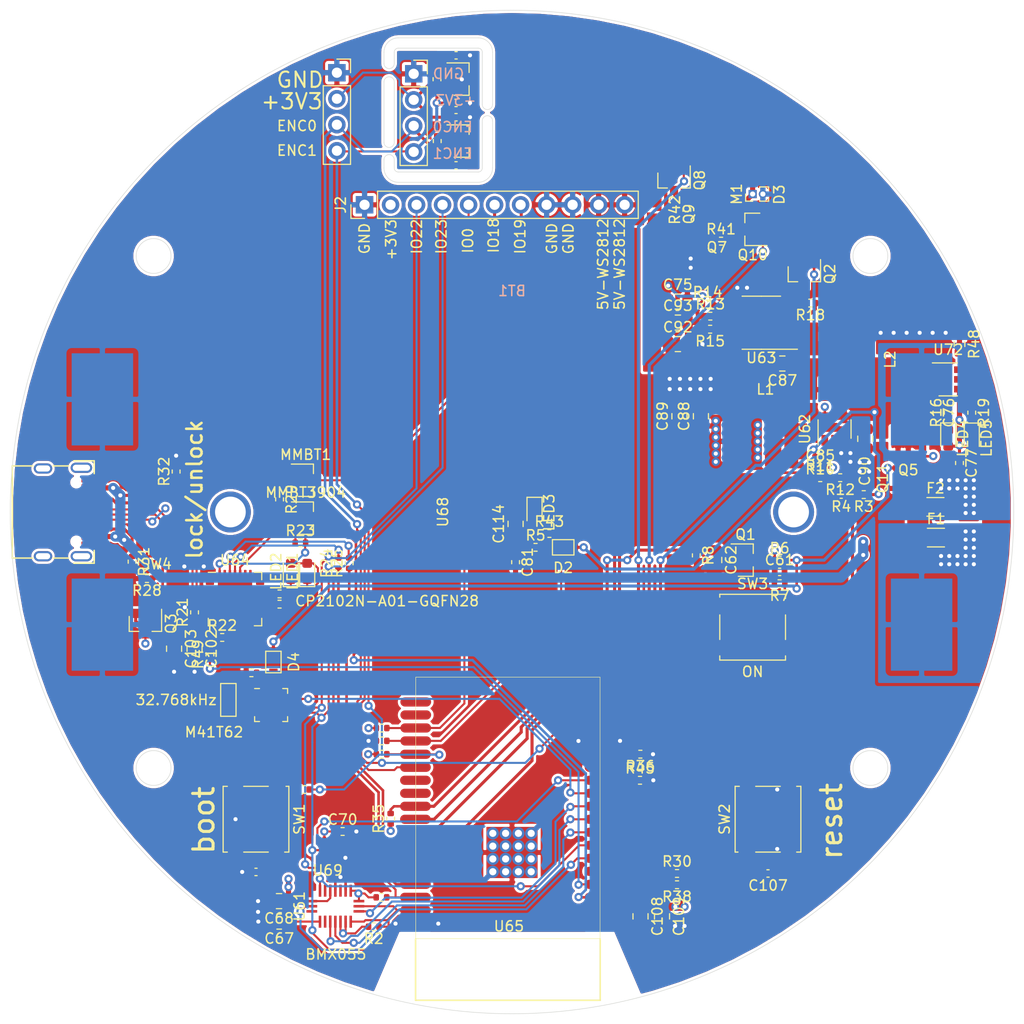
<source format=kicad_pcb>
(kicad_pcb (version 20171130) (host pcbnew 5.1.8-db9833491~88~ubuntu20.04.1)
  (layers (0 F.Cu signal) (1 In1.Cu signal) (2 In2.Cu signal) (31 B.Cu signal) (34 B.Paste user) (35 F.Paste user) (36 B.SilkS user) (37 F.SilkS user) (38 B.Mask user) (39 F.Mask user) (44 Edge.Cuts user))
  (net 0 "")
  (net 1 GND)
  (net 2 /ESP3200/IO19)
  (net 3 /ESP3200/IO21)
  (net 4 +3V3)
  (net 5 VCC)
  (net 6 +5V)
  (net 7 "Net-(C102-Pad1)")
  (net 8 "Net-(C104-Pad2)")
  (net 9 /ESP3200/5V_USB)
  (net 10 "Net-(C107-Pad2)")
  (net 11 "Net-(C114-Pad1)")
  (net 12 /expanz00/ENC_OUT_0)
  (net 13 /expanz00/ENC_OUT_1)
  (net 14 LX)
  (net 15 "Net-(D3-Pad1)")
  (net 16 /ESP3200/IO2-down)
  (net 17 /ESP3200/IO15-up)
  (net 18 /ESP3200/IO23)
  (net 19 /ESP3200/IO22)
  (net 20 /expanz00/5V-WS2812)
  (net 21 "Net-(J5-PadB8)")
  (net 22 /ESP3200/D-)
  (net 23 /ESP3200/D+)
  (net 24 "Net-(J5-PadB5)")
  (net 25 "Net-(J5-PadA8)")
  (net 26 "Net-(J5-PadA5)")
  (net 27 "Net-(LED3-Pad2)")
  (net 28 "Net-(Q2-Pad3)")
  (net 29 /ESP3200/RTS)
  (net 30 /ESP3200/EN)
  (net 31 /ESP3200/DTR)
  (net 32 "Net-(Q10-Pad3)")
  (net 33 /ESP3200/IO34)
  (net 34 "Net-(R22-Pad2)")
  (net 35 "Net-(R24-Pad2)")
  (net 36 /ESP3200/TX-esp)
  (net 37 "Net-(R25-Pad2)")
  (net 38 /ESP3200/RX-esp)
  (net 39 /ESP3200/IO12-down)
  (net 40 /ESP3200/IO18)
  (net 41 /ESP3200/IO26)
  (net 42 /ESP3200/IO33)
  (net 43 "Net-(U64-Pad27)")
  (net 44 "Net-(U64-Pad23)")
  (net 45 "Net-(U64-Pad22)")
  (net 46 "Net-(U64-Pad21)")
  (net 47 "Net-(U64-Pad20)")
  (net 48 "Net-(U64-Pad17)")
  (net 49 "Net-(U64-Pad16)")
  (net 50 "Net-(U64-Pad15)")
  (net 51 "Net-(U64-Pad14)")
  (net 52 "Net-(U64-Pad13)")
  (net 53 "Net-(U64-Pad12)")
  (net 54 "Net-(U64-Pad11)")
  (net 55 "Net-(U64-Pad10)")
  (net 56 "Net-(U64-Pad2)")
  (net 57 "Net-(U64-Pad1)")
  (net 58 "Net-(U69-Pad2)")
  (net 59 /ESP3200/IO39)
  (net 60 /ESP3200/IO35)
  (net 61 "Net-(U65-Pad17)")
  (net 62 "Net-(U65-Pad18)")
  (net 63 "Net-(U65-Pad19)")
  (net 64 "Net-(U65-Pad20)")
  (net 65 "Net-(U65-Pad21)")
  (net 66 "Net-(U65-Pad22)")
  (net 67 /ESP3200/IO5-up)
  (net 68 "Net-(C61-Pad2)")
  (net 69 "Net-(C61-Pad1)")
  (net 70 "Net-(C69-Pad1)")
  (net 71 "Net-(LED4-Pad1)")
  (net 72 "Net-(LED5-Pad1)")
  (net 73 "Net-(MMBT1-Pad2)")
  (net 74 "Net-(MMBT3904-Pad2)")
  (net 75 /ESP3200/IO14)
  (net 76 "Net-(Q8-Pad3)")
  (net 77 "Net-(R10-Pad1)")
  (net 78 "Net-(R13-Pad2)")
  (net 79 "Net-(R15-Pad1)")
  (net 80 "Net-(R16-Pad2)")
  (net 81 "Net-(R19-Pad1)")
  (net 82 "Net-(R26-Pad2)")
  (net 83 "Net-(R27-Pad2)")
  (net 84 /ESP3200/IO27)
  (net 85 "Net-(R48-Pad2)")
  (net 86 /ESP3200/IO36)
  (net 87 /ESP3200/IO25)
  (net 88 "Net-(U61-Pad16)")
  (net 89 /ESP3200/IO32)
  (net 90 "Net-(U61-Pad5)")
  (net 91 "Net-(U61-Pad2)")
  (net 92 "Net-(U67-Pad4)")
  (net 93 "Net-(U67-Pad2)")
  (net 94 "Net-(U67-Pad1)")
  (net 95 "Net-(SW4-Pad4)")
  (net 96 "Net-(SW4-Pad1)")
  (net 97 "Net-(BT1-Pad1)")
  (net 98 "Net-(BT1-Pad3)")
  (net 99 "Net-(F1-Pad1)")
  (net 100 "Net-(J5-PadS1)")
  (net 101 "Net-(LED1-Pad1)")
  (net 102 "Net-(LED2-Pad1)")
  (net 103 /ESP3200/IO0-up)
  (net 104 "Net-(D2-Pad1)")
  (net 105 /BAT+)
  (net 106 "Net-(Q3-Pad1)")
  (net 107 "Net-(L1-Pad1)")
  (net 108 "Net-(C85-Pad2)")
  (module Capacitor_SMD:C_0805_2012Metric (layer F.Cu) (at 177.25 138 180)
    (fp_text reference C68 (at 0 -1.68) (layer F.SilkS))
    (fp_text value 0.1uf)
    (pad 2 smd roundrect (at 0.95 0 180) (size 1 1.45) (layers F.Cu F.Paste F.Mask) (net 1 GND))
    (pad 1 smd roundrect (at -0.95 0 180) (size 1 1.45) (layers F.Cu F.Paste F.Mask) (net 4 +3V3))
  )
  (module Capacitor_SMD:C_0402_1005Metric (layer F.Cu) (at 230.1 95.65)
    (fp_text reference C85 (at 0 -1.16) (layer F.SilkS))
    (fp_text value 22nf)
    (pad 2 smd roundrect (at 0.48 0) (size 0.56 0.62) (layers F.Cu F.Paste F.Mask) (net 108 "Net-(C85-Pad2)"))
    (pad 1 smd roundrect (at -0.48 0) (size 0.56 0.62) (layers F.Cu F.Paste F.Mask) (net 4 +3V3))
  )
  (module Package_TO_SOT_SMD:SOT-23-5 (layer F.Cu) (at 231.5 91.9 90)
    (fp_text reference U62 (at 0 -2.9 90) (layer F.SilkS))
    (fp_text value SY8009)
    (pad 5 smd rect (at 1.1 -0.95 90) (size 1.06 0.65) (layers F.Cu F.Paste F.Mask) (net 108 "Net-(C85-Pad2)"))
    (pad 4 smd rect (at 1.1 0.95 90) (size 1.06 0.65) (layers F.Cu F.Paste F.Mask) (net 5 VCC))
    (pad 3 smd rect (at -1.1 0.95 90) (size 1.06 0.65) (layers F.Cu F.Paste F.Mask) (net 107 "Net-(L1-Pad1)"))
    (pad 2 smd rect (at -1.1 0 90) (size 1.06 0.65) (layers F.Cu F.Paste F.Mask) (net 1 GND))
    (pad 1 smd rect (at -1.1 -0.95 90) (size 1.06 0.65) (layers F.Cu F.Paste F.Mask) (net 77 "Net-(R10-Pad1)"))
  )
  (module BB:18650-holder (layer B.Cu) (at 200 100)
    (fp_text reference BT1 (at 0 -21.59) (layer B.SilkS) (effects (justify mirror)))
    (fp_text value Battery_Cell)
    (pad -1 thru_hole circle (at 27.5 0) (size 4 4) (drill 3) (layers *.Cu *.Mask))
    (pad -1 thru_hole circle (at -27.5 0) (size 4 4) (drill 3) (layers *.Cu *.Mask))
    (pad 2 smd rect (at -40 -11) (size 6 9) (layers B.Cu B.Paste B.Mask) (net 1 GND))
    (pad 4 smd rect (at -40 11) (size 6 9) (layers B.Cu B.Paste B.Mask) (net 1 GND))
    (pad 3 smd rect (at 40 11) (size 6 9) (layers B.Cu B.Paste B.Mask) (net 98 "Net-(BT1-Pad3)"))
    (pad 1 smd rect (at 40 -11) (size 6 9) (layers B.Cu B.Paste B.Mask) (net 97 "Net-(BT1-Pad1)"))
  )
  (module BB:MWSA0603_6.6x7.1x3.0 (layer F.Cu) (at 231.85 85.1 90)
    (fp_text reference L2 (at 0 5.08 90) (layer F.SilkS))
    (fp_text value 2.2uH)
    (pad 2 smd rect (at 2.95 0 90) (size 2.2 3.5) (layers F.Cu F.Paste F.Mask) (net 14 LX))
    (pad 1 smd rect (at -2.95 0 90) (size 2.2 3.5) (layers F.Cu F.Paste F.Mask) (net 5 VCC))
  )
  (module BB:MWSA0603_6.6x7.1x3.0 (layer F.Cu) (at 224.75 93.1 180)
    (fp_text reference L1 (at 0 5.08) (layer F.SilkS))
    (fp_text value 2.2uH)
    (pad 2 smd rect (at 2.95 0 180) (size 2.2 3.5) (layers F.Cu F.Paste F.Mask) (net 4 +3V3))
    (pad 1 smd rect (at -2.95 0 180) (size 2.2 3.5) (layers F.Cu F.Paste F.Mask) (net 107 "Net-(L1-Pad1)"))
  )
  (module Package_TO_SOT_SMD:SOT-23-6 (layer F.Cu) (at 242.6 87.05)
    (fp_text reference U72 (at 0 -2.9) (layer F.SilkS))
    (fp_text value SE9017)
    (pad 5 smd rect (at 1.1 0) (size 1.06 0.65) (layers F.Cu F.Paste F.Mask) (net 81 "Net-(R19-Pad1)"))
    (pad 6 smd rect (at 1.1 -0.95) (size 1.06 0.65) (layers F.Cu F.Paste F.Mask) (net 85 "Net-(R48-Pad2)"))
    (pad 4 smd rect (at 1.1 0.95) (size 1.06 0.65) (layers F.Cu F.Paste F.Mask) (net 9 /ESP3200/5V_USB))
    (pad 3 smd rect (at -1.1 0.95) (size 1.06 0.65) (layers F.Cu F.Paste F.Mask) (net 5 VCC))
    (pad 2 smd rect (at -1.1 0) (size 1.06 0.65) (layers F.Cu F.Paste F.Mask) (net 1 GND))
    (pad 1 smd rect (at -1.1 -0.95) (size 1.06 0.65) (layers F.Cu F.Paste F.Mask) (net 80 "Net-(R16-Pad2)"))
  )
  (module Package_DFN_QFN:QFN-28-1EP_5x5mm_P0.5mm_EP3.35x3.35mm (layer F.Cu) (at 172.95 108.5)
    (fp_text reference U64 (at 0 -3.8) (layer F.SilkS))
    (fp_text value CP2102N-A01-GQFN28 (at 14.85 0.2) (layer F.SilkS))
    (pad 29 smd rect (at 0 0) (size 3.35 3.35) (layers F.Cu F.Mask) (net 1 GND))
    (pad 28 smd roundrect (at -1.5 -2.45) (size 0.25 0.8) (layers F.Cu F.Paste F.Mask) (net 31 /ESP3200/DTR))
    (pad 27 smd roundrect (at -1 -2.45) (size 0.25 0.8) (layers F.Cu F.Paste F.Mask) (net 43 "Net-(U64-Pad27)"))
    (pad 26 smd roundrect (at -0.5 -2.45) (size 0.25 0.8) (layers F.Cu F.Paste F.Mask) (net 37 "Net-(R25-Pad2)"))
    (pad 25 smd roundrect (at 0 -2.45) (size 0.25 0.8) (layers F.Cu F.Paste F.Mask) (net 35 "Net-(R24-Pad2)"))
    (pad 24 smd roundrect (at 0.5 -2.45) (size 0.25 0.8) (layers F.Cu F.Paste F.Mask) (net 29 /ESP3200/RTS))
    (pad 23 smd roundrect (at 1 -2.45) (size 0.25 0.8) (layers F.Cu F.Paste F.Mask) (net 44 "Net-(U64-Pad23)"))
    (pad 22 smd roundrect (at 1.5 -2.45) (size 0.25 0.8) (layers F.Cu F.Paste F.Mask) (net 45 "Net-(U64-Pad22)"))
    (pad 21 smd roundrect (at 2.45 -1.5) (size 0.8 0.25) (layers F.Cu F.Paste F.Mask) (net 46 "Net-(U64-Pad21)"))
    (pad 20 smd roundrect (at 2.45 -1) (size 0.8 0.25) (layers F.Cu F.Paste F.Mask) (net 47 "Net-(U64-Pad20)"))
    (pad 19 smd roundrect (at 2.45 -0.5) (size 0.8 0.25) (layers F.Cu F.Paste F.Mask) (net 83 "Net-(R27-Pad2)"))
    (pad 18 smd roundrect (at 2.45 0) (size 0.8 0.25) (layers F.Cu F.Paste F.Mask) (net 82 "Net-(R26-Pad2)"))
    (pad 17 smd roundrect (at 2.45 0.5) (size 0.8 0.25) (layers F.Cu F.Paste F.Mask) (net 48 "Net-(U64-Pad17)"))
    (pad 16 smd roundrect (at 2.45 1) (size 0.8 0.25) (layers F.Cu F.Paste F.Mask) (net 49 "Net-(U64-Pad16)"))
    (pad 15 smd roundrect (at 2.45 1.5) (size 0.8 0.25) (layers F.Cu F.Paste F.Mask) (net 50 "Net-(U64-Pad15)"))
    (pad 14 smd roundrect (at 1.5 2.45) (size 0.25 0.8) (layers F.Cu F.Paste F.Mask) (net 51 "Net-(U64-Pad14)"))
    (pad 13 smd roundrect (at 1 2.45) (size 0.25 0.8) (layers F.Cu F.Paste F.Mask) (net 52 "Net-(U64-Pad13)"))
    (pad 12 smd roundrect (at 0.5 2.45) (size 0.25 0.8) (layers F.Cu F.Paste F.Mask) (net 53 "Net-(U64-Pad12)"))
    (pad 11 smd roundrect (at 0 2.45) (size 0.25 0.8) (layers F.Cu F.Paste F.Mask) (net 54 "Net-(U64-Pad11)"))
    (pad 10 smd roundrect (at -0.5 2.45) (size 0.25 0.8) (layers F.Cu F.Paste F.Mask) (net 55 "Net-(U64-Pad10)"))
    (pad 9 smd roundrect (at -1 2.45) (size 0.25 0.8) (layers F.Cu F.Paste F.Mask) (net 34 "Net-(R22-Pad2)"))
    (pad 8 smd roundrect (at -1.5 2.45) (size 0.25 0.8) (layers F.Cu F.Paste F.Mask) (net 7 "Net-(C102-Pad1)"))
    (pad 7 smd roundrect (at -2.45 1.5) (size 0.8 0.25) (layers F.Cu F.Paste F.Mask) (net 7 "Net-(C102-Pad1)"))
    (pad 6 smd roundrect (at -2.45 1) (size 0.8 0.25) (layers F.Cu F.Paste F.Mask) (net 7 "Net-(C102-Pad1)"))
    (pad 5 smd roundrect (at -2.45 0.5) (size 0.8 0.25) (layers F.Cu F.Paste F.Mask) (net 22 /ESP3200/D-))
    (pad 4 smd roundrect (at -2.45 0) (size 0.8 0.25) (layers F.Cu F.Paste F.Mask) (net 23 /ESP3200/D+))
    (pad 3 smd roundrect (at -2.45 -0.5) (size 0.8 0.25) (layers F.Cu F.Paste F.Mask) (net 1 GND))
    (pad 2 smd roundrect (at -2.45 -1) (size 0.8 0.25) (layers F.Cu F.Paste F.Mask) (net 56 "Net-(U64-Pad2)"))
    (pad 1 smd roundrect (at -2.45 -1.5) (size 0.8 0.25) (layers F.Cu F.Paste F.Mask) (net 57 "Net-(U64-Pad1)"))
  )
  (module BB:DO-214AC (layer F.Cu) (at 228.3 69 270)
    (fp_text reference D3 (at 0 2.2 90) (layer F.SilkS))
    (fp_text value SS54)
    (pad 2 smd rect (at 2.77 0 270) (size 1.9 1.4) (layers F.Cu F.Paste F.Mask) (net 1 GND))
    (pad 1 smd rect (at -2.77 0 270) (size 1.9 1.4) (layers F.Cu F.Paste F.Mask) (net 15 "Net-(D3-Pad1)"))
  )
  (module BB:SMD-4_4.0x5.0x2.54P (layer F.Cu) (at 197.5 100 270)
    (fp_text reference U68 (at 0 4.25 270) (layer F.SilkS))
    (fp_text value IRM-H936)
    (pad 4 smd rect (at 3.15 -0.39 270) (size 1.5 1.1) (layers F.Cu F.Paste F.Mask) (net 11 "Net-(C114-Pad1)"))
    (pad 3 smd rect (at 3.15 2.15 270) (size 1.5 1.1) (layers F.Cu F.Paste F.Mask) (net 17 /ESP3200/IO15-up))
    (pad 2 smd rect (at -3.15 2.15 270) (size 1.5 1.1) (layers F.Cu F.Paste F.Mask) (net 1 GND))
    (pad 1 smd rect (at -3.15 -0.39 270) (size 1.5 1.1) (layers F.Cu F.Paste F.Mask) (net 1 GND))
  )
  (module BB:SW-SMD-4 (layer F.Cu) (at 165.25 100)
    (fp_text reference SW4 (at 0 5.08) (layer F.SilkS))
    (fp_text value SW_DIP_x02)
    (pad 3 smd rect (at 0.635 3.81) (size 0.76 1.27) (layers F.Cu F.Paste F.Mask) (net 106 "Net-(Q3-Pad1)"))
    (pad 4 smd rect (at -0.635 3.81) (size 0.76 1.27) (layers F.Cu F.Paste F.Mask) (net 95 "Net-(SW4-Pad4)"))
    (pad 2 smd rect (at 0.635 -3.81) (size 0.76 1.27) (layers F.Cu F.Paste F.Mask) (net 9 /ESP3200/5V_USB))
    (pad 1 smd rect (at -0.635 -3.81) (size 0.76 1.27) (layers F.Cu F.Paste F.Mask) (net 96 "Net-(SW4-Pad1)"))
  )
  (module BB:SMD-3215_2P (layer F.Cu) (at 172.3 118.35 270)
    (fp_text reference Y1 hide)
    (fp_text value 32.768kHz (at 0 5.1) (layer F.SilkS))
    (pad 2 smd rect (at 1.25 0) (size 1.8 1) (layers F.Cu F.Paste F.Mask) (net 93 "Net-(U67-Pad2)"))
    (pad 1 smd rect (at -1.25 0) (size 1.8 1) (layers F.Cu F.Paste F.Mask) (net 94 "Net-(U67-Pad1)"))
  )
  (module Connector_PinHeader_2.54mm:PinHeader_1x11_P2.54mm_Vertical (layer F.Cu) (at 185.6 70 90)
    (fp_text reference J2 (at 0 -2.33 90) (layer F.SilkS))
    (fp_text value Conn_01x11)
    (pad 11 thru_hole oval (at 0 25.4 90) (size 1.7 1.7) (drill 1) (layers *.Cu *.Mask) (net 20 /expanz00/5V-WS2812))
    (pad 10 thru_hole oval (at 0 22.86 90) (size 1.7 1.7) (drill 1) (layers *.Cu *.Mask) (net 20 /expanz00/5V-WS2812))
    (pad 9 thru_hole oval (at 0 20.32 90) (size 1.7 1.7) (drill 1) (layers *.Cu *.Mask) (net 1 GND))
    (pad 8 thru_hole oval (at 0 17.78 90) (size 1.7 1.7) (drill 1) (layers *.Cu *.Mask) (net 1 GND))
    (pad 7 thru_hole oval (at 0 15.24 90) (size 1.7 1.7) (drill 1) (layers *.Cu *.Mask) (net 2 /ESP3200/IO19))
    (pad 6 thru_hole oval (at 0 12.7 90) (size 1.7 1.7) (drill 1) (layers *.Cu *.Mask) (net 40 /ESP3200/IO18))
    (pad 5 thru_hole oval (at 0 10.16 90) (size 1.7 1.7) (drill 1) (layers *.Cu *.Mask) (net 103 /ESP3200/IO0-up))
    (pad 4 thru_hole oval (at 0 7.62 90) (size 1.7 1.7) (drill 1) (layers *.Cu *.Mask) (net 18 /ESP3200/IO23))
    (pad 3 thru_hole oval (at 0 5.08 90) (size 1.7 1.7) (drill 1) (layers *.Cu *.Mask) (net 19 /ESP3200/IO22))
    (pad 2 thru_hole oval (at 0 2.54 90) (size 1.7 1.7) (drill 1) (layers *.Cu *.Mask) (net 4 +3V3))
    (pad 1 thru_hole rect (at 0 0 90) (size 1.7 1.7) (drill 1) (layers *.Cu *.Mask) (net 1 GND))
  )
  (module Connector_PinSocket_2.54mm:PinSocket_1x04_P2.54mm_Vertical (layer F.Cu) (at 190.4 57.21)
    (fp_text reference J4 hide)
    (fp_text value Conn_01x04)
    (pad 4 thru_hole oval (at 0 7.62) (size 1.7 1.7) (drill 1) (layers *.Cu *.Mask) (net 13 /expanz00/ENC_OUT_1))
    (pad 3 thru_hole oval (at 0 5.08) (size 1.7 1.7) (drill 1) (layers *.Cu *.Mask) (net 12 /expanz00/ENC_OUT_0))
    (pad 2 thru_hole oval (at 0 2.54) (size 1.7 1.7) (drill 1) (layers *.Cu *.Mask) (net 4 +3V3))
    (pad 1 thru_hole rect (at 0 0) (size 1.7 1.7) (drill 1) (layers *.Cu *.Mask) (net 1 GND))
  )
  (module Connector_PinSocket_2.54mm:PinSocket_1x04_P2.54mm_Vertical (layer F.Cu) (at 182.9 57.1)
    (fp_text reference J1 hide)
    (fp_text value Conn_01x04)
    (pad 4 thru_hole oval (at 0 7.62) (size 1.7 1.7) (drill 1) (layers *.Cu *.Mask) (net 13 /expanz00/ENC_OUT_1))
    (pad 3 thru_hole oval (at 0 5.08) (size 1.7 1.7) (drill 1) (layers *.Cu *.Mask) (net 12 /expanz00/ENC_OUT_0))
    (pad 2 thru_hole oval (at 0 2.54) (size 1.7 1.7) (drill 1) (layers *.Cu *.Mask) (net 4 +3V3))
    (pad 1 thru_hole rect (at 0 0) (size 1.7 1.7) (drill 1) (layers *.Cu *.Mask) (net 1 GND))
  )
  (module Package_TO_SOT_SMD:SOT-23 (layer F.Cu) (at 164.2 110.9 270)
    (fp_text reference Q3 (at 0 -2.5 270) (layer F.SilkS))
    (fp_text value AO3400A)
    (pad 3 smd rect (at 1 0 270) (size 0.9 0.8) (layers F.Cu F.Paste F.Mask) (net 4 +3V3))
    (pad 2 smd rect (at -1 0.95 270) (size 0.9 0.8) (layers F.Cu F.Paste F.Mask) (net 7 "Net-(C102-Pad1)"))
    (pad 1 smd rect (at -1 -0.95 270) (size 0.9 0.8) (layers F.Cu F.Paste F.Mask) (net 106 "Net-(Q3-Pad1)"))
  )
  (module Capacitor_SMD:C_0805_2012Metric (layer F.Cu) (at 226.4 85.5 180)
    (fp_text reference C87 (at 0 -1.65 180) (layer F.SilkS))
    (fp_text value 4.7uf)
    (pad 2 smd roundrect (at 0.95 0 180) (size 1 1.45) (layers F.Cu F.Paste F.Mask) (net 1 GND))
    (pad 1 smd roundrect (at -0.95 0 180) (size 1 1.45) (layers F.Cu F.Paste F.Mask) (net 5 VCC))
  )
  (module Resistor_SMD:R_0402_1005Metric (layer F.Cu) (at 202.3 103.45)
    (fp_text reference R5 (at 0 -1.17) (layer F.SilkS))
    (fp_text value 470)
    (pad 2 smd roundrect (at 0.51 0) (size 0.54 0.64) (layers F.Cu F.Paste F.Mask) (net 104 "Net-(D2-Pad1)"))
    (pad 1 smd roundrect (at -0.51 0) (size 0.54 0.64) (layers F.Cu F.Paste F.Mask) (net 11 "Net-(C114-Pad1)"))
  )
  (module Resistor_SMD:R_0603_1608Metric (layer F.Cu) (at 243.7 83.6 270)
    (fp_text reference R48 (at 0 -1.43 270) (layer F.SilkS))
    (fp_text value 1.5k)
    (pad 2 smd roundrect (at 0.825 0 270) (size 0.8 0.95) (layers F.Cu F.Paste F.Mask) (net 85 "Net-(R48-Pad2)"))
    (pad 1 smd roundrect (at -0.825 0 270) (size 0.8 0.95) (layers F.Cu F.Paste F.Mask) (net 1 GND))
  )
  (module Resistor_SMD:R_0402_1005Metric (layer F.Cu) (at 200.35 104.9 270)
    (fp_text reference C81 (at 0 -1.17 270) (layer F.SilkS))
    (fp_text value 0.1uf)
    (pad 2 smd roundrect (at 0.51 0 270) (size 0.54 0.64) (layers F.Cu F.Paste F.Mask) (net 1 GND))
    (pad 1 smd roundrect (at -0.51 0 270) (size 0.54 0.64) (layers F.Cu F.Paste F.Mask) (net 11 "Net-(C114-Pad1)"))
  )
  (module Inductor_SMD:L_1206_3216Metric (layer F.Cu) (at 241.35 99.5)
    (fp_text reference F2 (at 0 -1.82) (layer F.SilkS))
    (fp_text value Polyfuse)
    (pad 2 smd roundrect (at 1.575 0) (size 1.05 1.9) (layers F.Cu F.Paste F.Mask) (roundrect_rratio 0.238095) (net 97 "Net-(BT1-Pad1)"))
    (pad 1 smd roundrect (at -1.575 0) (size 1.05 1.9) (layers F.Cu F.Paste F.Mask) (roundrect_rratio 0.238095) (net 99 "Net-(F1-Pad1)"))
  )
  (module Inductor_SMD:L_1206_3216Metric (layer F.Cu) (at 241.4 102.5)
    (fp_text reference F1 (at 0 -1.82) (layer F.SilkS))
    (fp_text value Polyfuse)
    (pad 2 smd roundrect (at 1.575 0) (size 1.05 1.9) (layers F.Cu F.Paste F.Mask) (roundrect_rratio 0.238095) (net 98 "Net-(BT1-Pad3)"))
    (pad 1 smd roundrect (at -1.575 0) (size 1.05 1.9) (layers F.Cu F.Paste F.Mask) (roundrect_rratio 0.238095) (net 99 "Net-(F1-Pad1)"))
  )
  (module Package_TO_SOT_SMD:SOT-23 (layer F.Cu) (at 195.05 57.725)
    (fp_text reference U71 hide)
    (fp_text value MH253ESO)
    (pad 3 smd rect (at 1 0) (size 0.9 0.8) (layers F.Cu F.Paste F.Mask) (net 1 GND))
    (pad 2 smd rect (at -1 0.95) (size 0.9 0.8) (layers F.Cu F.Paste F.Mask) (net 13 /expanz00/ENC_OUT_1))
    (pad 1 smd rect (at -1 -0.95) (size 0.9 0.8) (layers F.Cu F.Paste F.Mask) (net 4 +3V3))
  )
  (module Package_TO_SOT_SMD:SOT-23 (layer F.Cu) (at 195.05 63.775)
    (fp_text reference U70 hide)
    (fp_text value MH253ESO)
    (pad 3 smd rect (at 1 0) (size 0.9 0.8) (layers F.Cu F.Paste F.Mask) (net 1 GND))
    (pad 2 smd rect (at -1 0.95) (size 0.9 0.8) (layers F.Cu F.Paste F.Mask) (net 12 /expanz00/ENC_OUT_0))
    (pad 1 smd rect (at -1 -0.95) (size 0.9 0.8) (layers F.Cu F.Paste F.Mask) (net 4 +3V3))
  )
  (module Package_DFN_QFN:QFN-16-1EP_3x3mm_P0.5mm_EP1.7x1.7mm (layer F.Cu) (at 176.475 118.85)
    (fp_text reference U67 hide)
    (fp_text value M41T62 (at -5.575 2.65) (layer F.SilkS))
    (pad 17 smd rect (at 0 0) (size 1.7 1.7) (layers F.Cu F.Mask))
    (pad 16 smd roundrect (at -0.75 -1.4625) (size 0.25 0.825) (layers F.Cu F.Paste F.Mask))
    (pad 15 smd roundrect (at -0.25 -1.4625) (size 0.25 0.825) (layers F.Cu F.Paste F.Mask))
    (pad 14 smd roundrect (at 0.25 -1.4625) (size 0.25 0.825) (layers F.Cu F.Paste F.Mask) (net 70 "Net-(C69-Pad1)"))
    (pad 13 smd roundrect (at 0.75 -1.4625) (size 0.25 0.825) (layers F.Cu F.Paste F.Mask))
    (pad 12 smd roundrect (at 1.4625 -0.75) (size 0.825 0.25) (layers F.Cu F.Paste F.Mask))
    (pad 11 smd roundrect (at 1.4625 -0.25) (size 0.825 0.25) (layers F.Cu F.Paste F.Mask) (net 41 /ESP3200/IO26))
    (pad 10 smd roundrect (at 1.4625 0.25) (size 0.825 0.25) (layers F.Cu F.Paste F.Mask) (net 19 /ESP3200/IO22))
    (pad 9 smd roundrect (at 1.4625 0.75) (size 0.825 0.25) (layers F.Cu F.Paste F.Mask) (net 18 /ESP3200/IO23))
    (pad 8 smd roundrect (at 0.75 1.4625) (size 0.25 0.825) (layers F.Cu F.Paste F.Mask))
    (pad 7 smd roundrect (at 0.25 1.4625) (size 0.25 0.825) (layers F.Cu F.Paste F.Mask))
    (pad 6 smd roundrect (at -0.25 1.4625) (size 0.25 0.825) (layers F.Cu F.Paste F.Mask))
    (pad 5 smd roundrect (at -0.75 1.4625) (size 0.25 0.825) (layers F.Cu F.Paste F.Mask) (net 1 GND))
    (pad 4 smd roundrect (at -1.4625 0.75) (size 0.825 0.25) (layers F.Cu F.Paste F.Mask) (net 92 "Net-(U67-Pad4)"))
    (pad 3 smd roundrect (at -1.4625 0.25) (size 0.825 0.25) (layers F.Cu F.Paste F.Mask) (net 1 GND))
    (pad 2 smd roundrect (at -1.4625 -0.25) (size 0.825 0.25) (layers F.Cu F.Paste F.Mask) (net 93 "Net-(U67-Pad2)"))
    (pad 1 smd roundrect (at -1.4625 -0.75) (size 0.825 0.25) (layers F.Cu F.Paste F.Mask) (net 94 "Net-(U67-Pad1)"))
  )
  (module Package_SO:SOP-8_3.76x4.96mm_P1.27mm (layer F.Cu) (at 224.35 81.515 180)
    (fp_text reference U63 (at 0 -3.43 180) (layer F.SilkS))
    (fp_text value FP6276)
    (pad 8 smd roundrect (at 2.5375 -1.905 180) (size 1.975 0.65) (layers F.Cu F.Paste F.Mask) (net 6 +5V))
    (pad 7 smd roundrect (at 2.5375 -0.635 180) (size 1.975 0.65) (layers F.Cu F.Paste F.Mask) (net 79 "Net-(R15-Pad1)"))
    (pad 6 smd roundrect (at 2.5375 0.635 180) (size 1.975 0.65) (layers F.Cu F.Paste F.Mask) (net 78 "Net-(R13-Pad2)"))
    (pad 5 smd roundrect (at 2.5375 1.905 180) (size 1.975 0.65) (layers F.Cu F.Paste F.Mask) (net 1 GND))
    (pad 4 smd roundrect (at -2.5375 1.905 180) (size 1.975 0.65) (layers F.Cu F.Paste F.Mask) (net 28 "Net-(Q2-Pad3)"))
    (pad 3 smd roundrect (at -2.5375 0.635 180) (size 1.975 0.65) (layers F.Cu F.Paste F.Mask) (net 5 VCC))
    (pad 2 smd roundrect (at -2.5375 -0.635 180) (size 1.975 0.65) (layers F.Cu F.Paste F.Mask) (net 14 LX))
    (pad 1 smd roundrect (at -2.5375 -1.905 180) (size 1.975 0.65) (layers F.Cu F.Paste F.Mask) (net 14 LX))
  )
  (module Button_Switch_SMD:SW_Push_1P1T_NO_CK_KSC6xxJ (layer F.Cu) (at 223.5 111.25 180)
    (fp_text reference SW3 (at 0 4.24 180) (layer F.SilkS))
    (fp_text value SW_DIP_x01)
    (pad 2 smd rect (at 2.9 2 180) (size 2.8 1) (layers F.Cu F.Paste F.Mask) (net 68 "Net-(C61-Pad2)"))
    (pad 2 smd rect (at -2.9 2 180) (size 2.8 1) (layers F.Cu F.Paste F.Mask) (net 68 "Net-(C61-Pad2)"))
    (pad 1 smd rect (at 2.9 -2 180) (size 2.8 1) (layers F.Cu F.Paste F.Mask) (net 1 GND))
    (pad 1 smd rect (at -2.9 -2 180) (size 2.8 1) (layers F.Cu F.Paste F.Mask) (net 1 GND))
  )
  (module Button_Switch_SMD:SW_Push_1P1T_NO_CK_KSC6xxJ (layer F.Cu) (at 225 130 270)
    (fp_text reference SW2 (at 0 4.24 270) (layer F.SilkS))
    (fp_text value SW_DIP_x01)
    (pad 2 smd rect (at 2.9 2 270) (size 2.8 1) (layers F.Cu F.Paste F.Mask) (net 10 "Net-(C107-Pad2)"))
    (pad 2 smd rect (at -2.9 2 270) (size 2.8 1) (layers F.Cu F.Paste F.Mask) (net 10 "Net-(C107-Pad2)"))
    (pad 1 smd rect (at 2.9 -2 270) (size 2.8 1) (layers F.Cu F.Paste F.Mask) (net 1 GND))
    (pad 1 smd rect (at -2.9 -2 270) (size 2.8 1) (layers F.Cu F.Paste F.Mask) (net 1 GND))
  )
  (module Button_Switch_SMD:SW_Push_1P1T_NO_CK_KSC6xxJ (layer F.Cu) (at 175 130 90)
    (fp_text reference SW1 (at 0 4.24 90) (layer F.SilkS))
    (fp_text value SW_DIP_x01)
    (pad 2 smd rect (at 2.9 2 90) (size 2.8 1) (layers F.Cu F.Paste F.Mask) (net 8 "Net-(C104-Pad2)"))
    (pad 2 smd rect (at -2.9 2 90) (size 2.8 1) (layers F.Cu F.Paste F.Mask) (net 8 "Net-(C104-Pad2)"))
    (pad 1 smd rect (at 2.9 -2 90) (size 2.8 1) (layers F.Cu F.Paste F.Mask) (net 1 GND))
    (pad 1 smd rect (at -2.9 -2 90) (size 2.8 1) (layers F.Cu F.Paste F.Mask) (net 1 GND))
  )
  (module Resistor_SMD:R_0402_1005Metric (layer F.Cu) (at 170.5 113.9 90)
    (fp_text reference R49 (at 0 -1.17 90) (layer F.SilkS))
    (fp_text value 220)
    (pad 2 smd roundrect (at 0.51 0 90) (size 0.54 0.64) (layers F.Cu F.Paste F.Mask) (net 7 "Net-(C102-Pad1)"))
    (pad 1 smd roundrect (at -0.51 0 90) (size 0.54 0.64) (layers F.Cu F.Paste F.Mask) (net 86 /ESP3200/IO36))
  )
  (module Resistor_SMD:R_0402_1005Metric (layer F.Cu) (at 192.675 57.735 270)
    (fp_text reference R47 hide)
    (fp_text value 47k)
    (pad 2 smd roundrect (at 0.51 0 270) (size 0.54 0.64) (layers F.Cu F.Paste F.Mask) (net 13 /expanz00/ENC_OUT_1))
    (pad 1 smd roundrect (at -0.51 0 270) (size 0.54 0.64) (layers F.Cu F.Paste F.Mask) (net 4 +3V3))
  )
  (module Resistor_SMD:R_0402_1005Metric (layer F.Cu) (at 192.7 63.775 270)
    (fp_text reference R46 hide)
    (fp_text value 47k)
    (pad 2 smd roundrect (at 0.51 0 270) (size 0.54 0.64) (layers F.Cu F.Paste F.Mask) (net 12 /expanz00/ENC_OUT_0))
    (pad 1 smd roundrect (at -0.51 0 270) (size 0.54 0.64) (layers F.Cu F.Paste F.Mask) (net 4 +3V3))
  )
  (module Resistor_SMD:R_0402_1005Metric (layer F.Cu) (at 212.5 126.2)
    (fp_text reference R45 (at 0 -1.17) (layer F.SilkS))
    (fp_text value 100k)
    (pad 2 smd roundrect (at 0.51 0) (size 0.54 0.64) (layers F.Cu F.Paste F.Mask) (net 1 GND))
    (pad 1 smd roundrect (at -0.51 0) (size 0.54 0.64) (layers F.Cu F.Paste F.Mask) (net 84 /ESP3200/IO27))
  )
  (module Resistor_SMD:R_0402_1005Metric (layer F.Cu) (at 203.65 102.1)
    (fp_text reference R43 (at 0 -1.17) (layer F.SilkS))
    (fp_text value 220)
    (pad 2 smd roundrect (at 0.51 0) (size 0.54 0.64) (layers F.Cu F.Paste F.Mask) (net 16 /ESP3200/IO2-down))
    (pad 1 smd roundrect (at -0.51 0) (size 0.54 0.64) (layers F.Cu F.Paste F.Mask) (net 27 "Net-(LED3-Pad2)"))
  )
  (module Resistor_SMD:R_0402_1005Metric (layer F.Cu) (at 217.075 70.485 90)
    (fp_text reference R42 (at 0 -1.17 90) (layer F.SilkS))
    (fp_text value 100k)
    (pad 2 smd roundrect (at 0.51 0 90) (size 0.54 0.64) (layers F.Cu F.Paste F.Mask) (net 76 "Net-(Q8-Pad3)"))
    (pad 1 smd roundrect (at -0.51 0 90) (size 0.54 0.64) (layers F.Cu F.Paste F.Mask) (net 6 +5V))
  )
  (module Resistor_SMD:R_0402_1005Metric (layer F.Cu) (at 220.415 73.55)
    (fp_text reference R41 (at 0 -1.17) (layer F.SilkS))
    (fp_text value 100k)
    (pad 2 smd roundrect (at 0.51 0) (size 0.54 0.64) (layers F.Cu F.Paste F.Mask) (net 32 "Net-(Q10-Pad3)"))
    (pad 1 smd roundrect (at -0.51 0) (size 0.54 0.64) (layers F.Cu F.Paste F.Mask) (net 6 +5V))
  )
  (module Resistor_SMD:R_0402_1005Metric (layer F.Cu) (at 216.115 136.4 180)
    (fp_text reference R38 (at 0 -1.17 180) (layer F.SilkS))
    (fp_text value 12k)
    (pad 2 smd roundrect (at 0.51 0 180) (size 0.54 0.64) (layers F.Cu F.Paste F.Mask) (net 30 /ESP3200/EN))
    (pad 1 smd roundrect (at -0.51 0 180) (size 0.54 0.64) (layers F.Cu F.Paste F.Mask) (net 4 +3V3))
  )
  (module Resistor_SMD:R_0402_1005Metric (layer F.Cu) (at 187.265 121.1)
    (fp_text reference R37 hide)
    (fp_text value 12k)
    (pad 2 smd roundrect (at 0.51 0) (size 0.54 0.64) (layers F.Cu F.Paste F.Mask) (net 17 /ESP3200/IO15-up))
    (pad 1 smd roundrect (at -0.51 0) (size 0.54 0.64) (layers F.Cu F.Paste F.Mask) (net 4 +3V3))
  )
  (module Resistor_SMD:R_0402_1005Metric (layer F.Cu) (at 212.535 123.65 180)
    (fp_text reference R36 (at 0 -1.17 180) (layer F.SilkS))
    (fp_text value 12k)
    (pad 2 smd roundrect (at 0.51 0 180) (size 0.54 0.64) (layers F.Cu F.Paste F.Mask) (net 39 /ESP3200/IO12-down))
    (pad 1 smd roundrect (at -0.51 0 180) (size 0.54 0.64) (layers F.Cu F.Paste F.Mask) (net 1 GND))
  )
  (module Resistor_SMD:R_0402_1005Metric (layer F.Cu) (at 188.15 129.95 90)
    (fp_text reference R35 (at 0 -1.17 90) (layer F.SilkS))
    (fp_text value 12k)
    (pad 2 smd roundrect (at 0.51 0 90) (size 0.54 0.64) (layers F.Cu F.Paste F.Mask) (net 67 /ESP3200/IO5-up))
    (pad 1 smd roundrect (at -0.51 0 90) (size 0.54 0.64) (layers F.Cu F.Paste F.Mask) (net 4 +3V3))
  )
  (module Resistor_SMD:R_0402_1005Metric (layer F.Cu) (at 187.265 122.35)
    (fp_text reference R34 hide)
    (fp_text value 12k)
    (pad 2 smd roundrect (at 0.51 0) (size 0.54 0.64) (layers F.Cu F.Paste F.Mask) (net 16 /ESP3200/IO2-down))
    (pad 1 smd roundrect (at -0.51 0) (size 0.54 0.64) (layers F.Cu F.Paste F.Mask) (net 1 GND))
  )
  (module Resistor_SMD:R_0402_1005Metric (layer F.Cu) (at 187.265 123.65)
    (fp_text reference R33 hide)
    (fp_text value 12k)
    (pad 2 smd roundrect (at 0.51 0) (size 0.54 0.64) (layers F.Cu F.Paste F.Mask) (net 103 /ESP3200/IO0-up))
    (pad 1 smd roundrect (at -0.51 0) (size 0.54 0.64) (layers F.Cu F.Paste F.Mask) (net 4 +3V3))
  )
  (module Resistor_SMD:R_0402_1005Metric (layer F.Cu) (at 167.2 96.05 90)
    (fp_text reference R32 (at 0 -1.17 90) (layer F.SilkS))
    (fp_text value 5.1k)
    (pad 2 smd roundrect (at 0.51 0 90) (size 0.54 0.64) (layers F.Cu F.Paste F.Mask) (net 1 GND))
    (pad 1 smd roundrect (at -0.51 0 90) (size 0.54 0.64) (layers F.Cu F.Paste F.Mask) (net 26 "Net-(J5-PadA5)"))
  )
  (module Resistor_SMD:R_0402_1005Metric (layer F.Cu) (at 162.9 104.85 270)
    (fp_text reference R31 (at 0 -1.17 270) (layer F.SilkS))
    (fp_text value 5.1k)
    (pad 2 smd roundrect (at 0.51 0 270) (size 0.54 0.64) (layers F.Cu F.Paste F.Mask) (net 1 GND))
    (pad 1 smd roundrect (at -0.51 0 270) (size 0.54 0.64) (layers F.Cu F.Paste F.Mask) (net 24 "Net-(J5-PadB5)"))
  )
  (module Resistor_SMD:R_0402_1005Metric (layer F.Cu) (at 216.115 135.3)
    (fp_text reference R30 (at 0 -1.17) (layer F.SilkS))
    (fp_text value 470)
    (pad 2 smd roundrect (at 0.51 0) (size 0.54 0.64) (layers F.Cu F.Paste F.Mask) (net 10 "Net-(C107-Pad2)"))
    (pad 1 smd roundrect (at -0.51 0) (size 0.54 0.64) (layers F.Cu F.Paste F.Mask) (net 30 /ESP3200/EN))
  )
  (module Resistor_SMD:R_0402_1005Metric (layer F.Cu) (at 177.3 98.765 270)
    (fp_text reference R29 (at 0 -1.17 270) (layer F.SilkS))
    (fp_text value 12k)
    (pad 2 smd roundrect (at 0.51 0 270) (size 0.54 0.64) (layers F.Cu F.Paste F.Mask) (net 29 /ESP3200/RTS))
    (pad 1 smd roundrect (at -0.51 0 270) (size 0.54 0.64) (layers F.Cu F.Paste F.Mask) (net 73 "Net-(MMBT1-Pad2)"))
  )
  (module Resistor_SMD:R_0402_1005Metric (layer F.Cu) (at 164.35 106.5 180)
    (fp_text reference R28 (at 0 -1.17 180) (layer F.SilkS))
    (fp_text value 1M)
    (pad 2 smd roundrect (at 0.51 0 180) (size 0.54 0.64) (layers F.Cu F.Paste F.Mask) (net 1 GND))
    (pad 1 smd roundrect (at -0.51 0 180) (size 0.54 0.64) (layers F.Cu F.Paste F.Mask) (net 106 "Net-(Q3-Pad1)"))
  )
  (module Resistor_SMD:R_0402_1005Metric (layer F.Cu) (at 177.3 108 180)
    (fp_text reference R27 hide)
    (fp_text value 220)
    (pad 2 smd roundrect (at 0.51 0 180) (size 0.54 0.64) (layers F.Cu F.Paste F.Mask) (net 83 "Net-(R27-Pad2)"))
    (pad 1 smd roundrect (at -0.51 0 180) (size 0.54 0.64) (layers F.Cu F.Paste F.Mask) (net 102 "Net-(LED2-Pad1)"))
  )
  (module Resistor_SMD:R_0402_1005Metric (layer F.Cu) (at 177.3 109 180)
    (fp_text reference R26 hide)
    (fp_text value 220)
    (pad 2 smd roundrect (at 0.51 0 180) (size 0.54 0.64) (layers F.Cu F.Paste F.Mask) (net 82 "Net-(R26-Pad2)"))
    (pad 1 smd roundrect (at -0.51 0 180) (size 0.54 0.64) (layers F.Cu F.Paste F.Mask) (net 101 "Net-(LED1-Pad1)"))
  )
  (module Resistor_SMD:R_0402_1005Metric (layer F.Cu) (at 184.1 105 90)
    (fp_text reference R25 (at 0 -1.17 90) (layer F.SilkS))
    (fp_text value 220)
    (pad 2 smd roundrect (at 0.51 0 90) (size 0.54 0.64) (layers F.Cu F.Paste F.Mask) (net 37 "Net-(R25-Pad2)"))
    (pad 1 smd roundrect (at -0.51 0 90) (size 0.54 0.64) (layers F.Cu F.Paste F.Mask) (net 38 /ESP3200/RX-esp))
  )
  (module Resistor_SMD:R_0402_1005Metric (layer F.Cu) (at 183.05 105 90)
    (fp_text reference R24 (at 0 -1.17 90) (layer F.SilkS))
    (fp_text value 220)
    (pad 2 smd roundrect (at 0.51 0 90) (size 0.54 0.64) (layers F.Cu F.Paste F.Mask) (net 35 "Net-(R24-Pad2)"))
    (pad 1 smd roundrect (at -0.51 0 90) (size 0.54 0.64) (layers F.Cu F.Paste F.Mask) (net 36 /ESP3200/TX-esp))
  )
  (module Resistor_SMD:R_0402_1005Metric (layer F.Cu) (at 179.335 103)
    (fp_text reference R23 (at 0 -1.17) (layer F.SilkS))
    (fp_text value 12k)
    (pad 2 smd roundrect (at 0.51 0) (size 0.54 0.64) (layers F.Cu F.Paste F.Mask) (net 31 /ESP3200/DTR))
    (pad 1 smd roundrect (at -0.51 0) (size 0.54 0.64) (layers F.Cu F.Paste F.Mask) (net 74 "Net-(MMBT3904-Pad2)"))
  )
  (module Resistor_SMD:R_0402_1005Metric (layer F.Cu) (at 171.7 112.25)
    (fp_text reference R22 (at 0 -1.17) (layer F.SilkS))
    (fp_text value 1K)
    (pad 2 smd roundrect (at 0.51 0) (size 0.54 0.64) (layers F.Cu F.Paste F.Mask) (net 34 "Net-(R22-Pad2)"))
    (pad 1 smd roundrect (at -0.51 0) (size 0.54 0.64) (layers F.Cu F.Paste F.Mask) (net 7 "Net-(C102-Pad1)"))
  )
  (module Resistor_SMD:R_0402_1005Metric (layer F.Cu) (at 169 109.8 90)
    (fp_text reference R21 (at 0 -1.17 90) (layer F.SilkS))
    (fp_text value 1M)
    (pad 2 smd roundrect (at 0.51 0 90) (size 0.54 0.64) (layers F.Cu F.Paste F.Mask) (net 1 GND))
    (pad 1 smd roundrect (at -0.51 0 90) (size 0.54 0.64) (layers F.Cu F.Paste F.Mask) (net 7 "Net-(C102-Pad1)"))
  )
  (module Resistor_SMD:R_0402_1005Metric (layer F.Cu) (at 179.685 127.1 180)
    (fp_text reference R20 hide)
    (fp_text value 470)
    (pad 2 smd roundrect (at 0.51 0 180) (size 0.54 0.64) (layers F.Cu F.Paste F.Mask) (net 8 "Net-(C104-Pad2)"))
    (pad 1 smd roundrect (at -0.51 0 180) (size 0.54 0.64) (layers F.Cu F.Paste F.Mask) (net 103 /ESP3200/IO0-up))
  )
  (module Resistor_SMD:R_0402_1005Metric (layer F.Cu) (at 244.9 90.3 270)
    (fp_text reference R19 (at 0 -1.17 270) (layer F.SilkS))
    (fp_text value 1k)
    (pad 2 smd roundrect (at 0.51 0 270) (size 0.54 0.64) (layers F.Cu F.Paste F.Mask) (net 72 "Net-(LED5-Pad1)"))
    (pad 1 smd roundrect (at -0.51 0 270) (size 0.54 0.64) (layers F.Cu F.Paste F.Mask) (net 81 "Net-(R19-Pad1)"))
  )
  (module Resistor_SMD:R_0402_1005Metric (layer F.Cu) (at 229.135 79.6 180)
    (fp_text reference R18 (at 0 -1.17 180) (layer F.SilkS))
    (fp_text value 100k)
    (pad 2 smd roundrect (at 0.51 0 180) (size 0.54 0.64) (layers F.Cu F.Paste F.Mask) (net 28 "Net-(Q2-Pad3)"))
    (pad 1 smd roundrect (at -0.51 0 180) (size 0.54 0.64) (layers F.Cu F.Paste F.Mask) (net 5 VCC))
  )
  (module Resistor_SMD:R_0402_1005Metric (layer F.Cu) (at 242.6 90.3 90)
    (fp_text reference R16 (at 0 -1.17 90) (layer F.SilkS))
    (fp_text value 1k)
    (pad 2 smd roundrect (at 0.51 0 90) (size 0.54 0.64) (layers F.Cu F.Paste F.Mask) (net 80 "Net-(R16-Pad2)"))
    (pad 1 smd roundrect (at -0.51 0 90) (size 0.54 0.64) (layers F.Cu F.Paste F.Mask) (net 71 "Net-(LED4-Pad1)"))
  )
  (module Resistor_SMD:R_0402_1005Metric (layer F.Cu) (at 219.35 82.15 180)
    (fp_text reference R15 (at 0 -1.17 180) (layer F.SilkS))
    (fp_text value 56k)
    (pad 2 smd roundrect (at 0.51 0 180) (size 0.54 0.64) (layers F.Cu F.Paste F.Mask) (net 1 GND))
    (pad 1 smd roundrect (at -0.51 0 180) (size 0.54 0.64) (layers F.Cu F.Paste F.Mask) (net 79 "Net-(R15-Pad1)"))
  )
  (module Resistor_SMD:R_0402_1005Metric (layer F.Cu) (at 219.1 79.7)
    (fp_text reference R14 (at 0 -1.17) (layer F.SilkS))
    (fp_text value 56k)
    (pad 2 smd roundrect (at 0.51 0) (size 0.54 0.64) (layers F.Cu F.Paste F.Mask) (net 78 "Net-(R13-Pad2)"))
    (pad 1 smd roundrect (at -0.51 0) (size 0.54 0.64) (layers F.Cu F.Paste F.Mask) (net 6 +5V))
  )
  (module Resistor_SMD:R_0402_1005Metric (layer F.Cu) (at 219.365 80.875)
    (fp_text reference R13 (at 0 -1.17) (layer F.SilkS))
    (fp_text value 7.5k)
    (pad 2 smd roundrect (at 0.51 0) (size 0.54 0.64) (layers F.Cu F.Paste F.Mask) (net 78 "Net-(R13-Pad2)"))
    (pad 1 smd roundrect (at -0.51 0) (size 0.54 0.64) (layers F.Cu F.Paste F.Mask) (net 1 GND))
  )
  (module Resistor_SMD:R_0402_1005Metric (layer F.Cu) (at 232.05 96.65 180)
    (fp_text reference R12 (at 0 -1.17) (layer F.SilkS))
    (fp_text value 15k)
    (pad 2 smd roundrect (at 0.51 0 180) (size 0.54 0.64) (layers F.Cu F.Paste F.Mask) (net 108 "Net-(C85-Pad2)"))
    (pad 1 smd roundrect (at -0.51 0 180) (size 0.54 0.64) (layers F.Cu F.Paste F.Mask) (net 1 GND))
  )
  (module Resistor_SMD:R_0402_1005Metric (layer F.Cu) (at 230.1 96.65)
    (fp_text reference R11 (at 0 -1.17) (layer F.SilkS))
    (fp_text value 47k)
    (pad 2 smd roundrect (at 0.51 0) (size 0.54 0.64) (layers F.Cu F.Paste F.Mask) (net 108 "Net-(C85-Pad2)"))
    (pad 1 smd roundrect (at -0.51 0) (size 0.54 0.64) (layers F.Cu F.Paste F.Mask) (net 4 +3V3))
  )
  (module Resistor_SMD:R_0402_1005Metric (layer F.Cu) (at 230.1 94.65 180)
    (fp_text reference R10 (at 0 -1.17) (layer F.SilkS))
    (fp_text value 100k)
    (pad 2 smd roundrect (at 0.51 0 180) (size 0.54 0.64) (layers F.Cu F.Paste F.Mask) (net 5 VCC))
    (pad 1 smd roundrect (at -0.51 0 180) (size 0.54 0.64) (layers F.Cu F.Paste F.Mask) (net 77 "Net-(R10-Pad1)"))
  )
  (module Resistor_SMD:R_0402_1005Metric (layer F.Cu) (at 218 104.235 270)
    (fp_text reference R8 (at 0 -1.17 270) (layer F.SilkS))
    (fp_text value 1M)
    (pad 2 smd roundrect (at 0.51 0 270) (size 0.54 0.64) (layers F.Cu F.Paste F.Mask) (net 1 GND))
    (pad 1 smd roundrect (at -0.51 0 270) (size 0.54 0.64) (layers F.Cu F.Paste F.Mask) (net 67 /ESP3200/IO5-up))
  )
  (module Resistor_SMD:R_0402_1005Metric (layer F.Cu) (at 226.135 107 180)
    (fp_text reference R7 (at 0 -1.17 180) (layer F.SilkS))
    (fp_text value 1M)
    (pad 2 smd roundrect (at 0.51 0 180) (size 0.54 0.64) (layers F.Cu F.Paste F.Mask) (net 69 "Net-(C61-Pad1)"))
    (pad 1 smd roundrect (at -0.51 0 180) (size 0.54 0.64) (layers F.Cu F.Paste F.Mask) (net 68 "Net-(C61-Pad2)"))
  )
  (module Resistor_SMD:R_0402_1005Metric (layer F.Cu) (at 226.135 104.7)
    (fp_text reference R6 (at 0 -1.17) (layer F.SilkS))
    (fp_text value 100k)
    (pad 2 smd roundrect (at 0.51 0) (size 0.54 0.64) (layers F.Cu F.Paste F.Mask) (net 105 /BAT+))
    (pad 1 smd roundrect (at -0.51 0) (size 0.54 0.64) (layers F.Cu F.Paste F.Mask) (net 69 "Net-(C61-Pad1)"))
  )
  (module Capacitor_SMD:C_0402_1005Metric (layer F.Cu) (at 232.15 98.3 180)
    (fp_text reference R4 (at 0 -1.17 180) (layer F.SilkS))
    (fp_text value 300k)
    (pad 2 smd roundrect (at 0.48 0 180) (size 0.56 0.62) (layers F.Cu F.Paste F.Mask) (net 1 GND))
    (pad 1 smd roundrect (at -0.48 0 180) (size 0.56 0.62) (layers F.Cu F.Paste F.Mask) (net 59 /ESP3200/IO39))
  )
  (module Resistor_SMD:R_0402_1005Metric (layer F.Cu) (at 234.35 98.3 180)
    (fp_text reference R3 (at 0 -1.17 180) (layer F.SilkS))
    (fp_text value 1M)
    (pad 2 smd roundrect (at 0.51 0 180) (size 0.54 0.64) (layers F.Cu F.Paste F.Mask) (net 59 /ESP3200/IO39))
    (pad 1 smd roundrect (at -0.51 0 180) (size 0.54 0.64) (layers F.Cu F.Paste F.Mask) (net 5 VCC))
  )
  (module Resistor_SMD:R_0402_1005Metric (layer F.Cu) (at 186.5 140.5 180)
    (fp_text reference R2 (at 0 -1.17 180) (layer F.SilkS))
    (fp_text value 7.5k)
    (pad 2 smd roundrect (at 0.51 0 180) (size 0.54 0.64) (layers F.Cu F.Paste F.Mask) (net 4 +3V3))
    (pad 1 smd roundrect (at -0.51 0 180) (size 0.54 0.64) (layers F.Cu F.Paste F.Mask) (net 18 /ESP3200/IO23))
  )
  (module Resistor_SMD:R_0402_1005Metric (layer F.Cu) (at 187.25 137.63 180)
    (fp_text reference R1 hide)
    (fp_text value 7.5k)
    (pad 2 smd roundrect (at 0.51 0 180) (size 0.54 0.64) (layers F.Cu F.Paste F.Mask) (net 4 +3V3))
    (pad 1 smd roundrect (at -0.51 0 180) (size 0.54 0.64) (layers F.Cu F.Paste F.Mask) (net 19 /ESP3200/IO22))
  )
  (module Package_TO_SOT_SMD:SOT-23 (layer F.Cu) (at 223.5 72.4 180)
    (fp_text reference Q10 (at 0 -2.5 180) (layer F.SilkS))
    (fp_text value 2N7002)
    (pad 3 smd rect (at 1 0 180) (size 0.9 0.8) (layers F.Cu F.Paste F.Mask) (net 32 "Net-(Q10-Pad3)"))
    (pad 2 smd rect (at -1 0.95 180) (size 0.9 0.8) (layers F.Cu F.Paste F.Mask) (net 1 GND))
    (pad 1 smd rect (at -1 -0.95 180) (size 0.9 0.8) (layers F.Cu F.Paste F.Mask) (net 39 /ESP3200/IO12-down))
  )
  (module Package_TO_SOT_SMD:SOT-23 (layer F.Cu) (at 215.825 67.6 270)
    (fp_text reference Q8 (at 0 -2.5 270) (layer F.SilkS))
    (fp_text value 2N7002)
    (pad 3 smd rect (at 1 0 270) (size 0.9 0.8) (layers F.Cu F.Paste F.Mask) (net 76 "Net-(Q8-Pad3)"))
    (pad 2 smd rect (at -1 0.95 270) (size 0.9 0.8) (layers F.Cu F.Paste F.Mask) (net 1 GND))
    (pad 1 smd rect (at -1 -0.95 270) (size 0.9 0.8) (layers F.Cu F.Paste F.Mask) (net 3 /ESP3200/IO21))
  )
  (module Package_TO_SOT_SMD:SOT-23 (layer F.Cu) (at 228.55 76.75 270)
    (fp_text reference Q2 (at 0 -2.5 270) (layer F.SilkS))
    (fp_text value 2N7002)
    (pad 3 smd rect (at 1 0 270) (size 0.9 0.8) (layers F.Cu F.Paste F.Mask) (net 28 "Net-(Q2-Pad3)"))
    (pad 2 smd rect (at -1 0.95 270) (size 0.9 0.8) (layers F.Cu F.Paste F.Mask) (net 1 GND))
    (pad 1 smd rect (at -1 -0.95 270) (size 0.9 0.8) (layers F.Cu F.Paste F.Mask) (net 75 /ESP3200/IO14))
  )
  (module Package_TO_SOT_SMD:SOT-23 (layer F.Cu) (at 222.8 104.7)
    (fp_text reference Q1 (at 0 -2.5) (layer F.SilkS))
    (fp_text value 2N7002)
    (pad 3 smd rect (at 1 0) (size 0.9 0.8) (layers F.Cu F.Paste F.Mask) (net 69 "Net-(C61-Pad1)"))
    (pad 2 smd rect (at -1 0.95) (size 0.9 0.8) (layers F.Cu F.Paste F.Mask) (net 1 GND))
    (pad 1 smd rect (at -1 -0.95) (size 0.9 0.8) (layers F.Cu F.Paste F.Mask) (net 67 /ESP3200/IO5-up))
  )
  (module Package_TO_SOT_SMD:SOT-23 (layer F.Cu) (at 179.85 100.6)
    (fp_text reference MMBT3904 (at 0 -2.5) (layer F.SilkS))
    (fp_text value Q_NPN_BCE)
    (pad 3 smd rect (at 1 0) (size 0.9 0.8) (layers F.Cu F.Paste F.Mask) (net 30 /ESP3200/EN))
    (pad 2 smd rect (at -1 0.95) (size 0.9 0.8) (layers F.Cu F.Paste F.Mask) (net 74 "Net-(MMBT3904-Pad2)"))
    (pad 1 smd rect (at -1 -0.95) (size 0.9 0.8) (layers F.Cu F.Paste F.Mask) (net 29 /ESP3200/RTS))
  )
  (module Package_TO_SOT_SMD:SOT-23 (layer F.Cu) (at 179.85 96.9)
    (fp_text reference MMBT1 (at 0 -2.5) (layer F.SilkS))
    (fp_text value Q_NPN_BCE)
    (pad 3 smd rect (at 1 0) (size 0.9 0.8) (layers F.Cu F.Paste F.Mask) (net 103 /ESP3200/IO0-up))
    (pad 2 smd rect (at -1 0.95) (size 0.9 0.8) (layers F.Cu F.Paste F.Mask) (net 73 "Net-(MMBT1-Pad2)"))
    (pad 1 smd rect (at -1 -0.95) (size 0.9 0.8) (layers F.Cu F.Paste F.Mask) (net 31 /ESP3200/DTR))
  )
  (module Connector_PinHeader_1.00mm:PinHeader_1x02_P1.00mm_Vertical (layer F.Cu) (at 223.5 68.95 90)
    (fp_text reference M1 (at 0 -1.56 90) (layer F.SilkS))
    (fp_text value Motor_DC)
    (pad 2 thru_hole oval (at 0 1 90) (size 0.8 0.8) (drill 0.5) (layers *.Cu *.Mask) (net 1 GND))
    (pad 1 thru_hole rect (at 0 0 90) (size 0.8 0.8) (drill 0.5) (layers *.Cu *.Mask) (net 15 "Net-(D3-Pad1)"))
  )
  (module LED_SMD:LED_0603_1608Metric (layer F.Cu) (at 244.9 92.8 270)
    (fp_text reference LED5 (at 0 -1.43 270) (layer F.SilkS))
    (fp_text value BLUE)
    (pad 2 smd roundrect (at 0.7875 0 270) (size 0.875 0.95) (layers F.Cu F.Paste F.Mask) (net 9 /ESP3200/5V_USB))
    (pad 1 smd roundrect (at -0.7875 0 270) (size 0.875 0.95) (layers F.Cu F.Paste F.Mask) (net 72 "Net-(LED5-Pad1)"))
  )
  (module LED_SMD:LED_0603_1608Metric (layer F.Cu) (at 242.6 92.7875 270)
    (fp_text reference LED4 (at 0 -1.43 270) (layer F.SilkS))
    (fp_text value RED)
    (pad 2 smd roundrect (at 0.7875 0 270) (size 0.875 0.95) (layers F.Cu F.Paste F.Mask) (net 9 /ESP3200/5V_USB))
    (pad 1 smd roundrect (at -0.7875 0 270) (size 0.875 0.95) (layers F.Cu F.Paste F.Mask) (net 71 "Net-(LED4-Pad1)"))
  )
  (module LED_SMD:LED_0603_1608Metric (layer F.Cu) (at 202.2 100.05 270)
    (fp_text reference LED3 (at 0 -1.43 270) (layer F.SilkS))
    (fp_text value IR)
    (pad 2 smd roundrect (at 0.7875 0 270) (size 0.875 0.95) (layers F.Cu F.Paste F.Mask) (net 27 "Net-(LED3-Pad2)"))
    (pad 1 smd roundrect (at -0.7875 0 270) (size 0.875 0.95) (layers F.Cu F.Paste F.Mask) (net 1 GND))
  )
  (module LED_SMD:LED_0603_1608Metric (layer F.Cu) (at 178.4 105.8 90)
    (fp_text reference LED2 (at 0 -1.43 90) (layer F.SilkS))
    (fp_text value RED)
    (pad 2 smd roundrect (at 0.7875 0 90) (size 0.875 0.95) (layers F.Cu F.Paste F.Mask) (net 7 "Net-(C102-Pad1)"))
    (pad 1 smd roundrect (at -0.7875 0 90) (size 0.875 0.95) (layers F.Cu F.Paste F.Mask) (net 102 "Net-(LED2-Pad1)"))
  )
  (module LED_SMD:LED_0603_1608Metric (layer F.Cu) (at 180 105.8 90)
    (fp_text reference LED1 (at 0 -1.43 90) (layer F.SilkS))
    (fp_text value RED)
    (pad 2 smd roundrect (at 0.7875 0 90) (size 0.875 0.95) (layers F.Cu F.Paste F.Mask) (net 7 "Net-(C102-Pad1)"))
    (pad 1 smd roundrect (at -0.7875 0 90) (size 0.875 0.95) (layers F.Cu F.Paste F.Mask) (net 101 "Net-(LED1-Pad1)"))
  )
  (module Capacitor_SMD:C_0805_2012Metric (layer F.Cu) (at 200.35 101.1625 90)
    (fp_text reference C114 (at 0 -1.65 90) (layer F.SilkS))
    (fp_text value 2.2uf)
    (pad 2 smd roundrect (at 0.95 0 90) (size 1 1.45) (layers F.Cu F.Paste F.Mask) (net 1 GND))
    (pad 1 smd roundrect (at -0.95 0 90) (size 1 1.45) (layers F.Cu F.Paste F.Mask) (net 11 "Net-(C114-Pad1)"))
  )
  (module Capacitor_SMD:C_0805_2012Metric (layer F.Cu) (at 214.65 139.4875 270)
    (fp_text reference C109 (at 0 -1.65 270) (layer F.SilkS))
    (fp_text value 10uf)
    (pad 2 smd roundrect (at 0.95 0 270) (size 1 1.45) (layers F.Cu F.Paste F.Mask) (net 1 GND))
    (pad 1 smd roundrect (at -0.95 0 270) (size 1 1.45) (layers F.Cu F.Paste F.Mask) (net 4 +3V3))
  )
  (module Capacitor_SMD:C_0805_2012Metric (layer F.Cu) (at 212.55 139.4875 270)
    (fp_text reference C108 (at 0 -1.65 270) (layer F.SilkS))
    (fp_text value 0.1uf)
    (pad 2 smd roundrect (at 0.95 0 270) (size 1 1.45) (layers F.Cu F.Paste F.Mask) (net 1 GND))
    (pad 1 smd roundrect (at -0.95 0 270) (size 1 1.45) (layers F.Cu F.Paste F.Mask) (net 4 +3V3))
  )
  (module Capacitor_SMD:C_0402_1005Metric (layer F.Cu) (at 225 135.3 180)
    (fp_text reference C107 (at 0 -1.17 180) (layer F.SilkS))
    (fp_text value 100nf)
    (pad 2 smd roundrect (at 0.48 0 180) (size 0.56 0.62) (layers F.Cu F.Paste F.Mask) (net 10 "Net-(C107-Pad2)"))
    (pad 1 smd roundrect (at -0.48 0 180) (size 0.56 0.62) (layers F.Cu F.Paste F.Mask) (net 1 GND))
  )
  (module Capacitor_SMD:C_0402_1005Metric (layer F.Cu) (at 175 135.15)
    (fp_text reference C104 hide)
    (fp_text value 100nf)
    (pad 2 smd roundrect (at 0.48 0) (size 0.56 0.62) (layers F.Cu F.Paste F.Mask) (net 8 "Net-(C104-Pad2)"))
    (pad 1 smd roundrect (at -0.48 0) (size 0.56 0.62) (layers F.Cu F.Paste F.Mask) (net 1 GND))
  )
  (module Capacitor_SMD:C_0805_2012Metric (layer F.Cu) (at 167 113.35 270)
    (fp_text reference C103 (at 0 -1.65 270) (layer F.SilkS))
    (fp_text value 10uf)
    (pad 2 smd roundrect (at 0.95 0 270) (size 1 1.45) (layers F.Cu F.Paste F.Mask) (net 1 GND))
    (pad 1 smd roundrect (at -0.95 0 270) (size 1 1.45) (layers F.Cu F.Paste F.Mask) (net 7 "Net-(C102-Pad1)"))
  )
  (module Capacitor_SMD:C_0805_2012Metric (layer F.Cu) (at 169 113.35 270)
    (fp_text reference C102 (at 0 -1.65 270) (layer F.SilkS))
    (fp_text value 0.1uf)
    (pad 2 smd roundrect (at 0.95 0 270) (size 1 1.45) (layers F.Cu F.Paste F.Mask) (net 1 GND))
    (pad 1 smd roundrect (at -0.95 0 270) (size 1 1.45) (layers F.Cu F.Paste F.Mask) (net 7 "Net-(C102-Pad1)"))
  )
  (module Capacitor_SMD:C_0805_2012Metric (layer F.Cu) (at 216.2 81.5)
    (fp_text reference C93 (at 0 -1.65) (layer F.SilkS))
    (fp_text value 22uf)
    (pad 2 smd roundrect (at 0.95 0) (size 1 1.45) (layers F.Cu F.Paste F.Mask) (net 1 GND))
    (pad 1 smd roundrect (at -0.95 0) (size 1 1.45) (layers F.Cu F.Paste F.Mask) (net 6 +5V))
  )
  (module Capacitor_SMD:C_0805_2012Metric (layer F.Cu) (at 216.2 83.6)
    (fp_text reference C92 (at 0 -1.65) (layer F.SilkS))
    (fp_text value 22uf)
    (pad 2 smd roundrect (at 0.95 0) (size 1 1.45) (layers F.Cu F.Paste F.Mask) (net 1 GND))
    (pad 1 smd roundrect (at -0.95 0) (size 1 1.45) (layers F.Cu F.Paste F.Mask) (net 6 +5V))
  )
  (module Capacitor_SMD:C_0805_2012Metric (layer F.Cu) (at 234.5 92.85 270)
    (fp_text reference C90 (at 3.15 0.05 270) (layer F.SilkS))
    (fp_text value 22uf)
    (pad 2 smd roundrect (at 0.95 0 270) (size 1 1.45) (layers F.Cu F.Paste F.Mask) (net 1 GND))
    (pad 1 smd roundrect (at -0.95 0 270) (size 1 1.45) (layers F.Cu F.Paste F.Mask) (net 5 VCC))
  )
  (module Capacitor_SMD:C_0805_2012Metric (layer F.Cu) (at 216.35 90.65 90)
    (fp_text reference C89 (at 0 -1.65 90) (layer F.SilkS))
    (fp_text value 2.2uf)
    (pad 2 smd roundrect (at 0.95 0 90) (size 1 1.45) (layers F.Cu F.Paste F.Mask) (net 1 GND))
    (pad 1 smd roundrect (at -0.95 0 90) (size 1 1.45) (layers F.Cu F.Paste F.Mask) (net 4 +3V3))
  )
  (module Capacitor_SMD:C_0805_2012Metric (layer F.Cu) (at 218.45 90.65 90)
    (fp_text reference C88 (at 0 -1.65 90) (layer F.SilkS))
    (fp_text value 10uf)
    (pad 2 smd roundrect (at 0.95 0 90) (size 1 1.45) (layers F.Cu F.Paste F.Mask) (net 1 GND))
    (pad 1 smd roundrect (at -0.95 0 90) (size 1 1.45) (layers F.Cu F.Paste F.Mask) (net 4 +3V3))
  )
  (module Resistor_SMD:R_0402_1005Metric (layer F.Cu) (at 243.7 95.215 270)
    (fp_text reference C77 (at 0 -1.17 270) (layer F.SilkS))
    (fp_text value 1uf)
    (pad 2 smd roundrect (at 0.51 0 270) (size 0.54 0.64) (layers F.Cu F.Paste F.Mask) (net 1 GND))
    (pad 1 smd roundrect (at -0.51 0 270) (size 0.54 0.64) (layers F.Cu F.Paste F.Mask) (net 9 /ESP3200/5V_USB))
  )
  (module Resistor_SMD:R_0402_1005Metric (layer F.Cu) (at 241.5 90.3 270)
    (fp_text reference C76 (at 0 -1.17 270) (layer F.SilkS))
    (fp_text value 1uf)
    (pad 2 smd roundrect (at 0.51 0 270) (size 0.54 0.64) (layers F.Cu F.Paste F.Mask) (net 1 GND))
    (pad 1 smd roundrect (at -0.51 0 270) (size 0.54 0.64) (layers F.Cu F.Paste F.Mask) (net 5 VCC))
  )
  (module Capacitor_SMD:C_0805_2012Metric (layer F.Cu) (at 216.1875 79.45)
    (fp_text reference C75 (at 0 -1.65) (layer F.SilkS))
    (fp_text value 22uf)
    (pad 2 smd roundrect (at 0.95 0) (size 1 1.45) (layers F.Cu F.Paste F.Mask) (net 1 GND))
    (pad 1 smd roundrect (at -0.95 0) (size 1 1.45) (layers F.Cu F.Paste F.Mask) (net 6 +5V))
  )
  (module Capacitor_SMD:C_0402_1005Metric (layer F.Cu) (at 194.535 60.05)
    (fp_text reference C74 hide)
    (fp_text value 18p/50V)
    (pad 2 smd roundrect (at 0.48 0) (size 0.56 0.62) (layers F.Cu F.Paste F.Mask) (net 1 GND))
    (pad 1 smd roundrect (at -0.48 0) (size 0.56 0.62) (layers F.Cu F.Paste F.Mask) (net 13 /expanz00/ENC_OUT_1))
  )
  (module Capacitor_SMD:C_0402_1005Metric (layer F.Cu) (at 194.54 55.4)
    (fp_text reference C73 hide)
    (fp_text value 22n)
    (pad 2 smd roundrect (at 0.48 0) (size 0.56 0.62) (layers F.Cu F.Paste F.Mask) (net 1 GND))
    (pad 1 smd roundrect (at -0.48 0) (size 0.56 0.62) (layers F.Cu F.Paste F.Mask) (net 4 +3V3))
  )
  (module Capacitor_SMD:C_0402_1005Metric (layer F.Cu) (at 194.535 66.15)
    (fp_text reference C72 hide)
    (fp_text value 18p/50V)
    (pad 2 smd roundrect (at 0.48 0) (size 0.56 0.62) (layers F.Cu F.Paste F.Mask) (net 1 GND))
    (pad 1 smd roundrect (at -0.48 0) (size 0.56 0.62) (layers F.Cu F.Paste F.Mask) (net 12 /expanz00/ENC_OUT_0))
  )
  (module Capacitor_SMD:C_0402_1005Metric (layer F.Cu) (at 194.535 61.45)
    (fp_text reference C71 hide)
    (fp_text value 22n)
    (pad 2 smd roundrect (at 0.48 0) (size 0.56 0.62) (layers F.Cu F.Paste F.Mask) (net 1 GND))
    (pad 1 smd roundrect (at -0.48 0) (size 0.56 0.62) (layers F.Cu F.Paste F.Mask) (net 4 +3V3))
  )
  (module Resistor_SMD:R_0402_1005Metric (layer F.Cu) (at 183.46 131.2)
    (fp_text reference C70 (at 0 -1.17) (layer F.SilkS))
    (fp_text value 1uf)
    (pad 2 smd roundrect (at 0.51 0) (size 0.54 0.64) (layers F.Cu F.Paste F.Mask) (net 1 GND))
    (pad 1 smd roundrect (at -0.51 0) (size 0.54 0.64) (layers F.Cu F.Paste F.Mask) (net 4 +3V3))
  )
  (module Resistor_SMD:R_0402_1005Metric (layer F.Cu) (at 174.55 115.7 180)
    (fp_text reference C69 hide)
    (fp_text value 1uf)
    (pad 2 smd roundrect (at 0.51 0 180) (size 0.54 0.64) (layers F.Cu F.Paste F.Mask) (net 1 GND))
    (pad 1 smd roundrect (at -0.51 0 180) (size 0.54 0.64) (layers F.Cu F.Paste F.Mask) (net 70 "Net-(C69-Pad1)"))
  )
  (module Resistor_SMD:R_0805_2012Metric (layer F.Cu) (at 177.2625 140 180)
    (fp_text reference C67 (at 0 -1.65 180) (layer F.SilkS))
    (fp_text value 10uf)
    (pad 2 smd roundrect (at 0.9125 0 180) (size 1.025 1.4) (layers F.Cu F.Paste F.Mask) (roundrect_rratio 0.243902) (net 1 GND))
    (pad 1 smd roundrect (at -0.9125 0 180) (size 1.025 1.4) (layers F.Cu F.Paste F.Mask) (roundrect_rratio 0.243902) (net 4 +3V3))
  )
  (module Capacitor_SMD:C_0805_2012Metric (layer F.Cu) (at 219.75 104.6875 270)
    (fp_text reference C62 (at 0 -1.65 270) (layer F.SilkS))
    (fp_text value 2.2uf)
    (pad 2 smd roundrect (at 0.95 0 270) (size 1 1.45) (layers F.Cu F.Paste F.Mask) (net 1 GND))
    (pad 1 smd roundrect (at -0.95 0 270) (size 1 1.45) (layers F.Cu F.Paste F.Mask) (net 67 /ESP3200/IO5-up))
  )
  (module Capacitor_SMD:C_0402_1005Metric (layer F.Cu) (at 226.135 105.85)
    (fp_text reference C61 (at 0 -1.17) (layer F.SilkS))
    (fp_text value 1uf)
    (pad 2 smd roundrect (at 0.48 0) (size 0.56 0.62) (layers F.Cu F.Paste F.Mask) (net 68 "Net-(C61-Pad2)"))
    (pad 1 smd roundrect (at -0.48 0) (size 0.56 0.62) (layers F.Cu F.Paste F.Mask) (net 69 "Net-(C61-Pad1)"))
  )
  (module BB:ESP32-WROVER (layer F.Cu) (at 199.6 141.08 180)
    (fp_text reference U65 (at -0.1 0.62 180) (layer F.SilkS))
    (fp_text value ESP32-WROVER hide)
    (pad 39 thru_hole circle (at 1.475 9.7 180) (size 1.2 1.2) (drill 0.7) (layers *.Cu *.Mask) (net 1 GND))
    (pad 39 thru_hole circle (at 0.225 9.7 180) (size 1.2 1.2) (drill 0.7) (layers *.Cu *.Mask) (net 1 GND))
    (pad 39 thru_hole circle (at -1.025 9.7 180) (size 1.2 1.2) (drill 0.7) (layers *.Cu *.Mask) (net 1 GND))
    (pad 39 thru_hole circle (at -2.275 9.7 180) (size 1.2 1.2) (drill 0.7) (layers *.Cu *.Mask) (net 1 GND))
    (pad 39 thru_hole circle (at 1.475 8.45 180) (size 1.2 1.2) (drill 0.7) (layers *.Cu *.Mask) (net 1 GND))
    (pad 39 thru_hole circle (at 0.225 8.45 180) (size 1.2 1.2) (drill 0.7) (layers *.Cu *.Mask) (net 1 GND))
    (pad 39 thru_hole circle (at -1.025 8.45 180) (size 1.2 1.2) (drill 0.7) (layers *.Cu *.Mask) (net 1 GND))
    (pad 39 thru_hole circle (at -2.275 8.45 180) (size 1.2 1.2) (drill 0.7) (layers *.Cu *.Mask) (net 1 GND))
    (pad 39 thru_hole circle (at 1.475 7.2 180) (size 1.2 1.2) (drill 0.7) (layers *.Cu *.Mask) (net 1 GND))
    (pad 39 thru_hole circle (at 0.225 7.2 180) (size 1.2 1.2) (drill 0.7) (layers *.Cu *.Mask) (net 1 GND))
    (pad 39 thru_hole circle (at -1.025 7.2 180) (size 1.2 1.2) (drill 0.7) (layers *.Cu *.Mask) (net 1 GND))
    (pad 39 thru_hole circle (at -2.275 7.2 180) (size 1.2 1.2) (drill 0.7) (layers *.Cu *.Mask) (net 1 GND))
    (pad 39 thru_hole circle (at 1.475 5.95 180) (size 1.2 1.2) (drill 0.7) (layers *.Cu *.Mask) (net 1 GND))
    (pad 39 thru_hole circle (at 0.225 5.95 180) (size 1.2 1.2) (drill 0.7) (layers *.Cu *.Mask) (net 1 GND))
    (pad 39 thru_hole circle (at -1.025 5.95 180) (size 1.2 1.2) (drill 0.7) (layers *.Cu *.Mask) (net 1 GND))
    (pad 39 thru_hole circle (at -2.275 5.95 180) (size 1.2 1.2) (drill 0.7) (layers *.Cu *.Mask) (net 1 GND))
    (pad 39 smd rect (at -0.4 7.83 180) (size 5 5) (layers F.Cu F.Paste F.Mask) (net 1 GND))
    (pad 1 smd oval (at -9 0.91 180) (size 3 0.9) (layers F.Cu F.Paste F.Mask) (net 1 GND))
    (pad 2 smd oval (at -9 2.18 180) (size 3 0.9) (layers F.Cu F.Paste F.Mask) (net 4 +3V3))
    (pad 3 smd oval (at -9 3.45 180) (size 3 0.9) (layers F.Cu F.Paste F.Mask) (net 30 /ESP3200/EN))
    (pad 4 smd oval (at -9 4.72 180) (size 3 0.9) (layers F.Cu F.Paste F.Mask) (net 86 /ESP3200/IO36))
    (pad 5 smd oval (at -9 5.99 180) (size 3 0.9) (layers F.Cu F.Paste F.Mask) (net 59 /ESP3200/IO39))
    (pad 6 smd oval (at -9 7.26 180) (size 3 0.9) (layers F.Cu F.Paste F.Mask) (net 33 /ESP3200/IO34))
    (pad 7 smd oval (at -9 8.53 180) (size 3 0.9) (layers F.Cu F.Paste F.Mask) (net 60 /ESP3200/IO35))
    (pad 8 smd oval (at -9 9.8 180) (size 3 0.9) (layers F.Cu F.Paste F.Mask) (net 89 /ESP3200/IO32))
    (pad 9 smd oval (at -9 11.07 180) (size 3 0.9) (layers F.Cu F.Paste F.Mask) (net 42 /ESP3200/IO33))
    (pad 10 smd oval (at -9 12.34 180) (size 3 0.9) (layers F.Cu F.Paste F.Mask) (net 87 /ESP3200/IO25))
    (pad 11 smd oval (at -9 13.61 180) (size 3 0.9) (layers F.Cu F.Paste F.Mask) (net 41 /ESP3200/IO26))
    (pad 12 smd oval (at -9 14.88 180) (size 3 0.9) (layers F.Cu F.Paste F.Mask) (net 84 /ESP3200/IO27))
    (pad 13 smd oval (at -9 16.15 180) (size 3 0.9) (layers F.Cu F.Paste F.Mask) (net 75 /ESP3200/IO14))
    (pad 14 smd oval (at -9 17.42 180) (size 3 0.9) (layers F.Cu F.Paste F.Mask) (net 39 /ESP3200/IO12-down))
    (pad 15 smd oval (at -9 18.72 180) (size 3 0.9) (layers F.Cu F.Paste F.Mask) (net 1 GND))
    (pad 16 smd oval (at -9 19.99 180) (size 3 0.9) (layers F.Cu F.Paste F.Mask) (net 13 /expanz00/ENC_OUT_1))
    (pad 17 smd oval (at -9 21.26 180) (size 3 0.9) (layers F.Cu F.Paste F.Mask) (net 61 "Net-(U65-Pad17)"))
    (pad 18 smd oval (at -9 22.53 180) (size 3 0.9) (layers F.Cu F.Paste F.Mask) (net 62 "Net-(U65-Pad18)"))
    (pad 19 smd oval (at -9 23.8 180) (size 3 0.9) (layers F.Cu F.Paste F.Mask) (net 63 "Net-(U65-Pad19)"))
    (pad 20 smd oval (at 9 23.8 180) (size 3 0.9) (layers F.Cu F.Paste F.Mask) (net 64 "Net-(U65-Pad20)"))
    (pad 21 smd oval (at 9 22.53 180) (size 3 0.9) (layers F.Cu F.Paste F.Mask) (net 65 "Net-(U65-Pad21)"))
    (pad 22 smd oval (at 9 21.26 180) (size 3 0.9) (layers F.Cu F.Paste F.Mask) (net 66 "Net-(U65-Pad22)"))
    (pad 23 smd oval (at 9 19.99 180) (size 3 0.9) (layers F.Cu F.Paste F.Mask) (net 17 /ESP3200/IO15-up))
    (pad 24 smd oval (at 9 18.72 180) (size 3 0.9) (layers F.Cu F.Paste F.Mask) (net 16 /ESP3200/IO2-down))
    (pad 25 smd oval (at 9.03 17.42 180) (size 3 0.9) (layers F.Cu F.Paste F.Mask) (net 103 /ESP3200/IO0-up))
    (pad 26 smd oval (at 9.03 16.15 180) (size 3 0.9) (layers F.Cu F.Paste F.Mask) (net 12 /expanz00/ENC_OUT_0))
    (pad 27 smd oval (at 9.03 14.88 180) (size 3 0.9) (layers F.Cu F.Paste F.Mask))
    (pad 28 smd oval (at 9.03 13.61 180) (size 3 0.9) (layers F.Cu F.Paste F.Mask))
    (pad 29 smd oval (at 9.03 12.34 180) (size 3 0.9) (layers F.Cu F.Paste F.Mask) (net 67 /ESP3200/IO5-up))
    (pad 30 smd oval (at 9.03 11.07 180) (size 3 0.9) (layers F.Cu F.Paste F.Mask) (net 40 /ESP3200/IO18))
    (pad 31 smd oval (at 9.03 9.8 180) (size 3 0.9) (layers F.Cu F.Paste F.Mask) (net 2 /ESP3200/IO19))
    (pad 32 smd oval (at 9.03 8.53 180) (size 3 0.9) (layers F.Cu F.Paste F.Mask))
    (pad 33 smd oval (at 9.03 7.26 180) (size 3 0.9) (layers F.Cu F.Paste F.Mask) (net 3 /ESP3200/IO21))
    (pad 34 smd oval (at 9.03 5.99 180) (size 3 0.9) (layers F.Cu F.Paste F.Mask) (net 38 /ESP3200/RX-esp))
    (pad 35 smd oval (at 9.03 4.72 180) (size 3 0.9) (layers F.Cu F.Paste F.Mask) (net 36 /ESP3200/TX-esp))
    (pad 36 smd oval (at 9.03 3.45 180) (size 3 0.9) (layers F.Cu F.Paste F.Mask) (net 19 /ESP3200/IO22))
    (pad 37 smd oval (at 9.03 2.18 180) (size 3 0.9) (layers F.Cu F.Paste F.Mask) (net 18 /ESP3200/IO23))
    (pad 38 smd oval (at 9.03 0.91 180) (size 3 0.9) (layers F.Cu F.Paste F.Mask) (net 1 GND))
  )
  (module BB:USB_C_Female-16Pin-HPJF (layer F.Cu) (at 158.95 100 270)
    (fp_text reference J5 hide)
    (fp_text value USB_C_Receptacle_USB2.0)
    (pad A12 smd rect (at 3.35 0 270) (size 0.3 2) (layers F.Cu F.Paste F.Mask) (net 1 GND))
    (pad B1 smd rect (at 3.05 0 270) (size 0.3 2) (layers F.Cu F.Paste F.Mask) (net 1 GND))
    (pad A9 smd rect (at 2.55 0 270) (size 0.3 2) (layers F.Cu F.Paste F.Mask) (net 9 /ESP3200/5V_USB))
    (pad B4 smd rect (at 2.25 0 270) (size 0.3 2) (layers F.Cu F.Paste F.Mask) (net 9 /ESP3200/5V_USB))
    (pad B9 smd rect (at -2.25 0 270) (size 0.3 2) (layers F.Cu F.Paste F.Mask) (net 9 /ESP3200/5V_USB))
    (pad A4 smd rect (at -2.55 0 270) (size 0.3 2) (layers F.Cu F.Paste F.Mask) (net 9 /ESP3200/5V_USB))
    (pad B12 smd rect (at -3.05 0 270) (size 0.3 2) (layers F.Cu F.Paste F.Mask) (net 1 GND))
    (pad A1 smd rect (at -3.35 0 270) (size 0.3 2) (layers F.Cu F.Paste F.Mask) (net 1 GND))
    (pad "" np_thru_hole circle (at 2.89 1.5) (size 0.7 0.7) (drill 0.7) (layers *.Cu *.Mask))
    (pad "" np_thru_hole circle (at -2.89 1.5) (size 0.7 0.7) (drill 0.7) (layers *.Cu *.Mask))
    (pad S1 thru_hole oval (at 4.32 4.75 270) (size 1 1.8) (drill oval 0.6 1.4) (layers *.Cu *.Mask) (net 100 "Net-(J5-PadS1)"))
    (pad S1 thru_hole oval (at -4.25 4.75 270) (size 1 1.8) (drill oval 0.6 1.4) (layers *.Cu *.Mask) (net 100 "Net-(J5-PadS1)"))
    (pad S1 thru_hole oval (at 4.32 1 270) (size 1 2.1) (drill oval 0.6 1.7) (layers *.Cu *.Mask) (net 100 "Net-(J5-PadS1)"))
    (pad S1 thru_hole oval (at -4.32 1 270) (size 1 2.1) (drill oval 0.6 1.7) (layers *.Cu *.Mask) (net 100 "Net-(J5-PadS1)"))
    (pad B5 smd rect (at 1.75 0 270) (size 0.3 2) (layers F.Cu F.Paste F.Mask) (net 24 "Net-(J5-PadB5)"))
    (pad B8 smd rect (at -1.75 0 270) (size 0.3 2) (layers F.Cu F.Paste F.Mask) (net 21 "Net-(J5-PadB8)"))
    (pad A8 smd rect (at 1.25 0 270) (size 0.3 2) (layers F.Cu F.Paste F.Mask) (net 25 "Net-(J5-PadA8)"))
    (pad A5 smd rect (at -1.25 0 270) (size 0.3 2) (layers F.Cu F.Paste F.Mask) (net 26 "Net-(J5-PadA5)"))
    (pad B6 smd rect (at 0.75 0 270) (size 0.3 2) (layers F.Cu F.Paste F.Mask) (net 23 /ESP3200/D+))
    (pad B7 smd rect (at -0.75 0 270) (size 0.3 2) (layers F.Cu F.Paste F.Mask) (net 22 /ESP3200/D-))
    (pad A7 smd rect (at 0.25 0 270) (size 0.3 2) (layers F.Cu F.Paste F.Mask) (net 22 /ESP3200/D-))
    (pad A6 smd rect (at -0.25 0 270) (size 0.3 2) (layers F.Cu F.Paste F.Mask) (net 23 /ESP3200/D+))
  )
  (module BB:SOD-323 (layer F.Cu) (at 205 103.45)
    (fp_text reference D2 (at 0 2) (layer F.SilkS))
    (fp_text value D)
    (pad 2 smd rect (at 1.05 0) (size 0.8 0.82) (layers F.Cu F.Paste F.Mask) (net 5 VCC))
    (pad 1 smd rect (at -1.05 0) (size 0.8 0.82) (layers F.Cu F.Paste F.Mask) (net 104 "Net-(D2-Pad1)"))
  )
  (module BB:TSOP-6_1.5x3.0x0.95P (layer F.Cu) (at 238.7 96.7 270)
    (fp_text reference Q11 (at 0 2.5 270) (layer F.SilkS))
    (fp_text value SI3447CDV)
    (pad 4 smd rect (at 1.009 -1.1625 270) (size 0.508 0.699) (layers F.Cu F.Paste F.Mask) (net 99 "Net-(F1-Pad1)"))
    (pad 5 smd rect (at 0 -1.1625 270) (size 0.508 0.699) (layers F.Cu F.Paste F.Mask) (net 105 /BAT+))
    (pad 6 smd rect (at -1.001 -1.1625 270) (size 0.508 0.699) (layers F.Cu F.Paste F.Mask) (net 105 /BAT+))
    (pad 3 smd rect (at 1.001 1.1625 270) (size 0.508 0.699) (layers F.Cu F.Paste F.Mask) (net 1 GND))
    (pad 1 smd rect (at -1.001 1.1625 270) (size 0.508 0.699) (layers F.Cu F.Paste F.Mask) (net 105 /BAT+))
    (pad 2 smd rect (at 0 1.1625 270) (size 0.508 0.699) (layers F.Cu F.Paste F.Mask) (net 105 /BAT+))
  )
  (module BB:TSOP-6_1.5x3.0x0.95P (layer F.Cu) (at 214.6875 70.999 90)
    (fp_text reference Q9 (at 0.1 2.6 90) (layer F.SilkS))
    (fp_text value SI3447CDV)
    (pad 4 smd rect (at 1.009 -1.1625 90) (size 0.508 0.699) (layers F.Cu F.Paste F.Mask) (net 20 /expanz00/5V-WS2812))
    (pad 5 smd rect (at 0 -1.1625 90) (size 0.508 0.699) (layers F.Cu F.Paste F.Mask) (net 6 +5V))
    (pad 6 smd rect (at -1.001 -1.1625 90) (size 0.508 0.699) (layers F.Cu F.Paste F.Mask) (net 6 +5V))
    (pad 3 smd rect (at 1.001 1.1625 90) (size 0.508 0.699) (layers F.Cu F.Paste F.Mask) (net 76 "Net-(Q8-Pad3)"))
    (pad 1 smd rect (at -1.001 1.1625 90) (size 0.508 0.699) (layers F.Cu F.Paste F.Mask) (net 6 +5V))
    (pad 2 smd rect (at 0 1.1625 90) (size 0.508 0.699) (layers F.Cu F.Paste F.Mask) (net 6 +5V))
  )
  (module BB:TSOP-6_1.5x3.0x0.95P (layer F.Cu) (at 219.9 71.25)
    (fp_text reference Q7 (at 0.1 2.9) (layer F.SilkS))
    (fp_text value SI3447CDV)
    (pad 4 smd rect (at 1.009 -1.1625) (size 0.508 0.699) (layers F.Cu F.Paste F.Mask) (net 15 "Net-(D3-Pad1)"))
    (pad 5 smd rect (at 0 -1.1625) (size 0.508 0.699) (layers F.Cu F.Paste F.Mask) (net 6 +5V))
    (pad 6 smd rect (at -1.001 -1.1625) (size 0.508 0.699) (layers F.Cu F.Paste F.Mask) (net 6 +5V))
    (pad 3 smd rect (at 1.001 1.1625) (size 0.508 0.699) (layers F.Cu F.Paste F.Mask) (net 32 "Net-(Q10-Pad3)"))
    (pad 1 smd rect (at -1.001 1.1625) (size 0.508 0.699) (layers F.Cu F.Paste F.Mask) (net 6 +5V))
    (pad 2 smd rect (at 0 1.1625) (size 0.508 0.699) (layers F.Cu F.Paste F.Mask) (net 6 +5V))
  )
  (module BB:TSOP-6_1.5x3.0x0.95P (layer F.Cu) (at 238.7 93.4)
    (fp_text reference Q5 (at 0 2.5) (layer F.SilkS))
    (fp_text value SI3447CDV)
    (pad 4 smd rect (at 1.009 -1.1625) (size 0.508 0.699) (layers F.Cu F.Paste F.Mask) (net 5 VCC))
    (pad 5 smd rect (at 0 -1.1625) (size 0.508 0.699) (layers F.Cu F.Paste F.Mask) (net 105 /BAT+))
    (pad 6 smd rect (at -1.001 -1.1625) (size 0.508 0.699) (layers F.Cu F.Paste F.Mask) (net 105 /BAT+))
    (pad 3 smd rect (at 1.001 1.1625) (size 0.508 0.699) (layers F.Cu F.Paste F.Mask) (net 69 "Net-(C61-Pad1)"))
    (pad 1 smd rect (at -1.001 1.1625) (size 0.508 0.699) (layers F.Cu F.Paste F.Mask) (net 105 /BAT+))
    (pad 2 smd rect (at 0 1.1625) (size 0.508 0.699) (layers F.Cu F.Paste F.Mask) (net 105 /BAT+))
  )
  (module BB:SOD-323 (layer F.Cu) (at 176.7 114.65 90)
    (fp_text reference D4 (at 0 2 90) (layer F.SilkS))
    (fp_text value D)
    (pad 2 smd rect (at 1.05 0 90) (size 0.8 0.82) (layers F.Cu F.Paste F.Mask) (net 105 /BAT+))
    (pad 1 smd rect (at -1.05 0 90) (size 0.8 0.82) (layers F.Cu F.Paste F.Mask) (net 70 "Net-(C69-Pad1)"))
  )
  (module BB:SMD-8_2x2.5x0.65P (layer F.Cu) (at 182 133)
    (fp_text reference U69 (at 0 2) (layer F.SilkS))
    (fp_text value SPL06)
    (pad 2 smd rect (at 0.325 0.925) (size 0.35 0.75) (layers F.Cu F.Paste F.Mask) (net 58 "Net-(U69-Pad2)"))
    (pad 8 smd rect (at 0.975 -0.925) (size 0.35 0.75) (layers F.Cu F.Paste F.Mask) (net 4 +3V3))
    (pad 7 smd rect (at 0.325 -0.925) (size 0.35 0.75) (layers F.Cu F.Paste F.Mask) (net 1 GND))
    (pad 6 smd rect (at -0.325 -0.925) (size 0.35 0.75) (layers F.Cu F.Paste F.Mask) (net 4 +3V3))
    (pad 5 smd rect (at -0.975 -0.925) (size 0.35 0.75) (layers F.Cu F.Paste F.Mask) (net 84 /ESP3200/IO27))
    (pad 4 smd rect (at -0.975 0.925) (size 0.35 0.75) (layers F.Cu F.Paste F.Mask) (net 19 /ESP3200/IO22))
    (pad 3 smd rect (at -0.325 0.925) (size 0.35 0.75) (layers F.Cu F.Paste F.Mask) (net 18 /ESP3200/IO23))
    (pad 1 smd rect (at 0.975 0.925) (size 0.35 0.75) (layers F.Cu F.Paste F.Mask) (net 1 GND))
  )
  (module BB:LGA_4.5x3 (layer F.Cu) (at 182.75 138.5 90)
    (fp_text reference U61 (at 0 -3.5 90) (layer F.SilkS))
    (fp_text value BMX055 (at -4.7 0.05 180) (layer F.SilkS))
    (pad 10 smd rect (at -0.5 2.3 180) (size 1.05 0.25) (layers F.Cu F.Paste F.Mask) (net 87 /ESP3200/IO25))
    (pad 1 smd rect (at 1.5125 -1.5 90) (size 1.175 0.25) (layers F.Cu F.Paste F.Mask) (net 60 /ESP3200/IO35))
    (pad 2 smd rect (at 1.52 -1 90) (size 1.175 0.25) (layers F.Cu F.Paste F.Mask) (net 91 "Net-(U61-Pad2)"))
    (pad 3 smd rect (at 1.53 -0.5 90) (size 1.175 0.25) (layers F.Cu F.Paste F.Mask) (net 4 +3V3))
    (pad 4 smd rect (at 1.51 0 90) (size 1.175 0.25) (layers F.Cu F.Paste F.Mask) (net 1 GND))
    (pad 5 smd rect (at 1.52 0.5 90) (size 1.175 0.25) (layers F.Cu F.Paste F.Mask) (net 90 "Net-(U61-Pad5)"))
    (pad 6 smd rect (at 1.52 1 90) (size 1.175 0.25) (layers F.Cu F.Paste F.Mask) (net 1 GND))
    (pad 7 smd rect (at 1.5125 1.5 90) (size 1.175 0.25) (layers F.Cu F.Paste F.Mask) (net 4 +3V3))
    (pad 11 smd rect (at 0 2.3 180) (size 1.05 0.25) (layers F.Cu F.Paste F.Mask) (net 18 /ESP3200/IO23))
    (pad 12 smd rect (at 0.5 2.3 180) (size 1.05 0.25) (layers F.Cu F.Paste F.Mask) (net 4 +3V3))
    (pad 14 smd rect (at -1.515 0 90) (size 1.175 0.25) (layers F.Cu F.Paste F.Mask) (net 89 /ESP3200/IO32))
    (pad 12 smd rect (at -1.505 1 90) (size 1.175 0.25) (layers F.Cu F.Paste F.Mask) (net 4 +3V3))
    (pad 13 smd rect (at -1.505 0.5 90) (size 1.175 0.25) (layers F.Cu F.Paste F.Mask) (net 4 +3V3))
    (pad 11 smd rect (at -1.5125 1.5 90) (size 1.175 0.25) (layers F.Cu F.Paste F.Mask) (net 18 /ESP3200/IO23))
    (pad 17 smd rect (at -1.5125 -1.5 90) (size 1.175 0.25) (layers F.Cu F.Paste F.Mask) (net 4 +3V3))
    (pad 15 smd rect (at -1.495 -0.5 90) (size 1.175 0.25) (layers F.Cu F.Paste F.Mask) (net 42 /ESP3200/IO33))
    (pad 16 smd rect (at -1.505 -1 90) (size 1.175 0.25) (layers F.Cu F.Paste F.Mask) (net 88 "Net-(U61-Pad16)"))
    (pad 19 smd rect (at 0 -2.3 180) (size 1.05 0.25) (layers F.Cu F.Paste F.Mask) (net 33 /ESP3200/IO34))
    (pad 20 smd rect (at 0.5 -2.3 180) (size 1.05 0.25) (layers F.Cu F.Paste F.Mask) (net 4 +3V3))
    (pad 18 smd rect (at -0.5 -2.3 180) (size 1.05 0.25) (layers F.Cu F.Paste F.Mask))
  )
  (gr_text ON (at 223.5 115.6) (layer F.SilkS) (effects (font (size 1 1))))
  (gr_text lock/unlock (at 169 97.8 90) (layer F.SilkS) (effects (font (size 1.5 1.5) (thickness 0.25))))
  (gr_text boot (at 169.9 130.1 90) (layer F.SilkS) (effects (font (size 2 2) (thickness 0.3))))
  (gr_text reset (at 231.2 130.2 90) (layer F.SilkS) (effects (font (size 2 2) (thickness 0.3))))
  (gr_text GND (at 185.6 73.3 90) (layer F.SilkS) (effects (font (size 1 1))))
  (gr_text +3V3 (at 188.2 73.4 90) (layer F.SilkS) (effects (font (size 1 1))))
  (gr_text IO22 (at 190.7 73.1 90) (layer F.SilkS) (effects (font (size 1 1))))
  (gr_text IO23 (at 193.1 73.1 90) (layer F.SilkS) (effects (font (size 1 1))))
  (gr_text IO0 (at 195.7 73.5 90) (layer F.SilkS) (effects (font (size 1 1))))
  (gr_text IO18 (at 198.2 73 90) (layer F.SilkS) (effects (font (size 1 1))))
  (gr_text IO19 (at 200.8 73.1 90) (layer F.SilkS) (effects (font (size 1 1))))
  (gr_text "5V-WS2812\n5V-WS2812" (at 209.7 75.8 90) (layer F.SilkS) (effects (font (size 1 1))))
  (gr_text "GND\nGND" (at 204.7 73.3 90) (layer F.SilkS) (effects (font (size 1 1))))
  (gr_text GND (at 193.8 57.2) (layer B.SilkS) (effects (font (size 1 1)) (justify mirror)))
  (gr_text +3V3 (at 194.5 59.8) (layer B.SilkS) (effects (font (size 1 1)) (justify mirror)))
  (gr_text ENC0 (at 194.2 62.4) (layer B.SilkS) (effects (font (size 1 1)) (justify mirror)))
  (gr_text ENC1 (at 194.2 65) (layer B.SilkS) (effects (font (size 1 1)) (justify mirror)))
  (gr_text ENC1 (at 179 64.7) (layer F.SilkS) (effects (font (size 1 1))))
  (gr_text ENC0 (at 179 62.3) (layer F.SilkS) (effects (font (size 1 1))))
  (gr_text +3V3 (at 178.5 59.9) (layer F.SilkS) (effects (font (size 1.5 1.5) (thickness 0.2))))
  (gr_text GND (at 179.3 57.8) (layer F.SilkS) (effects (font (size 1.5 1.5) (thickness 0.2))))
  (gr_arc (start 188.9 55.1) (end 188.5 55.1) (angle 90) (layer Edge.Cuts) (width 0.05))
  (gr_arc (start 196.7 55.1) (end 196.7 54.7) (angle 90) (layer Edge.Cuts) (width 0.05))
  (gr_arc (start 197.6 60.2) (end 198.1 60.2) (angle 180) (layer Edge.Cuts) (width 0.05))
  (gr_line (start 188.9 54.7) (end 196.7 54.7) (layer Edge.Cuts) (width 0.05))
  (gr_line (start 196.7 53.7) (end 188.9 53.7) (layer Edge.Cuts) (width 0.05))
  (gr_line (start 188.5 55.1) (end 188.5 56.2) (layer Edge.Cuts) (width 0.05))
  (gr_line (start 187.5 55.1) (end 187.5 56.2) (layer Edge.Cuts) (width 0.05))
  (gr_arc (start 188.9 55.1) (end 187.5 55.1) (angle 90) (layer Edge.Cuts) (width 0.05))
  (gr_arc (start 188 56.2) (end 188.5 56.2) (angle 180) (layer Edge.Cuts) (width 0.05))
  (gr_arc (start 196.7 55.1) (end 196.7 53.7) (angle 90) (layer Edge.Cuts) (width 0.05))
  (gr_line (start 197.1 55.1) (end 197.1 60.2) (layer Edge.Cuts) (width 0.05))
  (gr_line (start 198.1 55.1) (end 198.1 60.2) (layer Edge.Cuts) (width 0.05))
  (gr_line (start 196.7 67.8) (end 188.9 67.8) (layer Edge.Cuts) (width 0.05))
  (gr_line (start 188.9 66.8) (end 196.7 66.8) (layer Edge.Cuts) (width 0.05))
  (gr_arc (start 188.9 66.4) (end 187.5 66.4) (angle -90) (layer Edge.Cuts) (width 0.05))
  (gr_arc (start 188.9 66.4) (end 188.5 66.4) (angle -90) (layer Edge.Cuts) (width 0.05))
  (gr_line (start 187.5 66.4) (end 187.5 65.6) (layer Edge.Cuts) (width 0.05))
  (gr_arc (start 188 65.6) (end 188.5 65.6) (angle -180) (layer Edge.Cuts) (width 0.05))
  (gr_line (start 188.5 66.4) (end 188.5 65.6) (layer Edge.Cuts) (width 0.05))
  (gr_line (start 187.5 63.9) (end 187.5 58) (layer Edge.Cuts) (width 0.05))
  (gr_arc (start 188 63.9) (end 187.5 63.9) (angle -180) (layer Edge.Cuts) (width 0.05))
  (gr_line (start 188.5 63.9) (end 188.5 58) (layer Edge.Cuts) (width 0.05))
  (gr_arc (start 188 58) (end 188.5 58) (angle -180) (layer Edge.Cuts) (width 0.05))
  (gr_arc (start 196.7 66.4) (end 196.7 67.8) (angle -90) (layer Edge.Cuts) (width 0.05))
  (gr_arc (start 196.7 66.4) (end 196.7 66.8) (angle -90) (layer Edge.Cuts) (width 0.05))
  (gr_line (start 197.1 66.4) (end 197.1 61.8) (layer Edge.Cuts) (width 0.05))
  (gr_arc (start 197.6 61.8) (end 198.1 61.8) (angle -180) (layer Edge.Cuts) (width 0.05))
  (gr_line (start 198.1 66.4) (end 198.1 61.8) (layer Edge.Cuts) (width 0.05))
  (gr_circle (center 235 75) (end 236.7 75) (layer Edge.Cuts) (width 0.05))
  (gr_circle (center 165 75) (end 166.7 75) (layer Edge.Cuts) (width 0.05))
  (gr_circle (center 235 125) (end 236.7 125) (layer Edge.Cuts) (width 0.05))
  (gr_circle (center 165 125) (end 166.7 125) (layer Edge.Cuts) (width 0.05))
  (gr_circle (center 200 100) (end 249 100) (layer Edge.Cuts) (width 0.05))
  (segment (start 175.2 139.05) (end 175.2 139.975) (width 0.2) (layer F.Cu) (net 1))
  (via (at 175.2 138) (size 0.8) (drill 0.4) (layers F.Cu B.Cu) (net 1))
  (via (at 175.225 140) (size 0.8) (drill 0.4) (layers F.Cu B.Cu) (net 1))
  (segment (start 183.75 136.15) (end 183.25 135.65) (width 0.2) (layer F.Cu) (net 1))
  (segment (start 183.75 137.2375) (end 183.75 136.15) (width 0.2) (layer F.Cu) (net 1))
  (segment (start 182.75 137.2375) (end 182.75 136.15) (width 0.2) (layer F.Cu) (net 1))
  (segment (start 176.35 138) (end 175.2 138) (width 0.2) (layer F.Cu) (net 1))
  (segment (start 175.2 139.05) (end 175.2 138) (width 0.2) (layer F.Cu) (net 1))
  (via (at 183.25 135.65) (size 0.8) (drill 0.4) (layers F.Cu B.Cu) (net 1))
  (segment (start 182.75 136.15) (end 183.25 135.65) (width 0.2) (layer F.Cu) (net 1))
  (segment (start 190.4 57.21) (end 189.11 57.21) (width 0.2) (layer F.Cu) (net 1))
  (segment (start 189.11 57.21) (end 189 57.1) (width 0.2) (layer F.Cu) (net 1))
  (segment (start 189 57.1) (end 184.7 57.1) (width 0.2) (layer F.Cu) (net 1))
  (segment (start 184.7 57.1) (end 182.9 57.1) (width 0.2) (layer F.Cu) (net 1))
  (segment (start 158.95 103.05) (end 160.35 103.05) (width 0.3) (layer F.Cu) (net 1))
  (segment (start 160.35 103.05) (end 160.65 103.35) (width 0.3) (layer F.Cu) (net 1))
  (segment (start 160.65 103.35) (end 158.95 103.35) (width 0.3) (layer F.Cu) (net 1))
  (segment (start 160.55 96.65) (end 160.25 96.95) (width 0.3) (layer F.Cu) (net 1))
  (segment (start 160.25 96.95) (end 158.95 96.95) (width 0.3) (layer F.Cu) (net 1))
  (segment (start 158.95 96.65) (end 160.55 96.65) (width 0.3) (layer F.Cu) (net 1))
  (segment (start 190.4 57.21) (end 190.184519 56.994519) (width 0.2) (layer F.Cu) (net 1))
  (segment (start 183.005481 56.994519) (end 182.9 57.1) (width 0.2) (layer F.Cu) (net 1))
  (segment (start 195.125 57.725) (end 195.1 57.75) (width 0.25) (layer F.Cu) (net 1))
  (segment (start 196.05 57.725) (end 195.125 57.725) (width 0.25) (layer F.Cu) (net 1))
  (segment (start 195.65 66.15) (end 196.05 65.75) (width 0.3) (layer F.Cu) (net 1))
  (segment (start 196.05 65.75) (end 196.05 63.775) (width 0.3) (layer F.Cu) (net 1))
  (segment (start 195.02 66.15) (end 195.65 66.15) (width 0.3) (layer F.Cu) (net 1))
  (segment (start 196.05 57.725) (end 196.05 55.55) (width 0.3) (layer F.Cu) (net 1))
  (segment (start 196.05 55.55) (end 195.9 55.4) (width 0.3) (layer F.Cu) (net 1))
  (segment (start 195.02 61.45) (end 195.02 60.05) (width 0.3) (layer F.Cu) (net 1))
  (segment (start 195.9 60.05) (end 195.9 61.45) (width 0.3) (layer B.Cu) (net 1))
  (segment (start 196.05 63.775) (end 196.05 61.6) (width 0.3) (layer F.Cu) (net 1))
  (segment (start 196.05 61.6) (end 195.9 61.45) (width 0.3) (layer F.Cu) (net 1))
  (segment (start 195.9 55.4) (end 195.025 55.4) (width 0.3) (layer F.Cu) (net 1))
  (segment (start 195.9 56.1) (end 195.9 55.4) (width 0.3) (layer B.Cu) (net 1))
  (via (at 195.9 55.4) (size 0.8) (drill 0.4) (layers F.Cu B.Cu) (net 1))
  (segment (start 195.9 60.05) (end 195.9 56.1) (width 0.3) (layer B.Cu) (net 1))
  (segment (start 190.4 57.21) (end 194.56 57.21) (width 0.3) (layer B.Cu) (net 1))
  (segment (start 194.56 57.21) (end 195.1 57.75) (width 0.3) (layer B.Cu) (net 1))
  (via (at 195.1 57.75) (size 0.8) (drill 0.4) (layers F.Cu B.Cu) (net 1))
  (segment (start 195.02 60.05) (end 195.9 60.05) (width 0.2) (layer F.Cu) (net 1))
  (via (at 195.9 60.05) (size 0.8) (drill 0.4) (layers F.Cu B.Cu) (net 1))
  (segment (start 195.02 61.45) (end 195.9 61.45) (width 0.2) (layer F.Cu) (net 1))
  (via (at 195.9 61.45) (size 0.8) (drill 0.4) (layers F.Cu B.Cu) (net 1))
  (via (at 242.35 82.5) (size 0.8) (drill 0.4) (layers F.Cu B.Cu) (net 1))
  (via (at 241.08 82.5) (size 0.8) (drill 0.4) (layers F.Cu B.Cu) (net 1))
  (via (at 239.81 82.5) (size 0.8) (drill 0.4) (layers F.Cu B.Cu) (net 1))
  (via (at 238.54 82.5) (size 0.8) (drill 0.4) (layers F.Cu B.Cu) (net 1))
  (via (at 237.27 82.5) (size 0.8) (drill 0.4) (layers F.Cu B.Cu) (net 1))
  (via (at 236 82.5) (size 0.8) (drill 0.4) (layers F.Cu B.Cu) (net 1))
  (segment (start 170 108) (end 169.58001 107.58001) (width 0.2) (layer F.Cu) (net 1))
  (segment (start 170.5 108) (end 170 108) (width 0.2) (layer F.Cu) (net 1))
  (segment (start 169.58001 107.58001) (end 169.58001 106.66999) (width 0.2) (layer F.Cu) (net 1))
  (segment (start 169.58001 106.66999) (end 169.9 106.35) (width 0.2) (layer F.Cu) (net 1))
  (segment (start 169.9 106.35) (end 169.9 105.31999) (width 0.2) (layer F.Cu) (net 1))
  (via (at 234.86999 95.15) (size 0.8) (drill 0.4) (layers F.Cu B.Cu) (net 1))
  (via (at 234.86999 96.05) (size 0.8) (drill 0.4) (layers F.Cu B.Cu) (net 1))
  (via (at 215.925 140.425) (size 0.8) (drill 0.4) (layers F.Cu B.Cu) (net 1))
  (segment (start 215.925 140.425) (end 216.85 140.425) (width 0.8) (layer F.Cu) (net 1))
  (segment (start 214.65 140.425) (end 215.925 140.425) (width 0.8) (layer F.Cu) (net 1))
  (via (at 216.85 140.425) (size 0.8) (drill 0.4) (layers F.Cu B.Cu) (net 1))
  (via (at 167 115.6) (size 0.8) (drill 0.4) (layers F.Cu B.Cu) (net 1))
  (via (at 169 115.6) (size 0.8) (drill 0.4) (layers F.Cu B.Cu) (net 1))
  (segment (start 175.0125 119.1) (end 174.5 119.1) (width 0.2) (layer F.Cu) (net 1))
  (segment (start 174.5 119.1) (end 173.65 119.95) (width 0.2) (layer F.Cu) (net 1))
  (segment (start 210.9 140.17) (end 211.155 140.425) (width 0.8) (layer F.Cu) (net 1))
  (segment (start 208.6 140.17) (end 210.9 140.17) (width 0.8) (layer F.Cu) (net 1))
  (segment (start 211.155 140.425) (end 212.55 140.425) (width 0.8) (layer F.Cu) (net 1))
  (segment (start 214.65 140.425) (end 212.55 140.425) (width 0.8) (layer F.Cu) (net 1))
  (via (at 217.45 76.15) (size 0.8) (drill 0.4) (layers F.Cu B.Cu) (net 1))
  (via (at 217.45 75.25) (size 0.8) (drill 0.4) (layers F.Cu B.Cu) (net 1))
  (via (at 222 78.1) (size 0.8) (drill 0.4) (layers F.Cu B.Cu) (net 1))
  (segment (start 222 78.1) (end 217.45 78.1) (width 0.5) (layer F.Cu) (net 1))
  (segment (start 217.45 78.1) (end 217.125 78.425) (width 0.5) (layer F.Cu) (net 1))
  (segment (start 222.95 78.1) (end 222 78.1) (width 0.5) (layer F.Cu) (net 1))
  (segment (start 217.125 78.425) (end 217.125 79.45) (width 0.5) (layer F.Cu) (net 1))
  (segment (start 218.15 81.5) (end 218.15 81.9) (width 0.3) (layer F.Cu) (net 1))
  (segment (start 218.15 81.21) (end 218.15 81.5) (width 0.3) (layer F.Cu) (net 1))
  (segment (start 217.1375 81.5) (end 217.725 81.5) (width 0.3) (layer F.Cu) (net 1))
  (segment (start 217.725 81.5) (end 218.15 81.5) (width 0.3) (layer F.Cu) (net 1))
  (segment (start 218.15 81.9) (end 218.4 82.15) (width 0.3) (layer F.Cu) (net 1))
  (segment (start 218.4 82.15) (end 218.865 82.15) (width 0.3) (layer F.Cu) (net 1))
  (segment (start 218.88 80.875) (end 218.485 80.875) (width 0.3) (layer F.Cu) (net 1))
  (segment (start 218.485 80.875) (end 218.15 81.21) (width 0.3) (layer F.Cu) (net 1))
  (segment (start 217.1375 83.6) (end 218.6 83.6) (width 0.5) (layer F.Cu) (net 1))
  (segment (start 217.1375 81.5) (end 217.1375 83.6) (width 0.5) (layer F.Cu) (net 1))
  (segment (start 217.125 79.45) (end 217.125 81.4875) (width 0.5) (layer F.Cu) (net 1))
  (segment (start 217.125 81.4875) (end 217.1375 81.5) (width 0.5) (layer F.Cu) (net 1))
  (via (at 218.6 83.6) (size 0.8) (drill 0.4) (layers F.Cu B.Cu) (net 1))
  (via (at 222.95 78.1) (size 0.8) (drill 0.4) (layers F.Cu B.Cu) (net 1))
  (via (at 233.95 96.05) (size 0.8) (drill 0.4) (layers F.Cu B.Cu) (net 1))
  (via (at 233.95 95.15) (size 0.8) (drill 0.4) (layers F.Cu B.Cu) (net 1))
  (segment (start 223.9 84.8) (end 223.9 80.22) (width 0.3) (layer F.Cu) (net 1))
  (segment (start 223.9 80.22) (end 223.29 79.61) (width 0.3) (layer F.Cu) (net 1))
  (segment (start 224.6 85.5) (end 223.9 84.8) (width 0.3) (layer F.Cu) (net 1))
  (segment (start 225.4625 85.5) (end 224.6 85.5) (width 0.3) (layer F.Cu) (net 1))
  (segment (start 223.29 79.61) (end 221.8125 79.61) (width 0.3) (layer F.Cu) (net 1))
  (via (at 169.9 105.31999) (size 0.8) (drill 0.4) (layers F.Cu B.Cu) (net 1))
  (via (at 168 105.31999) (size 0.8) (drill 0.4) (layers F.Cu B.Cu) (net 1))
  (via (at 188.623768 140.197567) (size 0.8) (drill 0.4) (layers F.Cu B.Cu) (net 1))
  (segment (start 170.5 108) (end 172.45 108) (width 0.2) (layer F.Cu) (net 1))
  (segment (start 172.45 108) (end 172.95 108.5) (width 0.2) (layer F.Cu) (net 1))
  (via (at 168.05 109.3) (size 0.8) (drill 0.4) (layers F.Cu B.Cu) (net 1))
  (segment (start 186.78 122.35) (end 185.99003 122.35) (width 0.2) (layer F.Cu) (net 1))
  (via (at 185.99003 122.35) (size 0.8) (drill 0.4) (layers F.Cu B.Cu) (net 1))
  (via (at 167.2 94.5) (size 0.8) (drill 0.4) (layers F.Cu B.Cu) (net 1))
  (segment (start 210.54 122.36) (end 210.55 122.35) (width 0.2) (layer F.Cu) (net 1))
  (segment (start 208.6 122.36) (end 210.54 122.36) (width 0.2) (layer F.Cu) (net 1))
  (via (at 210.55 122.35) (size 0.8) (drill 0.4) (layers F.Cu B.Cu) (net 1))
  (segment (start 208.6 122.36) (end 206.49 122.36) (width 0.2) (layer F.Cu) (net 1))
  (via (at 206.49 122.36) (size 0.8) (drill 0.4) (layers F.Cu B.Cu) (net 1))
  (via (at 225.9 132.907892) (size 0.8) (drill 0.4) (layers F.Cu B.Cu) (net 1))
  (via (at 183.730018 133.769982) (size 0.8) (drill 0.4) (layers F.Cu B.Cu) (net 1))
  (segment (start 183.710036 133.75) (end 183.730018 133.769982) (width 0.2) (layer F.Cu) (net 1))
  (segment (start 183 133.75) (end 183.710036 133.75) (width 0.2) (layer F.Cu) (net 1))
  (segment (start 183.97 131.2) (end 184.8 131.2) (width 0.2) (layer F.Cu) (net 1))
  (via (at 184.8 131.2) (size 0.8) (drill 0.4) (layers F.Cu B.Cu) (net 1))
  (via (at 192.8 140.2) (size 0.8) (drill 0.4) (layers F.Cu B.Cu) (net 1))
  (segment (start 173 130) (end 173 127.1) (width 0.2) (layer F.Cu) (net 1))
  (segment (start 173 132.9) (end 173 130) (width 0.2) (layer F.Cu) (net 1))
  (segment (start 173 132.9) (end 173 134.5) (width 0.2) (layer F.Cu) (net 1))
  (segment (start 173 134.5) (end 173.65 135.15) (width 0.2) (layer F.Cu) (net 1))
  (segment (start 174.515 135.15) (end 173.65 135.15) (width 0.2) (layer F.Cu) (net 1))
  (segment (start 175.225 140) (end 176.35 140) (width 0.2) (layer F.Cu) (net 1))
  (via (at 225.9 127.1) (size 0.8) (drill 0.4) (layers F.Cu B.Cu) (net 1))
  (via (at 213.8 126.2) (size 0.8) (drill 0.4) (layers F.Cu B.Cu) (net 1))
  (via (at 173 130) (size 0.8) (drill 0.4) (layers F.Cu B.Cu) (net 1))
  (via (at 173.65 135.15) (size 0.8) (drill 0.4) (layers F.Cu B.Cu) (net 1))
  (via (at 175.2 139.05) (size 0.8) (drill 0.4) (layers F.Cu B.Cu) (net 1))
  (segment (start 212.985 126.2) (end 213.8 126.2) (width 0.2) (layer F.Cu) (net 1))
  (segment (start 175.2 139.975) (end 175.225 140) (width 0.2) (layer F.Cu) (net 1))
  (via (at 232.15 94.25) (size 0.8) (drill 0.4) (layers F.Cu B.Cu) (net 1))
  (via (at 233.05 94.25) (size 0.8) (drill 0.4) (layers F.Cu B.Cu) (net 1))
  (via (at 233.05 95.1) (size 0.8) (drill 0.4) (layers F.Cu B.Cu) (net 1))
  (segment (start 231.5 93) (end 231.5 94) (width 0.5) (layer F.Cu) (net 1))
  (segment (start 231.75 94.25) (end 232.15 94.25) (width 0.5) (layer F.Cu) (net 1))
  (segment (start 231.5 94) (end 231.75 94.25) (width 0.5) (layer F.Cu) (net 1))
  (via (at 219.4 88) (size 0.8) (drill 0.4) (layers F.Cu B.Cu) (net 1))
  (via (at 218.4 88) (size 0.8) (drill 0.4) (layers F.Cu B.Cu) (net 1))
  (via (at 219.4 87) (size 0.8) (drill 0.4) (layers F.Cu B.Cu) (net 1))
  (via (at 218.4 87) (size 0.8) (drill 0.4) (layers F.Cu B.Cu) (net 1))
  (via (at 217.4 88) (size 0.8) (drill 0.4) (layers F.Cu B.Cu) (net 1))
  (via (at 217.4 87) (size 0.8) (drill 0.4) (layers F.Cu B.Cu) (net 1))
  (via (at 213.76999 123.654774) (size 0.8) (drill 0.4) (layers F.Cu B.Cu) (net 1))
  (segment (start 213.02 123.65) (end 213.765216 123.65) (width 0.2) (layer F.Cu) (net 1))
  (segment (start 213.765216 123.65) (end 213.76999 123.654774) (width 0.2) (layer F.Cu) (net 1))
  (via (at 216.4 88) (size 0.8) (drill 0.4) (layers F.Cu B.Cu) (net 1))
  (via (at 216.4 87) (size 0.8) (drill 0.4) (layers F.Cu B.Cu) (net 1))
  (via (at 215.4 87) (size 0.8) (drill 0.4) (layers F.Cu B.Cu) (net 1))
  (via (at 215.4 88) (size 0.8) (drill 0.4) (layers F.Cu B.Cu) (net 1))
  (segment (start 200.9 73.3) (end 200.9 70.06) (width 0.3) (layer F.Cu) (net 2))
  (segment (start 201.476306 121.10244) (end 210.5 112.078746) (width 0.3) (layer F.Cu) (net 2))
  (segment (start 201.476306 122.123694) (end 201.476306 121.10244) (width 0.3) (layer F.Cu) (net 2))
  (segment (start 192.32 131.28) (end 201.476306 122.123694) (width 0.3) (layer F.Cu) (net 2))
  (segment (start 210.5 82.9) (end 200.9 73.3) (width 0.3) (layer F.Cu) (net 2))
  (segment (start 190.57 131.28) (end 192.32 131.28) (width 0.3) (layer F.Cu) (net 2))
  (segment (start 200.9 70.06) (end 200.84 70) (width 0.3) (layer F.Cu) (net 2))
  (segment (start 210.5 112.078746) (end 210.5 82.9) (width 0.3) (layer F.Cu) (net 2))
  (segment (start 216.775 67.675) (end 216.8 67.7) (width 0.2) (layer F.Cu) (net 3))
  (segment (start 216.775 66.6) (end 216.775 67.675) (width 0.2) (layer F.Cu) (net 3))
  (via (at 216.8 67.7) (size 0.8) (drill 0.4) (layers F.Cu B.Cu) (net 3))
  (via (at 212.35 104.7) (size 0.8) (drill 0.4) (layers F.Cu B.Cu) (net 3))
  (segment (start 201.956316 121.301268) (end 212.35 110.907584) (width 0.3) (layer F.Cu) (net 3))
  (segment (start 216.8 67.7) (end 212.35 72.15) (width 0.3) (layer B.Cu) (net 3))
  (segment (start 212.35 72.15) (end 212.35 104.7) (width 0.3) (layer B.Cu) (net 3))
  (segment (start 190.57 133.82) (end 192.42 133.82) (width 0.3) (layer F.Cu) (net 3))
  (segment (start 192.42 133.82) (end 201.956316 124.283684) (width 0.3) (layer F.Cu) (net 3))
  (segment (start 201.956316 124.283684) (end 201.956316 121.301268) (width 0.3) (layer F.Cu) (net 3))
  (segment (start 212.35 110.907584) (end 212.35 104.7) (width 0.3) (layer F.Cu) (net 3))
  (segment (start 185.6 137.25) (end 185.98 137.63) (width 0.2) (layer F.Cu) (net 4))
  (segment (start 185 137.25) (end 185.6 137.25) (width 0.2) (layer F.Cu) (net 4))
  (segment (start 181.95 138) (end 180.45 138) (width 0.2) (layer F.Cu) (net 4))
  (segment (start 183.25 139.7375) (end 183.25 139.925542) (width 0.2) (layer F.Cu) (net 4))
  (segment (start 182.25 136.97) (end 182.25 137.7) (width 0.2) (layer F.Cu) (net 4))
  (segment (start 183.75 139.7375) (end 183.73303 139.7375) (width 0.2) (layer F.Cu) (net 4))
  (segment (start 185.35 140.5) (end 184.7 141.15) (width 0.2) (layer F.Cu) (net 4))
  (segment (start 178.175 138) (end 179.4 138) (width 0.2) (layer F.Cu) (net 4))
  (segment (start 183.75 140.899998) (end 183.499998 141.15) (width 0.2) (layer F.Cu) (net 4))
  (segment (start 183.75 140.005) (end 183.75 140.899998) (width 0.2) (layer F.Cu) (net 4))
  (segment (start 186.015 140.5) (end 185.35 140.5) (width 0.2) (layer F.Cu) (net 4))
  (segment (start 185.05 138) (end 185.05 137.3) (width 0.2) (layer F.Cu) (net 4))
  (segment (start 178.175 140) (end 181.2375 140) (width 0.2) (layer F.Cu) (net 4))
  (segment (start 183.25 140.900002) (end 183.499998 141.15) (width 0.2) (layer F.Cu) (net 4))
  (segment (start 183.544988 141.055012) (end 183.499998 141.100002) (width 0.2) (layer F.Cu) (net 4))
  (via (at 185 137.25) (size 0.8) (drill 0.4) (layers F.Cu B.Cu) (net 4))
  (segment (start 183.25 140.005) (end 183.25 140.900002) (width 0.2) (layer F.Cu) (net 4))
  (via (at 183.499998 141.15) (size 0.8) (drill 0.4) (layers F.Cu B.Cu) (net 4))
  (segment (start 184.7375 136.9875) (end 185 137.25) (width 0.2) (layer F.Cu) (net 4))
  (segment (start 183.499998 141.100002) (end 183.499998 141.15) (width 0.2) (layer F.Cu) (net 4))
  (segment (start 184.25 136.9875) (end 184.7375 136.9875) (width 0.2) (layer F.Cu) (net 4))
  (segment (start 182.25 137.7) (end 181.95 138) (width 0.2) (layer F.Cu) (net 4))
  (segment (start 181.2375 140) (end 181.25 140.0125) (width 0.2) (layer F.Cu) (net 4))
  (segment (start 180 138) (end 179.4 138) (width 0.2) (layer F.Cu) (net 4))
  (segment (start 185.98 137.63) (end 186.74 137.63) (width 0.2) (layer F.Cu) (net 4))
  (segment (start 182.9 59.64) (end 185.44 57.1) (width 0.2) (layer B.Cu) (net 4))
  (segment (start 189 57.822927) (end 189 58.35) (width 0.2) (layer B.Cu) (net 4))
  (segment (start 185.44 57.1) (end 188.277073 57.1) (width 0.2) (layer B.Cu) (net 4))
  (segment (start 188.277073 57.1) (end 189 57.822927) (width 0.2) (layer B.Cu) (net 4))
  (segment (start 189 58.35) (end 190.4 59.75) (width 0.2) (layer B.Cu) (net 4))
  (segment (start 190.4 59.75) (end 190.235397 59.585397) (width 0.2) (layer F.Cu) (net 4))
  (segment (start 182.954603 59.585397) (end 182.9 59.64) (width 0.2) (layer F.Cu) (net 4))
  (segment (start 192.02499 57.22499) (end 192.02499 56.42501) (width 0.3) (layer F.Cu) (net 4))
  (segment (start 192.02499 56.42501) (end 193.05 55.4) (width 0.3) (layer F.Cu) (net 4))
  (segment (start 192.02499 57.22499) (end 192.02499 57.07501) (width 0.3) (layer F.Cu) (net 4))
  (segment (start 192.02499 58.12501) (end 192.02499 57.22499) (width 0.3) (layer F.Cu) (net 4))
  (segment (start 192.675 57.25) (end 192.05 57.25) (width 0.3) (layer F.Cu) (net 4))
  (segment (start 192.05 57.25) (end 192.02499 57.22499) (width 0.3) (layer F.Cu) (net 4))
  (segment (start 193.2 57.145) (end 193.2 56.875) (width 0.3) (layer F.Cu) (net 4))
  (segment (start 193.2 56.875) (end 193.3 56.775) (width 0.3) (layer F.Cu) (net 4))
  (via (at 185.960021 123.65) (size 0.8) (drill 0.4) (layers F.Cu B.Cu) (net 4))
  (segment (start 186.78 123.65) (end 185.960021 123.65) (width 0.2) (layer F.Cu) (net 4))
  (segment (start 188.15 130.435) (end 188.15 131.15) (width 0.25) (layer F.Cu) (net 4))
  (via (at 188.15 131.15) (size 0.8) (drill 0.4) (layers F.Cu B.Cu) (net 4))
  (segment (start 216.6 136.4) (end 216.6 138.3) (width 0.3) (layer F.Cu) (net 4))
  (segment (start 216.6 138.3) (end 216.85 138.55) (width 0.3) (layer F.Cu) (net 4))
  (segment (start 164.2 111.9) (end 164.2 112.85) (width 0.2) (layer F.Cu) (net 4))
  (via (at 164.2 112.85) (size 0.8) (drill 0.4) (layers F.Cu B.Cu) (net 4))
  (segment (start 215.95 138.55) (end 216.85 138.55) (width 0.8) (layer F.Cu) (net 4))
  (via (at 216.85 138.55) (size 0.8) (drill 0.4) (layers F.Cu B.Cu) (net 4))
  (segment (start 214.65 138.55) (end 215.95 138.55) (width 0.8) (layer F.Cu) (net 4))
  (via (at 215.95 138.55) (size 0.8) (drill 0.4) (layers F.Cu B.Cu) (net 4))
  (segment (start 212.55 138.55) (end 214.65 138.55) (width 0.8) (layer F.Cu) (net 4))
  (segment (start 210.9 138.9) (end 211.25 138.55) (width 0.8) (layer F.Cu) (net 4))
  (segment (start 208.6 138.9) (end 210.9 138.9) (width 0.8) (layer F.Cu) (net 4))
  (segment (start 211.25 138.55) (end 212.55 138.55) (width 0.8) (layer F.Cu) (net 4))
  (via (at 185.99003 121.1) (size 0.8) (drill 0.4) (layers F.Cu B.Cu) (net 4))
  (segment (start 186.78 121.1) (end 185.99003 121.1) (width 0.2) (layer F.Cu) (net 4))
  (segment (start 182.975 132.275) (end 182.975 131.2) (width 0.2) (layer F.Cu) (net 4))
  (segment (start 181.675 132.275) (end 181.675 131.2) (width 0.2) (layer F.Cu) (net 4))
  (segment (start 183 131.2) (end 181.675 131.2) (width 0.2) (layer F.Cu) (net 4))
  (via (at 181.675 131.2) (size 0.8) (drill 0.4) (layers F.Cu B.Cu) (net 4))
  (via (at 224 93.9) (size 0.8) (drill 0.4) (layers F.Cu B.Cu) (net 4))
  (via (at 224 93.1) (size 0.8) (drill 0.4) (layers F.Cu B.Cu) (net 4))
  (via (at 224 94.7) (size 0.8) (drill 0.4) (layers F.Cu B.Cu) (net 4))
  (via (at 224 92.3) (size 0.8) (drill 0.4) (layers F.Cu B.Cu) (net 4))
  (via (at 224 91.5) (size 0.8) (drill 0.4) (layers F.Cu B.Cu) (net 4))
  (via (at 219.9 91.1) (size 0.8) (drill 0.4) (layers F.Cu B.Cu) (net 4))
  (via (at 219.9 91.9) (size 0.8) (drill 0.4) (layers F.Cu B.Cu) (net 4))
  (via (at 219.9 92.7) (size 0.8) (drill 0.4) (layers F.Cu B.Cu) (net 4))
  (via (at 219.9 93.5) (size 0.8) (drill 0.4) (layers F.Cu B.Cu) (net 4))
  (via (at 219.9 94.3) (size 0.8) (drill 0.4) (layers F.Cu B.Cu) (net 4))
  (via (at 219.9 95.1) (size 0.8) (drill 0.4) (layers F.Cu B.Cu) (net 4))
  (segment (start 181.7 131.2) (end 181.7 131.2) (width 0.2) (layer F.Cu) (net 4))
  (segment (start 180.7 138) (end 180 138) (width 0.2) (layer F.Cu) (net 4))
  (segment (start 193.3 56.775) (end 194.05 56.775) (width 0.3) (layer F.Cu) (net 4))
  (segment (start 192.675 57.25) (end 193.095 57.25) (width 0.3) (layer F.Cu) (net 4))
  (segment (start 193.095 57.25) (end 193.2 57.145) (width 0.3) (layer F.Cu) (net 4))
  (segment (start 194.055 55.4) (end 193.05 55.4) (width 0.3) (layer F.Cu) (net 4))
  (segment (start 190.4 59.75) (end 192.02499 58.12501) (width 0.3) (layer F.Cu) (net 4))
  (segment (start 194.05 61.45) (end 192.1 61.45) (width 0.3) (layer F.Cu) (net 4))
  (segment (start 192.1 61.45) (end 190.4 59.75) (width 0.3) (layer F.Cu) (net 4))
  (segment (start 193.21 63.2) (end 193.21 62.915) (width 0.3) (layer F.Cu) (net 4))
  (segment (start 193.21 62.915) (end 193.3 62.825) (width 0.3) (layer F.Cu) (net 4))
  (segment (start 193.3 62.825) (end 194.05 62.825) (width 0.3) (layer F.Cu) (net 4))
  (segment (start 192.7 63.29) (end 193.12 63.29) (width 0.3) (layer F.Cu) (net 4))
  (segment (start 193.12 63.29) (end 193.21 63.2) (width 0.3) (layer F.Cu) (net 4))
  (segment (start 194.05 61.45) (end 194.05 62.825) (width 0.3) (layer F.Cu) (net 4))
  (segment (start 184.7 141.15) (end 183.499998 141.15) (width 0.2) (layer F.Cu) (net 4))
  (segment (start 185.05 137.3) (end 185 137.25) (width 0.2) (layer F.Cu) (net 4))
  (segment (start 229.59 95.73) (end 229.62 95.7) (width 0.25) (layer F.Cu) (net 4))
  (segment (start 229.59 96.16) (end 224.76 96.16) (width 0.25) (layer F.Cu) (net 4))
  (segment (start 229.59 96.65) (end 229.59 96.16) (width 0.25) (layer F.Cu) (net 4))
  (segment (start 229.59 96.16) (end 229.59 95.73) (width 0.25) (layer F.Cu) (net 4))
  (segment (start 224 95.4) (end 224 94.7) (width 0.25) (layer F.Cu) (net 4))
  (segment (start 224.76 96.16) (end 224 95.4) (width 0.25) (layer F.Cu) (net 4))
  (via (at 178.175006 136.625006) (size 0.8) (drill 0.4) (layers F.Cu B.Cu) (net 4))
  (segment (start 178.175 136.625012) (end 178.175006 136.625006) (width 0.25) (layer F.Cu) (net 4))
  (via (at 178.174979 135.825021) (size 0.8) (drill 0.4) (layers F.Cu B.Cu) (net 4))
  (segment (start 178.175006 135.825048) (end 178.174979 135.825021) (width 0.25) (layer F.Cu) (net 4))
  (segment (start 178.174979 139.999979) (end 178.175 140) (width 0.5) (layer F.Cu) (net 4))
  (segment (start 178.174979 135.825021) (end 178.174979 139.999979) (width 0.5) (layer F.Cu) (net 4))
  (segment (start 227.3375 85.5) (end 231.4 85.5) (width 1) (layer F.Cu) (net 5))
  (segment (start 231.4 85.5) (end 231.85 85.95) (width 1) (layer F.Cu) (net 5))
  (segment (start 231.85 85.95) (end 231.85 87.6) (width 1) (layer F.Cu) (net 5))
  (segment (start 239.709 90.791) (end 239.709 89.741) (width 0.5) (layer F.Cu) (net 5))
  (segment (start 239.709 92.2375) (end 239.709 90.791) (width 0.5) (layer F.Cu) (net 5))
  (segment (start 239.709 89.741) (end 240.4 89.05) (width 0.5) (layer F.Cu) (net 5))
  (segment (start 240.4 89.05) (end 241.5 89.05) (width 0.5) (layer F.Cu) (net 5))
  (segment (start 206.05 103.45) (end 207 103.45) (width 0.3) (layer F.Cu) (net 5))
  (via (at 207 103.45) (size 0.8) (drill 0.4) (layers F.Cu B.Cu) (net 5))
  (segment (start 235.15 85.25) (end 235.15 81.4) (width 0.3) (layer F.Cu) (net 5))
  (segment (start 235.15 81.4) (end 233.35 79.6) (width 0.3) (layer F.Cu) (net 5))
  (segment (start 233.35 79.6) (end 229.62 79.6) (width 0.3) (layer F.Cu) (net 5))
  (segment (start 241.5 89.815) (end 241.5 89.05) (width 0.5) (layer F.Cu) (net 5))
  (segment (start 241.5 88) (end 241.5 89.05) (width 0.5) (layer F.Cu) (net 5))
  (segment (start 229.62 79.6) (end 229.62 80.18) (width 0.3) (layer F.Cu) (net 5))
  (segment (start 226.8875 80.88) (end 228.92 80.88) (width 0.3) (layer F.Cu) (net 5))
  (segment (start 228.92 80.88) (end 229.62 80.18) (width 0.3) (layer F.Cu) (net 5))
  (segment (start 239.709 90.791) (end 239.709 90.3) (width 0.3) (layer F.Cu) (net 5))
  (via (at 235.800006 98.25) (size 0.8) (drill 0.4) (layers F.Cu B.Cu) (net 5))
  (segment (start 234.835 98.3) (end 235.750006 98.3) (width 0.3) (layer F.Cu) (net 5))
  (segment (start 235.750006 98.3) (end 235.800006 98.25) (width 0.3) (layer F.Cu) (net 5))
  (segment (start 236.6 90.3) (end 236.365685 90.3) (width 0.3) (layer F.Cu) (net 5))
  (segment (start 229.59 94.65) (end 229.59 94.04) (width 0.25) (layer F.Cu) (net 5))
  (via (at 229.45 93.9) (size 0.8) (drill 0.4) (layers F.Cu B.Cu) (net 5))
  (segment (start 229.59 94.04) (end 229.45 93.9) (width 0.25) (layer F.Cu) (net 5))
  (segment (start 209.11999 105.56999) (end 207 103.45) (width 0.3) (layer B.Cu) (net 5))
  (segment (start 217.78001 105.56999) (end 209.11999 105.56999) (width 0.3) (layer B.Cu) (net 5))
  (segment (start 229.45 93.9) (end 217.78001 105.56999) (width 0.3) (layer B.Cu) (net 5))
  (via (at 235.4 90.250002) (size 0.8) (drill 0.4) (layers F.Cu B.Cu) (net 5))
  (segment (start 239.709 90.3) (end 235.449998 90.3) (width 0.5) (layer F.Cu) (net 5))
  (segment (start 235.449998 90.3) (end 235.4 90.250002) (width 0.5) (layer F.Cu) (net 5))
  (segment (start 229.45 93.9) (end 233.099998 90.250002) (width 0.3) (layer B.Cu) (net 5))
  (segment (start 233.099998 90.250002) (end 235.4 90.250002) (width 0.3) (layer B.Cu) (net 5))
  (segment (start 235.4 94.05) (end 235.4 90.250002) (width 0.3) (layer B.Cu) (net 5))
  (segment (start 235.800006 94.450006) (end 235.4 94.05) (width 0.3) (layer B.Cu) (net 5))
  (segment (start 235.800006 98.25) (end 235.800006 94.450006) (width 0.3) (layer B.Cu) (net 5))
  (segment (start 216.28 78.93) (end 215.25 77.9) (width 0.3) (layer B.Cu) (net 6))
  (segment (start 218.6 78.93) (end 216.28 78.93) (width 0.3) (layer B.Cu) (net 6))
  (via (at 215.25 77.9) (size 0.8) (drill 0.4) (layers F.Cu B.Cu) (net 6))
  (segment (start 218.615 78.945) (end 218.6 78.93) (width 0.3) (layer F.Cu) (net 6))
  (segment (start 218.615 79.7) (end 218.615 78.945) (width 0.3) (layer F.Cu) (net 6))
  (via (at 218.6 78.93) (size 0.8) (drill 0.4) (layers F.Cu B.Cu) (net 6))
  (segment (start 169 110.95) (end 163.55 110.95) (width 0.3) (layer F.Cu) (net 7))
  (segment (start 163.55 110.95) (end 163.25 110.65) (width 0.3) (layer F.Cu) (net 7))
  (segment (start 163.25 110.65) (end 163.25 109.9) (width 0.3) (layer F.Cu) (net 7))
  (segment (start 169 110.285) (end 169 110.95) (width 0.3) (layer F.Cu) (net 7))
  (segment (start 167 112.4125) (end 167 111) (width 0.3) (layer F.Cu) (net 7))
  (segment (start 169 110.95) (end 169 112.4125) (width 0.3) (layer F.Cu) (net 7))
  (segment (start 170.5 112.9) (end 170.5 112.5) (width 0.25) (layer F.Cu) (net 7))
  (segment (start 170.5 113.02) (end 170.5 112.9) (width 0.25) (layer F.Cu) (net 7))
  (segment (start 181.03998 105.47748) (end 181.03998 106.947434) (width 0.2) (layer F.Cu) (net 7))
  (segment (start 181.03998 106.947434) (end 175.087414 112.9) (width 0.2) (layer F.Cu) (net 7))
  (segment (start 175.087414 112.9) (end 170.5 112.9) (width 0.2) (layer F.Cu) (net 7))
  (segment (start 180 105.0125) (end 180.575 105.0125) (width 0.2) (layer F.Cu) (net 7))
  (segment (start 180.575 105.0125) (end 181.03998 105.47748) (width 0.2) (layer F.Cu) (net 7))
  (segment (start 171.45 111.4) (end 171.215 111.635) (width 0.25) (layer F.Cu) (net 7))
  (segment (start 171.45 110.95) (end 171.45 111.4) (width 0.25) (layer F.Cu) (net 7))
  (segment (start 171.215 111.635) (end 171.215 112.25) (width 0.25) (layer F.Cu) (net 7))
  (segment (start 171.215 112.25) (end 170.5 112.25) (width 0.25) (layer F.Cu) (net 7))
  (segment (start 170.5 112.25) (end 170.5 112.5) (width 0.25) (layer F.Cu) (net 7))
  (segment (start 171.45 110.95) (end 169 110.95) (width 0.25) (layer F.Cu) (net 7))
  (segment (start 170.5 112.5) (end 170.5 111) (width 0.25) (layer F.Cu) (net 7))
  (segment (start 170.5 113.415) (end 170.5 113.02) (width 0.25) (layer F.Cu) (net 7))
  (segment (start 170.5 110) (end 170.5 111) (width 0.25) (layer F.Cu) (net 7))
  (segment (start 178.4 105.0125) (end 179.1875 105.0125) (width 0.2) (layer F.Cu) (net 7))
  (segment (start 179.1875 105.0125) (end 180 105.0125) (width 0.2) (layer F.Cu) (net 7))
  (segment (start 170.5 109.5) (end 170.5 110) (width 0.25) (layer F.Cu) (net 7))
  (segment (start 177 134.55) (end 176.4 135.15) (width 0.2) (layer F.Cu) (net 8))
  (segment (start 177 132.9) (end 177 134.55) (width 0.2) (layer F.Cu) (net 8))
  (segment (start 176.4 135.15) (end 175.485 135.15) (width 0.2) (layer F.Cu) (net 8))
  (segment (start 179.2 127.1) (end 177 127.1) (width 0.2) (layer F.Cu) (net 8))
  (segment (start 177 132.9) (end 177 132) (width 0.2) (layer F.Cu) (net 8))
  (segment (start 177 132) (end 177 127.1) (width 0.2) (layer F.Cu) (net 8))
  (segment (start 165.885 96.19) (end 165.885 97.125) (width 0.3) (layer F.Cu) (net 9))
  (segment (start 165.885 97.125) (end 164.632463 98.377537) (width 0.3) (layer F.Cu) (net 9))
  (segment (start 164.632463 98.377537) (end 161.750002 98.377537) (width 0.3) (layer F.Cu) (net 9))
  (via (at 161.750002 98.377537) (size 0.8) (drill 0.4) (layers F.Cu B.Cu) (net 9))
  (segment (start 161.750002 98.350002) (end 161.750002 98.377537) (width 1) (layer B.Cu) (net 9))
  (segment (start 161.05 97.65) (end 161.750002 98.350002) (width 0.5) (layer F.Cu) (net 9))
  (segment (start 161.750002 102.35001) (end 161.750002 98.943222) (width 1) (layer B.Cu) (net 9))
  (segment (start 161.750002 98.350002) (end 161.750002 98.377537) (width 0.5) (layer F.Cu) (net 9))
  (segment (start 161.750002 98.943222) (end 161.750002 98.377537) (width 1) (layer B.Cu) (net 9))
  (segment (start 161.799992 102.4) (end 161.750002 102.35001) (width 1) (layer B.Cu) (net 9))
  (segment (start 161.05 97.65) (end 161.750002 98.350002) (width 1) (layer B.Cu) (net 9))
  (segment (start 161.25 102.4) (end 161.799992 102.4) (width 0.5) (layer F.Cu) (net 9))
  (segment (start 161.799992 102.4) (end 162.124996 102.725004) (width 0.5) (layer F.Cu) (net 9))
  (via (at 162.124996 102.725004) (size 0.8) (drill 0.4) (layers F.Cu B.Cu) (net 9))
  (segment (start 162.124996 102.725004) (end 161.799992 102.4) (width 1) (layer B.Cu) (net 9))
  (segment (start 161.05 97.65) (end 159.069999 97.65) (width 0.5) (layer F.Cu) (net 9))
  (segment (start 159.069999 97.65) (end 158.95 97.530001) (width 0.5) (layer F.Cu) (net 9))
  (segment (start 161.05 97.65) (end 158.969999 97.65) (width 0.5) (layer F.Cu) (net 9))
  (segment (start 158.969999 97.65) (end 158.95 97.669999) (width 0.5) (layer F.Cu) (net 9))
  (via (at 161.05 97.65) (size 0.8) (drill 0.4) (layers F.Cu B.Cu) (net 9))
  (segment (start 161.25 102.4) (end 159.019999 102.4) (width 0.5) (layer F.Cu) (net 9))
  (segment (start 159.019999 102.4) (end 158.95 102.330001) (width 0.5) (layer F.Cu) (net 9))
  (segment (start 161.799992 102.4) (end 161.25 102.4) (width 1) (layer B.Cu) (net 9))
  (via (at 161.25 102.4) (size 0.8) (drill 0.4) (layers F.Cu B.Cu) (net 9))
  (segment (start 243.7 93.5) (end 243.7 92.1) (width 0.5) (layer F.Cu) (net 9))
  (segment (start 243.7 92.1) (end 243.7 90.999988) (width 0.5) (layer F.Cu) (net 9))
  (segment (start 243.7 88) (end 243.7 90.999988) (width 0.5) (layer F.Cu) (net 9))
  (via (at 243.7 90.999988) (size 0.8) (drill 0.4) (layers F.Cu B.Cu) (net 9))
  (segment (start 243.7 94.73) (end 243.7 93.5) (width 0.3) (layer F.Cu) (net 9))
  (segment (start 244.9 93.5875) (end 243.7875 93.5875) (width 0.3) (layer F.Cu) (net 9))
  (segment (start 243.7875 93.5875) (end 243.7 93.5) (width 0.3) (layer F.Cu) (net 9))
  (segment (start 242.6 93.575) (end 243.625 93.575) (width 0.3) (layer F.Cu) (net 9))
  (segment (start 243.625 93.575) (end 243.7 93.5) (width 0.3) (layer F.Cu) (net 9))
  (via (at 243.7 93.5) (size 0.8) (drill 0.4) (layers F.Cu B.Cu) (net 9))
  (via (at 234.3 104.2) (size 0.8) (drill 0.4) (layers F.Cu B.Cu) (net 9))
  (segment (start 162.124996 102.725004) (end 165.799992 106.4) (width 1) (layer B.Cu) (net 9))
  (segment (start 232.1 106.4) (end 234.3 104.2) (width 1) (layer B.Cu) (net 9))
  (segment (start 165.799992 106.4) (end 232.1 106.4) (width 1) (layer B.Cu) (net 9))
  (segment (start 234.3 104.2) (end 234.3 102.9) (width 1) (layer B.Cu) (net 9))
  (via (at 234.3 102.9) (size 0.8) (drill 0.4) (layers F.Cu B.Cu) (net 9))
  (segment (start 223 135.3) (end 216.6 135.3) (width 0.3) (layer F.Cu) (net 10))
  (segment (start 224.12 135.3) (end 223 135.3) (width 0.3) (layer F.Cu) (net 10))
  (segment (start 223 132.9) (end 223 134.6) (width 0.3) (layer F.Cu) (net 10))
  (segment (start 223 134.6) (end 223 135.3) (width 0.3) (layer F.Cu) (net 10))
  (segment (start 224.515 135.3) (end 224.12 135.3) (width 0.3) (layer F.Cu) (net 10))
  (segment (start 223 127.1) (end 223 132.9) (width 0.2) (layer F.Cu) (net 10))
  (segment (start 199.35 103.15) (end 199.65 103.45) (width 0.3) (layer F.Cu) (net 11))
  (segment (start 197.89 103.15) (end 199.35 103.15) (width 0.3) (layer F.Cu) (net 11))
  (segment (start 199.65 103.45) (end 200.35 103.45) (width 0.3) (layer F.Cu) (net 11))
  (segment (start 200.35 103.45) (end 200.35 104.415) (width 0.3) (layer F.Cu) (net 11))
  (segment (start 200.35 102.1) (end 200.35 103.45) (width 0.3) (layer F.Cu) (net 11))
  (segment (start 201.815 103.45) (end 200.35 103.45) (width 0.3) (layer F.Cu) (net 11))
  (segment (start 190.4 62.29) (end 190.4 62.64932) (width 0.2) (layer B.Cu) (net 12))
  (segment (start 190.4 62.64932) (end 188.253827 64.795493) (width 0.2) (layer B.Cu) (net 12))
  (segment (start 188.253827 64.795493) (end 185.515493 64.795493) (width 0.2) (layer B.Cu) (net 12))
  (segment (start 185.515493 64.795493) (end 182.9 62.18) (width 0.2) (layer B.Cu) (net 12))
  (segment (start 190.4 62.29) (end 190.194908 62.084908) (width 0.2) (layer F.Cu) (net 12))
  (segment (start 182.995092 62.084908) (end 182.9 62.18) (width 0.2) (layer F.Cu) (net 12))
  (segment (start 194.05 66.15) (end 194.05 64.725) (width 0.3) (layer F.Cu) (net 12))
  (segment (start 190.4 62.6) (end 192.06 64.26) (width 0.3) (layer F.Cu) (net 12))
  (segment (start 190.4 62.29) (end 190.4 62.6) (width 0.3) (layer F.Cu) (net 12))
  (segment (start 192.06 64.26) (end 192.7 64.26) (width 0.3) (layer F.Cu) (net 12))
  (segment (start 193.2 64.34) (end 193.2 64.625) (width 0.3) (layer F.Cu) (net 12))
  (segment (start 193.2 64.625) (end 193.3 64.725) (width 0.3) (layer F.Cu) (net 12))
  (segment (start 193.3 64.725) (end 194.05 64.725) (width 0.3) (layer F.Cu) (net 12))
  (segment (start 192.7 64.26) (end 193.12 64.26) (width 0.3) (layer F.Cu) (net 12))
  (segment (start 193.12 64.26) (end 193.2 64.34) (width 0.3) (layer F.Cu) (net 12))
  (segment (start 188.776402 124.93) (end 188.506402 125.2) (width 0.2) (layer F.Cu) (net 12))
  (segment (start 186 125.2) (end 184.9 124.1) (width 0.2) (layer F.Cu) (net 12))
  (segment (start 184.9 118.5) (end 185.230005 118.169995) (width 0.2) (layer F.Cu) (net 12))
  (segment (start 190.57 124.93) (end 188.776402 124.93) (width 0.2) (layer F.Cu) (net 12))
  (segment (start 188.506402 125.2) (end 186 125.2) (width 0.2) (layer F.Cu) (net 12))
  (segment (start 184.9 124.1) (end 184.9 118.5) (width 0.2) (layer F.Cu) (net 12))
  (segment (start 185.230005 118.169995) (end 185.230005 102.105712) (width 0.2) (layer F.Cu) (net 12))
  (segment (start 184.869985 101.745692) (end 184.869985 101.180007) (width 0.2) (layer F.Cu) (net 12))
  (segment (start 185.230005 102.105712) (end 184.869985 101.745692) (width 0.2) (layer F.Cu) (net 12))
  (segment (start 182.9 62.18) (end 181.744999 63.335001) (width 0.25) (layer B.Cu) (net 12))
  (segment (start 181.744999 63.335001) (end 181.744999 98.055021) (width 0.25) (layer B.Cu) (net 12))
  (segment (start 181.744999 98.055021) (end 184.469986 100.780008) (width 0.25) (layer B.Cu) (net 12))
  (segment (start 184.469986 100.780008) (end 184.869985 101.180007) (width 0.25) (layer B.Cu) (net 12))
  (via (at 184.869985 101.180007) (size 0.8) (drill 0.4) (layers F.Cu B.Cu) (net 12))
  (segment (start 190.4 64.83) (end 190.355397 64.785397) (width 0.2) (layer F.Cu) (net 13))
  (segment (start 190.355397 64.785397) (end 182.965397 64.785397) (width 0.2) (layer F.Cu) (net 13))
  (segment (start 182.965397 64.785397) (end 182.9 64.72) (width 0.2) (layer F.Cu) (net 13))
  (segment (start 194.05 60.05) (end 192.65 60.05) (width 0.25) (layer F.Cu) (net 13))
  (segment (start 192.675 58.22) (end 192.675 60.025) (width 0.3) (layer F.Cu) (net 13))
  (segment (start 192.675 60.025) (end 192.65 60.05) (width 0.3) (layer F.Cu) (net 13))
  (segment (start 190.4 64.83) (end 192.65 62.58) (width 0.3) (layer B.Cu) (net 13))
  (segment (start 192.65 60.615685) (end 192.65 60.05) (width 0.3) (layer B.Cu) (net 13))
  (segment (start 192.65 62.58) (end 192.65 60.615685) (width 0.3) (layer B.Cu) (net 13))
  (via (at 192.65 60.05) (size 0.8) (drill 0.4) (layers F.Cu B.Cu) (net 13))
  (segment (start 193.2 58.325) (end 193.2 58.575) (width 0.3) (layer F.Cu) (net 13))
  (segment (start 193.2 58.575) (end 193.3 58.675) (width 0.3) (layer F.Cu) (net 13))
  (segment (start 193.3 58.675) (end 194.05 58.675) (width 0.3) (layer F.Cu) (net 13))
  (segment (start 192.675 58.22) (end 193.095 58.22) (width 0.3) (layer F.Cu) (net 13))
  (segment (start 193.095 58.22) (end 193.2 58.325) (width 0.3) (layer F.Cu) (net 13))
  (segment (start 192.7 58.245) (end 192.675 58.22) (width 0.25) (layer F.Cu) (net 13))
  (segment (start 184.864156 99.264157) (end 185.610016 100.010017) (width 0.2) (layer F.Cu) (net 13))
  (segment (start 185.610016 118.3274) (end 185.280011 118.657405) (width 0.2) (layer F.Cu) (net 13))
  (segment (start 185.837416 124.5) (end 186.734311 124.5) (width 0.2) (layer F.Cu) (net 13))
  (segment (start 185.280011 118.657405) (end 185.280011 123.942595) (width 0.2) (layer F.Cu) (net 13))
  (segment (start 186.734311 124.5) (end 187.299996 124.5) (width 0.2) (layer F.Cu) (net 13))
  (segment (start 185.280011 123.942595) (end 185.837416 124.5) (width 0.2) (layer F.Cu) (net 13))
  (segment (start 185.610016 100.010017) (end 185.610016 118.3274) (width 0.2) (layer F.Cu) (net 13))
  (segment (start 187.865681 124.5) (end 187.299996 124.5) (width 0.2) (layer B.Cu) (net 13))
  (segment (start 201.3 124.5) (end 187.865681 124.5) (width 0.2) (layer B.Cu) (net 13))
  (segment (start 202.686317 123.113683) (end 201.3 124.5) (width 0.2) (layer B.Cu) (net 13))
  (via (at 187.299996 124.5) (size 0.8) (drill 0.4) (layers F.Cu B.Cu) (net 13))
  (segment (start 184.864156 99.264157) (end 182.9 97.300001) (width 0.25) (layer B.Cu) (net 13))
  (segment (start 182.9 97.300001) (end 182.9 64.72) (width 0.25) (layer B.Cu) (net 13))
  (via (at 184.864156 99.264157) (size 0.8) (drill 0.4) (layers F.Cu B.Cu) (net 13))
  (segment (start 208.6 121.09) (end 204.71 121.09) (width 0.2) (layer F.Cu) (net 13))
  (segment (start 204.71 121.09) (end 204.7 121.1) (width 0.2) (layer F.Cu) (net 13))
  (segment (start 202.686317 123.113683) (end 204.7 121.1) (width 0.2) (layer F.Cu) (net 13))
  (via (at 202.686317 123.113683) (size 0.8) (drill 0.4) (layers F.Cu B.Cu) (net 13))
  (segment (start 223.5 67.4) (end 224.67 66.23) (width 0.5) (layer F.Cu) (net 15))
  (segment (start 224.67 66.23) (end 228.3 66.23) (width 0.5) (layer F.Cu) (net 15))
  (segment (start 223.5 68.95) (end 223.5 67.4) (width 0.5) (layer F.Cu) (net 15))
  (segment (start 223.5 68.95) (end 222.3625 70.0875) (width 0.5) (layer F.Cu) (net 15))
  (segment (start 220.909 70.0875) (end 222.3625 70.0875) (width 0.5) (layer F.Cu) (net 15))
  (segment (start 190.59 122.35) (end 190.6 122.36) (width 0.2) (layer F.Cu) (net 16))
  (segment (start 187.75 122.35) (end 190.59 122.35) (width 0.2) (layer F.Cu) (net 16))
  (segment (start 190.61 122.35) (end 193.05 122.35) (width 0.2) (layer F.Cu) (net 16))
  (segment (start 190.6 122.36) (end 190.61 122.35) (width 0.2) (layer F.Cu) (net 16))
  (segment (start 193.05 122.35) (end 204.8 110.6) (width 0.2) (layer F.Cu) (net 16))
  (segment (start 204.8 110.6) (end 204.8 102.397124) (width 0.2) (layer F.Cu) (net 16))
  (segment (start 204.8 102.397124) (end 204.502876 102.1) (width 0.2) (layer F.Cu) (net 16))
  (segment (start 204.502876 102.1) (end 204.135 102.1) (width 0.2) (layer F.Cu) (net 16))
  (segment (start 192.96 121.09) (end 195.35 118.7) (width 0.2) (layer F.Cu) (net 17))
  (segment (start 190.6 121.09) (end 192.96 121.09) (width 0.2) (layer F.Cu) (net 17))
  (segment (start 195.35 118.7) (end 195.35 104.1) (width 0.2) (layer F.Cu) (net 17))
  (segment (start 195.35 104.1) (end 195.35 103.15) (width 0.2) (layer F.Cu) (net 17))
  (segment (start 187.75 121.1) (end 190.59 121.1) (width 0.2) (layer F.Cu) (net 17))
  (segment (start 190.59 121.1) (end 190.6 121.09) (width 0.2) (layer F.Cu) (net 17))
  (segment (start 188.8 138.9) (end 188.4 138.5) (width 0.2) (layer F.Cu) (net 18))
  (segment (start 180.50584 141.10584) (end 180.50584 140.84416) (width 0.2) (layer F.Cu) (net 18))
  (segment (start 185.689989 139.860011) (end 187.839989 139.860011) (width 0.2) (layer F.Cu) (net 18))
  (segment (start 184.2625 140) (end 185.55 140) (width 0.2) (layer F.Cu) (net 18))
  (segment (start 184.25 140.0125) (end 184.2625 140) (width 0.2) (layer F.Cu) (net 18))
  (segment (start 180.50584 140.444161) (end 180.50584 140.84416) (width 0.2) (layer B.Cu) (net 18))
  (segment (start 180.499926 140.444161) (end 180.50584 140.444161) (width 0.2) (layer B.Cu) (net 18))
  (via (at 180.50584 140.84416) (size 0.8) (drill 0.4) (layers F.Cu B.Cu) (net 18))
  (segment (start 187.943758 140.5) (end 187.943758 140.856242) (width 0.2) (layer F.Cu) (net 18))
  (segment (start 186.047729 142.752271) (end 182.152271 142.752271) (width 0.2) (layer F.Cu) (net 18))
  (segment (start 187.943758 140.856242) (end 186.047729 142.752271) (width 0.2) (layer F.Cu) (net 18))
  (segment (start 182.152271 142.752271) (end 180.50584 141.10584) (width 0.2) (layer F.Cu) (net 18))
  (segment (start 188.4 138.5) (end 185.05 138.5) (width 0.2) (layer F.Cu) (net 18))
  (segment (start 180.499926 133.025) (end 180.499926 140.444161) (width 0.2) (layer B.Cu) (net 18))
  (segment (start 185.55 140) (end 185.689989 139.860011) (width 0.2) (layer F.Cu) (net 18))
  (segment (start 187.839989 139.860011) (end 188.8 138.9) (width 0.2) (layer F.Cu) (net 18))
  (segment (start 181.39992 120.093673) (end 181.395325 120.093673) (width 0.2) (layer F.Cu) (net 18))
  (segment (start 181.395325 120.093673) (end 180.901652 119.6) (width 0.2) (layer F.Cu) (net 18))
  (segment (start 180.901652 119.6) (end 178.65 119.6) (width 0.2) (layer F.Cu) (net 18))
  (segment (start 178.65 119.6) (end 177.9375 119.6) (width 0.2) (layer F.Cu) (net 18))
  (segment (start 182.099992 119.100008) (end 182.099992 105.885675) (width 0.2) (layer F.Cu) (net 18))
  (segment (start 181.39992 120.093673) (end 182.099992 119.393601) (width 0.2) (layer F.Cu) (net 18))
  (segment (start 182.099992 119.393601) (end 182.099992 119.100008) (width 0.2) (layer F.Cu) (net 18))
  (segment (start 180.499926 120.993667) (end 181.39992 120.093673) (width 0.2) (layer B.Cu) (net 18))
  (segment (start 180.499926 122.500074) (end 180.499926 120.993667) (width 0.2) (layer B.Cu) (net 18))
  (via (at 181.39992 120.093673) (size 0.8) (drill 0.4) (layers F.Cu B.Cu) (net 18))
  (segment (start 180.499926 133.025) (end 180.499926 122.500074) (width 0.2) (layer B.Cu) (net 18))
  (segment (start 187.943758 140.5) (end 187.943758 139.756242) (width 0.2) (layer F.Cu) (net 18))
  (segment (start 186.985 140.5) (end 187.943758 140.5) (width 0.2) (layer F.Cu) (net 18))
  (segment (start 187.943758 139.756242) (end 188.8 138.9) (width 0.2) (layer F.Cu) (net 18))
  (segment (start 193.22 95.68) (end 183.58001 105.31999) (width 0.2) (layer B.Cu) (net 18))
  (segment (start 193.22 70) (end 193.22 95.68) (width 0.2) (layer B.Cu) (net 18))
  (segment (start 183.58001 105.31999) (end 182.665677 105.31999) (width 0.2) (layer B.Cu) (net 18))
  (segment (start 182.665677 105.31999) (end 182.099992 105.31999) (width 0.2) (layer B.Cu) (net 18))
  (segment (start 182.099992 105.885675) (end 182.099992 105.31999) (width 0.2) (layer F.Cu) (net 18))
  (via (at 182.099992 105.31999) (size 0.8) (drill 0.4) (layers F.Cu B.Cu) (net 18))
  (segment (start 188.8 138.9) (end 190.57 138.9) (width 0.2) (layer F.Cu) (net 18))
  (segment (start 181.065611 133.025) (end 180.499926 133.025) (width 0.2) (layer F.Cu) (net 18))
  (segment (start 181.675 133.725) (end 181.675 133.35) (width 0.2) (layer F.Cu) (net 18))
  (via (at 180.499926 133.025) (size 0.8) (drill 0.4) (layers F.Cu B.Cu) (net 18))
  (segment (start 181.35 133.025) (end 181.065611 133.025) (width 0.2) (layer F.Cu) (net 18))
  (segment (start 181.675 133.35) (end 181.35 133.025) (width 0.2) (layer F.Cu) (net 18))
  (segment (start 180.5 134.35) (end 180.500004 134.349996) (width 0.2) (layer B.Cu) (net 18))
  (segment (start 188.87 137.63) (end 190.57 137.63) (width 0.2) (layer F.Cu) (net 19))
  (segment (start 188.63 137.63) (end 188.87 137.63) (width 0.2) (layer F.Cu) (net 19))
  (segment (start 188.63 137) (end 188.63 137.63) (width 0.2) (layer F.Cu) (net 19))
  (segment (start 181.025 133.925) (end 181.025 134.725) (width 0.2) (layer F.Cu) (net 19))
  (segment (start 188.63 136.88) (end 186.5 134.75) (width 0.2) (layer F.Cu) (net 19))
  (segment (start 181.05 134.75) (end 180.15 134.75) (width 0.2) (layer F.Cu) (net 19))
  (segment (start 183.35 134.75) (end 181.05 134.75) (width 0.2) (layer F.Cu) (net 19))
  (segment (start 186.5 134.75) (end 183.35 134.75) (width 0.2) (layer F.Cu) (net 19))
  (segment (start 181.025 134.725) (end 181.05 134.75) (width 0.2) (layer F.Cu) (net 19))
  (segment (start 180.15 134.75) (end 179.8 134.4) (width 0.2) (layer F.Cu) (net 19))
  (segment (start 188.63 137.63) (end 187.76 137.63) (width 0.2) (layer F.Cu) (net 19))
  (segment (start 188.63 137) (end 188.63 136.88) (width 0.2) (layer F.Cu) (net 19))
  (segment (start 181.016332 133.733668) (end 181.025 133.725) (width 0.2) (layer F.Cu) (net 19))
  (segment (start 181.41999 119.111936) (end 179.8 120.731926) (width 0.2) (layer B.Cu) (net 19))
  (segment (start 179.8 133.834315) (end 179.8 134.4) (width 0.2) (layer B.Cu) (net 19))
  (segment (start 179.8 120.731926) (end 179.8 133.834315) (width 0.2) (layer B.Cu) (net 19))
  (via (at 179.8 134.4) (size 0.8) (drill 0.4) (layers F.Cu B.Cu) (net 19))
  (segment (start 190.68 97.682584) (end 183.862584 104.5) (width 0.2) (layer B.Cu) (net 19))
  (segment (start 190.68 70) (end 190.68 97.682584) (width 0.2) (layer B.Cu) (net 19))
  (segment (start 183.862584 104.5) (end 182.260021 104.5) (width 0.2) (layer B.Cu) (net 19))
  (segment (start 182.260021 104.5) (end 182.1 104.339979) (width 0.2) (layer B.Cu) (net 19))
  (segment (start 181.41999 105.03001) (end 182.05 104.4) (width 0.2) (layer F.Cu) (net 19))
  (segment (start 181.41999 119.111936) (end 181.41999 105.03001) (width 0.2) (layer F.Cu) (net 19))
  (segment (start 182.05 104.4) (end 182.1 104.4) (width 0.2) (layer F.Cu) (net 19))
  (segment (start 182.1 104.4) (end 182.1 104.339979) (width 0.2) (layer F.Cu) (net 19))
  (via (at 182.1 104.339979) (size 0.8) (drill 0.4) (layers F.Cu B.Cu) (net 19))
  (segment (start 179.45 119.1) (end 177.9375 119.1) (width 0.2) (layer F.Cu) (net 19))
  (segment (start 179.6 119.1) (end 179.45 119.1) (width 0.2) (layer F.Cu) (net 19))
  (segment (start 180.57 119.1) (end 179.45 119.1) (width 0.2) (layer F.Cu) (net 19))
  (segment (start 181.408054 119.1) (end 181.41999 119.111936) (width 0.2) (layer F.Cu) (net 19))
  (segment (start 180.57 119.1) (end 181.408054 119.1) (width 0.2) (layer F.Cu) (net 19))
  (via (at 181.41999 119.111936) (size 0.8) (drill 0.4) (layers F.Cu B.Cu) (net 19))
  (segment (start 157.75 100.25) (end 158.95 100.25) (width 0.2) (layer F.Cu) (net 22))
  (segment (start 157.669999 100.169999) (end 157.75 100.25) (width 0.2) (layer F.Cu) (net 22))
  (segment (start 157.669999 99.330001) (end 157.669999 100.169999) (width 0.2) (layer F.Cu) (net 22))
  (segment (start 158.95 99.25) (end 157.75 99.25) (width 0.2) (layer F.Cu) (net 22))
  (segment (start 157.75 99.25) (end 157.669999 99.330001) (width 0.2) (layer F.Cu) (net 22))
  (segment (start 169.9 109) (end 168.8 107.9) (width 0.2) (layer F.Cu) (net 22))
  (segment (start 170.5 109) (end 169.9 109) (width 0.2) (layer F.Cu) (net 22))
  (segment (start 168.8 107.9) (end 168.8 103.889814) (width 0.2) (layer F.Cu) (net 22))
  (segment (start 168.8 103.889814) (end 165.160186 100.25) (width 0.2) (layer F.Cu) (net 22))
  (segment (start 165.160186 100.25) (end 158.95 100.25) (width 0.2) (layer F.Cu) (net 22))
  (segment (start 165.768791 100.081209) (end 169.2 103.512419) (width 0.2) (layer F.Cu) (net 23))
  (segment (start 165.437581 99.75) (end 165.768791 100.081209) (width 0.2) (layer F.Cu) (net 23))
  (segment (start 166.15 99.65) (end 165.750001 100.049999) (width 0.2) (layer F.Cu) (net 23))
  (segment (start 165.750001 100.049999) (end 165.750001 100.062419) (width 0.2) (layer F.Cu) (net 23))
  (segment (start 165.750001 100.062419) (end 165.768791 100.081209) (width 0.2) (layer F.Cu) (net 23))
  (segment (start 164.87426 100.92574) (end 166.15 99.65) (width 0.2) (layer B.Cu) (net 23))
  (segment (start 164.87426 100.93) (end 164.87426 100.92574) (width 0.2) (layer B.Cu) (net 23))
  (via (at 166.15 99.65) (size 0.8) (drill 0.4) (layers F.Cu B.Cu) (net 23))
  (segment (start 164.69426 100.75) (end 164.87426 100.93) (width 0.2) (layer F.Cu) (net 23))
  (segment (start 158.95 100.75) (end 164.69426 100.75) (width 0.2) (layer F.Cu) (net 23))
  (via (at 164.87426 100.93) (size 0.8) (drill 0.4) (layers F.Cu B.Cu) (net 23))
  (segment (start 158.95 99.75) (end 165.437581 99.75) (width 0.2) (layer F.Cu) (net 23))
  (segment (start 169.2 103.512419) (end 169.2 107.737415) (width 0.2) (layer F.Cu) (net 23))
  (segment (start 169.2 107.737415) (end 169.962585 108.5) (width 0.2) (layer F.Cu) (net 23))
  (segment (start 169.962585 108.5) (end 170 108.5) (width 0.2) (layer F.Cu) (net 23))
  (segment (start 170 108.5) (end 170.5 108.5) (width 0.2) (layer F.Cu) (net 23))
  (segment (start 162.9 104.365) (end 162.9 102.419606) (width 0.3) (layer F.Cu) (net 24))
  (segment (start 162.9 102.419606) (end 162.150393 101.669999) (width 0.3) (layer F.Cu) (net 24))
  (segment (start 160.930001 101.669999) (end 160.85 101.75) (width 0.3) (layer F.Cu) (net 24))
  (segment (start 162.150393 101.669999) (end 160.930001 101.669999) (width 0.3) (layer F.Cu) (net 24))
  (segment (start 160.85 101.75) (end 160.25 101.75) (width 0.3) (layer F.Cu) (net 24))
  (segment (start 160.25 101.75) (end 158.95 101.75) (width 0.3) (layer F.Cu) (net 24))
  (segment (start 165.230044 99.107547) (end 167.2 97.137591) (width 0.3) (layer F.Cu) (net 26))
  (segment (start 161.327143 99.107547) (end 165.230044 99.107547) (width 0.3) (layer F.Cu) (net 26))
  (segment (start 158.95 98.75) (end 160.969596 98.75) (width 0.3) (layer F.Cu) (net 26))
  (segment (start 160.969596 98.75) (end 161.327143 99.107547) (width 0.3) (layer F.Cu) (net 26))
  (segment (start 167.2 97.137591) (end 167.2 97.05) (width 0.3) (layer F.Cu) (net 26))
  (segment (start 167.2 97.05) (end 167.2 96.535) (width 0.3) (layer F.Cu) (net 26))
  (segment (start 202.2 100.8375) (end 202.2 101.6) (width 0.2) (layer F.Cu) (net 27))
  (segment (start 203.165 102.1) (end 202.7 102.1) (width 0.2) (layer F.Cu) (net 27))
  (segment (start 202.7 102.1) (end 202.2 101.6) (width 0.2) (layer F.Cu) (net 27))
  (segment (start 228.65 79.6) (end 226.8975 79.6) (width 0.3) (layer F.Cu) (net 28))
  (segment (start 226.8975 79.6) (end 226.8875 79.61) (width 0.3) (layer F.Cu) (net 28))
  (segment (start 228.55 78.6) (end 228.65 78.7) (width 0.3) (layer F.Cu) (net 28))
  (segment (start 228.65 78.7) (end 228.65 79.6) (width 0.3) (layer F.Cu) (net 28))
  (segment (start 228.55 77.75) (end 228.55 78.6) (width 0.3) (layer F.Cu) (net 28))
  (segment (start 173.45 105.4) (end 177.3 101.55) (width 0.2) (layer F.Cu) (net 29))
  (segment (start 173.45 106.05) (end 173.45 105.4) (width 0.2) (layer F.Cu) (net 29))
  (segment (start 177.3 101.55) (end 177.3 99.75) (width 0.2) (layer F.Cu) (net 29))
  (segment (start 177.3 99.75) (end 177.3 99.25) (width 0.2) (layer F.Cu) (net 29))
  (segment (start 178.85 99.65) (end 178.2 99.65) (width 0.2) (layer F.Cu) (net 29))
  (segment (start 178.2 99.65) (end 178.1 99.75) (width 0.2) (layer F.Cu) (net 29))
  (segment (start 178.1 99.75) (end 177.3 99.75) (width 0.2) (layer F.Cu) (net 29))
  (segment (start 196.14277 114.47) (end 185.11568 114.47) (width 0.25) (layer B.Cu) (net 30))
  (segment (start 180.85 100.6) (end 182.388104 100.6) (width 0.25) (layer F.Cu) (net 30))
  (segment (start 182.388104 100.6) (end 184.759968 102.971864) (width 0.25) (layer F.Cu) (net 30))
  (segment (start 207.204991 125.532221) (end 196.14277 114.47) (width 0.25) (layer B.Cu) (net 30))
  (segment (start 185.11568 114.47) (end 184.549995 114.47) (width 0.25) (layer B.Cu) (net 30))
  (segment (start 207.204991 136.895009) (end 207.204991 125.532221) (width 0.25) (layer B.Cu) (net 30))
  (segment (start 206.5 137.6) (end 207.204991 136.895009) (width 0.25) (layer B.Cu) (net 30))
  (segment (start 184.549995 113.904315) (end 184.549995 114.47) (width 0.25) (layer F.Cu) (net 30))
  (segment (start 184.759968 113.694342) (end 184.549995 113.904315) (width 0.25) (layer F.Cu) (net 30))
  (segment (start 184.759968 102.971864) (end 184.759968 113.694342) (width 0.25) (layer F.Cu) (net 30))
  (via (at 184.549995 114.47) (size 0.8) (drill 0.4) (layers F.Cu B.Cu) (net 30))
  (segment (start 206.53 137.63) (end 206.5 137.6) (width 0.25) (layer F.Cu) (net 30))
  (segment (start 208.6 137.63) (end 206.53 137.63) (width 0.25) (layer F.Cu) (net 30))
  (via (at 206.5 137.6) (size 0.8) (drill 0.4) (layers F.Cu B.Cu) (net 30))
  (segment (start 215.63 136.4) (end 215.63 137.07) (width 0.3) (layer F.Cu) (net 30))
  (segment (start 215.63 137.07) (end 215.07 137.63) (width 0.3) (layer F.Cu) (net 30))
  (segment (start 208.6 137.63) (end 215.07 137.63) (width 0.3) (layer F.Cu) (net 30))
  (segment (start 215.63 135.3) (end 215.63 136.4) (width 0.3) (layer F.Cu) (net 30))
  (segment (start 171.45 105.05) (end 178.710017 105.05) (width 0.2) (layer B.Cu) (net 31))
  (segment (start 178.710017 105.05) (end 179.8 103.960017) (width 0.2) (layer B.Cu) (net 31))
  (via (at 179.8 103.960017) (size 0.8) (drill 0.4) (layers F.Cu B.Cu) (net 31))
  (segment (start 171.45 106.05) (end 171.45 105.05) (width 0.2) (layer F.Cu) (net 31))
  (via (at 171.45 105.05) (size 0.8) (drill 0.4) (layers F.Cu B.Cu) (net 31))
  (segment (start 179.8 103.02) (end 179.8 103.960017) (width 0.2) (layer F.Cu) (net 31))
  (segment (start 179.82 103) (end 179.8 103.02) (width 0.2) (layer F.Cu) (net 31))
  (segment (start 179.82 96.17) (end 179.82 103) (width 0.2) (layer F.Cu) (net 31))
  (segment (start 179.6 95.95) (end 179.82 96.17) (width 0.2) (layer F.Cu) (net 31))
  (segment (start 178.85 95.95) (end 179.6 95.95) (width 0.2) (layer F.Cu) (net 31))
  (segment (start 220.901 72.4125) (end 222.4875 72.4125) (width 0.2) (layer F.Cu) (net 32))
  (segment (start 222.4875 72.4125) (end 222.5 72.4) (width 0.2) (layer F.Cu) (net 32))
  (segment (start 220.9 73.55) (end 220.9 72.4135) (width 0.2) (layer F.Cu) (net 32))
  (segment (start 220.9 72.4135) (end 220.901 72.4125) (width 0.2) (layer F.Cu) (net 32))
  (segment (start 206.380004 133.82) (end 206.149999 134.050005) (width 0.2) (layer F.Cu) (net 33))
  (segment (start 208.6 133.82) (end 206.380004 133.82) (width 0.2) (layer F.Cu) (net 33))
  (segment (start 206.149999 134.050005) (end 205.75 134.450004) (width 0.2) (layer F.Cu) (net 33))
  (via (at 205.75 134.450004) (size 0.8) (drill 0.4) (layers F.Cu B.Cu) (net 33))
  (via (at 179.344974 139) (size 0.8) (drill 0.4) (layers F.Cu B.Cu) (net 33))
  (segment (start 205.75 134.450004) (end 201.400004 138.8) (width 0.2) (layer B.Cu) (net 33))
  (segment (start 201.400004 138.8) (end 189.006404 138.8) (width 0.2) (layer B.Cu) (net 33))
  (segment (start 189.006404 138.8) (end 185.055269 142.751135) (width 0.2) (layer B.Cu) (net 33))
  (segment (start 185.055269 142.751135) (end 181.451135 142.751135) (width 0.2) (layer B.Cu) (net 33))
  (segment (start 180.45 138.5) (end 179.844974 138.5) (width 0.2) (layer F.Cu) (net 33))
  (segment (start 181.451135 142.751135) (end 179.344974 140.644974) (width 0.2) (layer B.Cu) (net 33))
  (segment (start 179.844974 138.5) (end 179.344974 139) (width 0.2) (layer F.Cu) (net 33))
  (segment (start 179.344974 140.644974) (end 179.344974 139) (width 0.2) (layer B.Cu) (net 33))
  (segment (start 171.95 111.45) (end 172.185 111.685) (width 0.25) (layer F.Cu) (net 34))
  (segment (start 171.95 110.95) (end 171.95 111.45) (width 0.25) (layer F.Cu) (net 34))
  (segment (start 172.185 111.685) (end 172.185 112.25) (width 0.25) (layer F.Cu) (net 34))
  (segment (start 182.664353 103.280017) (end 174.600477 103.280017) (width 0.2) (layer B.Cu) (net 35))
  (segment (start 183.064352 103.680016) (end 182.664353 103.280017) (width 0.2) (layer B.Cu) (net 35))
  (segment (start 174.600477 103.280017) (end 173.910503 103.969991) (width 0.2) (layer B.Cu) (net 35))
  (segment (start 173.910503 103.969991) (end 173.510504 104.36999) (width 0.2) (layer B.Cu) (net 35))
  (segment (start 172.95 106.05) (end 172.95 104.930494) (width 0.2) (layer F.Cu) (net 35))
  (via (at 173.510504 104.36999) (size 0.8) (drill 0.4) (layers F.Cu B.Cu) (net 35))
  (segment (start 173.110505 104.769989) (end 173.510504 104.36999) (width 0.2) (layer F.Cu) (net 35))
  (segment (start 172.95 104.930494) (end 173.110505 104.769989) (width 0.2) (layer F.Cu) (net 35))
  (segment (start 183.05 103.694368) (end 183.064352 103.680016) (width 0.2) (layer F.Cu) (net 35))
  (segment (start 183.05 103.781863) (end 183.05 103.694368) (width 0.2) (layer F.Cu) (net 35))
  (via (at 183.064352 103.680016) (size 0.8) (drill 0.4) (layers F.Cu B.Cu) (net 35))
  (segment (start 183.05 104.515) (end 183.05 103.781863) (width 0.2) (layer F.Cu) (net 35))
  (segment (start 183.05 105.88) (end 183.05 105.485) (width 0.25) (layer F.Cu) (net 36))
  (segment (start 190.57 136.36) (end 188.682772 136.36) (width 0.25) (layer F.Cu) (net 36))
  (segment (start 186.96999 127.36999) (end 183.05 123.45) (width 0.25) (layer F.Cu) (net 36))
  (segment (start 183.05 123.45) (end 183.05 105.88) (width 0.25) (layer F.Cu) (net 36))
  (segment (start 188.682772 136.36) (end 186.96999 134.647218) (width 0.25) (layer F.Cu) (net 36))
  (segment (start 186.96999 134.647218) (end 186.96999 127.36999) (width 0.25) (layer F.Cu) (net 36))
  (via (at 172.500002 104.36999) (size 0.8) (drill 0.4) (layers F.Cu B.Cu) (net 37))
  (segment (start 172.45 106.05) (end 172.45 104.419992) (width 0.2) (layer F.Cu) (net 37))
  (segment (start 172.45 104.419992) (end 172.500002 104.36999) (width 0.2) (layer F.Cu) (net 37))
  (segment (start 173.97482 102.895172) (end 172.900001 103.969991) (width 0.2) (layer B.Cu) (net 37))
  (segment (start 183.639874 102.895172) (end 173.97482 102.895172) (width 0.2) (layer B.Cu) (net 37))
  (segment (start 184.039873 103.295171) (end 183.639874 102.895172) (width 0.2) (layer B.Cu) (net 37))
  (segment (start 172.900001 103.969991) (end 172.500002 104.36999) (width 0.2) (layer B.Cu) (net 37))
  (via (at 184.039873 103.295171) (size 0.8) (drill 0.4) (layers F.Cu B.Cu) (net 37))
  (segment (start 184.05 104.5) (end 184.05 103.285016) (width 0.2) (layer F.Cu) (net 37))
  (segment (start 183.844994 114.131599) (end 184.1 113.876593) (width 0.25) (layer F.Cu) (net 38))
  (segment (start 187.400001 133.800001) (end 187.400001 127.191874) (width 0.25) (layer F.Cu) (net 38))
  (segment (start 183.844994 123.636868) (end 183.844994 114.131599) (width 0.25) (layer F.Cu) (net 38))
  (segment (start 187.400001 127.191874) (end 183.844994 123.636868) (width 0.25) (layer F.Cu) (net 38))
  (segment (start 190.57 135.09) (end 188.69 135.09) (width 0.25) (layer F.Cu) (net 38))
  (segment (start 188.69 135.09) (end 187.400001 133.800001) (width 0.25) (layer F.Cu) (net 38))
  (segment (start 184.1 113.876593) (end 184.1 105.88) (width 0.25) (layer F.Cu) (net 38))
  (segment (start 184.1 105.88) (end 184.1 105.485) (width 0.25) (layer F.Cu) (net 38))
  (segment (start 208.6 123.66) (end 212.04 123.66) (width 0.3) (layer F.Cu) (net 39))
  (segment (start 212.04 123.66) (end 212.05 123.65) (width 0.3) (layer F.Cu) (net 39))
  (segment (start 224.5 74.55) (end 224.5 73.35) (width 0.2) (layer F.Cu) (net 39))
  (via (at 224.5 74.55) (size 0.8) (drill 0.4) (layers F.Cu B.Cu) (net 39))
  (segment (start 208.6 123.66) (end 210.89 123.66) (width 0.2) (layer F.Cu) (net 39))
  (segment (start 210.89 123.66) (end 212.04 123.66) (width 0.2) (layer F.Cu) (net 39))
  (via (at 213.4 104.7) (size 0.8) (drill 0.4) (layers F.Cu B.Cu) (net 39))
  (segment (start 213.4 105.265685) (end 213.4 104.7) (width 0.3) (layer F.Cu) (net 39))
  (segment (start 213.4 120.65) (end 213.4 105.265685) (width 0.3) (layer F.Cu) (net 39))
  (segment (start 210.89 123.16) (end 213.4 120.65) (width 0.3) (layer F.Cu) (net 39))
  (segment (start 210.89 123.66) (end 210.89 123.16) (width 0.3) (layer F.Cu) (net 39))
  (segment (start 213.4 85.65) (end 213.4 104.7) (width 0.3) (layer B.Cu) (net 39))
  (segment (start 224.5 74.55) (end 213.4 85.65) (width 0.3) (layer B.Cu) (net 39))
  (segment (start 190.57 130.01) (end 192.39 130.01) (width 0.3) (layer F.Cu) (net 40))
  (segment (start 200.9 120.999908) (end 210.019989 111.879919) (width 0.3) (layer F.Cu) (net 40))
  (segment (start 200.9 121.5) (end 200.9 120.999908) (width 0.3) (layer F.Cu) (net 40))
  (segment (start 192.39 130.01) (end 200.9 121.5) (width 0.3) (layer F.Cu) (net 40))
  (segment (start 198.3 71.378838) (end 198.3 70) (width 0.3) (layer F.Cu) (net 40))
  (segment (start 210.019989 83.098827) (end 198.3 71.378838) (width 0.3) (layer F.Cu) (net 40))
  (segment (start 210.019989 111.879919) (end 210.019989 83.098827) (width 0.3) (layer F.Cu) (net 40))
  (segment (start 205.700006 125.165706) (end 198.7843 118.25) (width 0.2) (layer B.Cu) (net 41))
  (segment (start 180.665685 118.25) (end 180.1 118.25) (width 0.2) (layer B.Cu) (net 41))
  (segment (start 205.700006 127.4) (end 205.700006 125.165706) (width 0.2) (layer B.Cu) (net 41))
  (segment (start 198.7843 118.25) (end 180.665685 118.25) (width 0.2) (layer B.Cu) (net 41))
  (segment (start 179.147124 118.6) (end 179.497124 118.25) (width 0.2) (layer F.Cu) (net 41))
  (segment (start 179.497124 118.25) (end 179.534315 118.25) (width 0.2) (layer F.Cu) (net 41))
  (segment (start 179.534315 118.25) (end 180.1 118.25) (width 0.2) (layer F.Cu) (net 41))
  (segment (start 177.9375 118.6) (end 179.147124 118.6) (width 0.2) (layer F.Cu) (net 41))
  (via (at 180.1 118.25) (size 0.8) (drill 0.4) (layers F.Cu B.Cu) (net 41))
  (segment (start 208.6 127.47) (end 205.770006 127.47) (width 0.2) (layer F.Cu) (net 41))
  (segment (start 205.770006 127.47) (end 205.700006 127.4) (width 0.2) (layer F.Cu) (net 41))
  (via (at 205.700006 127.4) (size 0.8) (drill 0.4) (layers F.Cu B.Cu) (net 41))
  (via (at 182.28084 141.91916) (size 0.8) (drill 0.4) (layers F.Cu B.Cu) (net 42))
  (segment (start 205.7 130) (end 204.63001 131.06999) (width 0.2) (layer B.Cu) (net 42))
  (segment (start 182.25 139.7375) (end 182.25 141.88832) (width 0.2) (layer F.Cu) (net 42))
  (segment (start 183.737242 141.91916) (end 182.28084 141.91916) (width 0.2) (layer B.Cu) (net 42))
  (segment (start 188.274992 138.039978) (end 184.924981 141.389989) (width 0.2) (layer B.Cu) (net 42))
  (segment (start 184.266413 141.389989) (end 183.737242 141.91916) (width 0.2) (layer B.Cu) (net 42))
  (segment (start 182.25 141.88832) (end 182.28084 141.91916) (width 0.2) (layer F.Cu) (net 42))
  (segment (start 184.924981 141.389989) (end 184.266413 141.389989) (width 0.2) (layer B.Cu) (net 42))
  (segment (start 204.63001 131.06999) (end 204.63001 134.495158) (width 0.2) (layer B.Cu) (net 42))
  (segment (start 204.63001 134.495158) (end 201.08519 138.039978) (width 0.2) (layer B.Cu) (net 42))
  (segment (start 201.08519 138.039978) (end 188.274992 138.039978) (width 0.2) (layer B.Cu) (net 42))
  (segment (start 208.6 130.01) (end 205.71 130.01) (width 0.2) (layer F.Cu) (net 42))
  (segment (start 205.71 130.01) (end 205.7 130) (width 0.2) (layer F.Cu) (net 42))
  (via (at 205.7 130) (size 0.8) (drill 0.4) (layers F.Cu B.Cu) (net 42))
  (segment (start 233.25 112.7) (end 210.86 135.09) (width 0.3) (layer F.Cu) (net 59))
  (segment (start 233.25 98.3) (end 233.25 112.7) (width 0.3) (layer F.Cu) (net 59))
  (segment (start 210.86 135.09) (end 210.4 135.09) (width 0.3) (layer F.Cu) (net 59))
  (segment (start 210.4 135.09) (end 208.6 135.09) (width 0.3) (layer F.Cu) (net 59))
  (segment (start 233.25 98.3) (end 232.635 98.3) (width 0.3) (layer F.Cu) (net 59))
  (segment (start 233.865 98.3) (end 233.25 98.3) (width 0.3) (layer F.Cu) (net 59))
  (segment (start 208.6 135.09) (end 209.65 135.09) (width 0.25) (layer F.Cu) (net 59))
  (segment (start 181.990886 136.549998) (end 200.85 136.549998) (width 0.2) (layer B.Cu) (net 60))
  (segment (start 181.25 135.809112) (end 181.240888 135.8) (width 0.2) (layer F.Cu) (net 60))
  (segment (start 202.550002 136.549998) (end 200.85 136.549998) (width 0.2) (layer F.Cu) (net 60))
  (via (at 200.85 136.549998) (size 0.8) (drill 0.4) (layers F.Cu B.Cu) (net 60))
  (segment (start 181.25 137.2375) (end 181.25 135.809112) (width 0.2) (layer F.Cu) (net 60))
  (segment (start 208.6 132.55) (end 206.55 132.55) (width 0.2) (layer F.Cu) (net 60))
  (segment (start 181.240888 135.8) (end 181.990886 136.549998) (width 0.2) (layer B.Cu) (net 60))
  (via (at 181.240888 135.8) (size 0.8) (drill 0.4) (layers F.Cu B.Cu) (net 60))
  (segment (start 206.55 132.55) (end 202.550002 136.549998) (width 0.2) (layer F.Cu) (net 60))
  (segment (start 188.15 129.465) (end 188.15 129.07) (width 0.25) (layer F.Cu) (net 67))
  (segment (start 188.15 129.07) (end 188.48 128.74) (width 0.25) (layer F.Cu) (net 67))
  (segment (start 188.48 128.74) (end 188.82 128.74) (width 0.25) (layer F.Cu) (net 67))
  (segment (start 188.82 128.74) (end 190.57 128.74) (width 0.25) (layer F.Cu) (net 67))
  (segment (start 190.57 128.74) (end 192.37 128.74) (width 0.3) (layer F.Cu) (net 67))
  (via (at 209.289979 104.700078) (size 0.8) (drill 0.4) (layers F.Cu B.Cu) (net 67))
  (segment (start 209.289979 111.820021) (end 209.289979 104.700078) (width 0.3) (layer F.Cu) (net 67))
  (segment (start 192.37 128.74) (end 209.289979 111.820021) (width 0.3) (layer F.Cu) (net 67))
  (segment (start 211.249922 104.700078) (end 211.25 104.7) (width 0.3) (layer B.Cu) (net 67))
  (segment (start 209.289979 104.700078) (end 211.249922 104.700078) (width 0.3) (layer B.Cu) (net 67))
  (via (at 211.25 104.7) (size 0.8) (drill 0.4) (layers F.Cu B.Cu) (net 67))
  (segment (start 212.225 103.725) (end 211.25 104.7) (width 0.3) (layer F.Cu) (net 67))
  (segment (start 218 103.725) (end 212.225 103.725) (width 0.3) (layer F.Cu) (net 67))
  (segment (start 219.7375 103.725) (end 219.75 103.7375) (width 0.3) (layer F.Cu) (net 67))
  (segment (start 218 103.725) (end 219.7375 103.725) (width 0.3) (layer F.Cu) (net 67))
  (segment (start 221.7875 103.7375) (end 221.8 103.75) (width 0.3) (layer F.Cu) (net 67))
  (segment (start 219.75 103.7375) (end 221.7875 103.7375) (width 0.3) (layer F.Cu) (net 67))
  (segment (start 226.4 108.1) (end 226.4 109.25) (width 0.25) (layer F.Cu) (net 68))
  (segment (start 220.6 109.25) (end 226.4 109.25) (width 0.25) (layer F.Cu) (net 68))
  (segment (start 226.6 107.02) (end 226.62 107) (width 0.3) (layer F.Cu) (net 68))
  (segment (start 226.62 105.85) (end 226.62 107) (width 0.3) (layer F.Cu) (net 68))
  (segment (start 226.645 107.855) (end 226.4 108.1) (width 0.25) (layer F.Cu) (net 68))
  (segment (start 226.645 107) (end 226.645 107.855) (width 0.25) (layer F.Cu) (net 68))
  (via (at 241.136317 94.536317) (size 0.8) (drill 0.4) (layers F.Cu B.Cu) (net 69))
  (segment (start 239.701 94.5625) (end 241.110134 94.5625) (width 0.25) (layer F.Cu) (net 69))
  (segment (start 241.110134 94.5625) (end 241.136317 94.536317) (width 0.25) (layer F.Cu) (net 69))
  (segment (start 225.65 105.85) (end 225.65 104.7) (width 0.3) (layer F.Cu) (net 69))
  (segment (start 225.65 107) (end 225.65 105.85) (width 0.3) (layer F.Cu) (net 69))
  (segment (start 223.8 104.7) (end 225.625 104.7) (width 0.25) (layer F.Cu) (net 69))
  (via (at 225.65 103.750008) (size 0.8) (drill 0.4) (layers F.Cu B.Cu) (net 69))
  (segment (start 225.625 103.775008) (end 225.65 103.750008) (width 0.3) (layer F.Cu) (net 69))
  (segment (start 225.625 104.7) (end 225.625 103.775008) (width 0.3) (layer F.Cu) (net 69))
  (segment (start 175.035 115.7) (end 176.7 115.7) (width 0.3) (layer F.Cu) (net 70))
  (segment (start 176.69 115.7) (end 176.7 115.7) (width 0.2) (layer F.Cu) (net 70))
  (segment (start 176.725 117.3875) (end 176.725 115.725) (width 0.2) (layer F.Cu) (net 70))
  (segment (start 176.725 115.725) (end 176.7 115.7) (width 0.2) (layer F.Cu) (net 70))
  (segment (start 242.6 92) (end 242.6 90.785) (width 0.3) (layer F.Cu) (net 71))
  (segment (start 244.9 92.0125) (end 244.9 90.785) (width 0.3) (layer F.Cu) (net 72))
  (segment (start 177.9 97.75) (end 178 97.85) (width 0.2) (layer F.Cu) (net 73))
  (segment (start 178 97.85) (end 178.85 97.85) (width 0.2) (layer F.Cu) (net 73))
  (segment (start 177.435 97.75) (end 177.9 97.75) (width 0.2) (layer F.Cu) (net 73))
  (segment (start 177.3 98.28) (end 177.3 97.885) (width 0.2) (layer F.Cu) (net 73))
  (segment (start 177.3 97.885) (end 177.435 97.75) (width 0.2) (layer F.Cu) (net 73))
  (segment (start 178.85 101.55) (end 178.85 103) (width 0.2) (layer F.Cu) (net 74))
  (segment (start 229.5 76.8) (end 229.5 75.75) (width 0.25) (layer F.Cu) (net 75))
  (via (at 229.5 76.8) (size 0.8) (drill 0.4) (layers F.Cu B.Cu) (net 75))
  (via (at 214.5 104.7) (size 0.8) (drill 0.4) (layers F.Cu B.Cu) (net 75))
  (segment (start 214.5 124.030402) (end 214.5 104.7) (width 0.3) (layer F.Cu) (net 75))
  (segment (start 213.600402 124.93) (end 214.5 124.030402) (width 0.3) (layer F.Cu) (net 75))
  (segment (start 208.6 124.93) (end 213.600402 124.93) (width 0.3) (layer F.Cu) (net 75))
  (segment (start 214.55 104.7) (end 214.5 104.7) (width 0.3) (layer B.Cu) (net 75))
  (segment (start 223.8 95.45) (end 214.55 104.7) (width 0.3) (layer B.Cu) (net 75))
  (segment (start 224.3 95.45) (end 223.8 95.45) (width 0.3) (layer B.Cu) (net 75))
  (segment (start 229.5 90.25) (end 224.3 95.45) (width 0.3) (layer B.Cu) (net 75))
  (segment (start 229.5 76.8) (end 229.5 90.25) (width 0.3) (layer B.Cu) (net 75))
  (segment (start 215.85 69.998) (end 215.85 68.625) (width 0.2) (layer F.Cu) (net 76))
  (segment (start 215.85 68.625) (end 215.825 68.6) (width 0.2) (layer F.Cu) (net 76))
  (segment (start 217.075 70) (end 215.852 70) (width 0.2) (layer F.Cu) (net 76))
  (segment (start 215.852 70) (end 215.85 69.998) (width 0.2) (layer F.Cu) (net 76))
  (segment (start 230.55 93) (end 230.55 93.85) (width 0.25) (layer F.Cu) (net 77))
  (segment (start 230.61 93.91) (end 230.61 94.65) (width 0.25) (layer F.Cu) (net 77))
  (segment (start 230.55 93.85) (end 230.61 93.91) (width 0.25) (layer F.Cu) (net 77))
  (segment (start 220.475 80.875) (end 221.8075 80.875) (width 0.5) (layer F.Cu) (net 78))
  (segment (start 219.85 80.875) (end 220.475 80.875) (width 0.5) (layer F.Cu) (net 78))
  (segment (start 220 79.7) (end 220.475 80.175) (width 0.25) (layer F.Cu) (net 78))
  (segment (start 220.475 80.175) (end 220.475 80.875) (width 0.25) (layer F.Cu) (net 78))
  (segment (start 219.585 79.7) (end 220 79.7) (width 0.25) (layer F.Cu) (net 78))
  (segment (start 221.8075 80.875) (end 221.8125 80.88) (width 0.5) (layer F.Cu) (net 78))
  (segment (start 219.835 82.15) (end 221.8125 82.15) (width 0.5) (layer F.Cu) (net 79))
  (segment (start 242.28 86.1) (end 242.6 86.42) (width 0.25) (layer F.Cu) (net 80))
  (segment (start 241.5 86.1) (end 242.28 86.1) (width 0.25) (layer F.Cu) (net 80))
  (segment (start 242.6 86.42) (end 242.6 89.815) (width 0.25) (layer F.Cu) (net 80))
  (segment (start 244.9 87.42) (end 244.9 89.815) (width 0.3) (layer F.Cu) (net 81))
  (segment (start 243.7 87.05) (end 244.53 87.05) (width 0.3) (layer F.Cu) (net 81))
  (segment (start 244.53 87.05) (end 244.9 87.42) (width 0.3) (layer F.Cu) (net 81))
  (segment (start 176.4 109) (end 175.9 108.5) (width 0.2) (layer F.Cu) (net 82))
  (segment (start 176.815 109) (end 176.4 109) (width 0.2) (layer F.Cu) (net 82))
  (segment (start 175.9 108.5) (end 175.4 108.5) (width 0.2) (layer F.Cu) (net 82))
  (segment (start 176.815 108) (end 175.4 108) (width 0.2) (layer F.Cu) (net 83))
  (segment (start 208.6 126.2) (end 212.015 126.2) (width 0.3) (layer F.Cu) (net 84))
  (segment (start 181.025 131.9) (end 180.994999 131.869999) (width 0.2) (layer F.Cu) (net 84))
  (segment (start 181.025 132.275) (end 181.025 131.9) (width 0.2) (layer F.Cu) (net 84))
  (segment (start 180.994999 131.869999) (end 180.994999 130.873599) (width 0.2) (layer F.Cu) (net 84))
  (segment (start 180.994999 130.873599) (end 181.648601 130.219997) (width 0.2) (layer F.Cu) (net 84))
  (segment (start 181.648601 130.219997) (end 181.675 130.219997) (width 0.2) (layer F.Cu) (net 84))
  (segment (start 181.675 130.219997) (end 200.480007 130.219997) (width 0.2) (layer B.Cu) (net 84))
  (segment (start 200.480007 130.219997) (end 204.500004 126.2) (width 0.2) (layer B.Cu) (net 84))
  (via (at 181.675 130.219997) (size 0.8) (drill 0.4) (layers F.Cu B.Cu) (net 84))
  (segment (start 208.6 126.2) (end 204.500004 126.2) (width 0.2) (layer F.Cu) (net 84))
  (via (at 204.500004 126.2) (size 0.8) (drill 0.4) (layers F.Cu B.Cu) (net 84))
  (segment (start 243.7 84.6) (end 243.7 86.1) (width 0.3) (layer F.Cu) (net 85))
  (segment (start 170.5 115.3) (end 170.5 114.385) (width 0.2) (layer F.Cu) (net 86))
  (segment (start 171.515685 115.15) (end 171.365685 115.3) (width 0.2) (layer B.Cu) (net 86))
  (segment (start 171.365685 115.3) (end 171.065685 115.3) (width 0.2) (layer B.Cu) (net 86))
  (segment (start 171.065685 115.3) (end 170.5 115.3) (width 0.2) (layer B.Cu) (net 86))
  (segment (start 196.25 115.15) (end 171.515685 115.15) (width 0.2) (layer B.Cu) (net 86))
  (segment (start 206.49999 125.39999) (end 196.25 115.15) (width 0.2) (layer B.Cu) (net 86))
  (segment (start 206.49999 136.4) (end 206.49999 125.39999) (width 0.2) (layer B.Cu) (net 86))
  (via (at 170.5 115.3) (size 0.8) (drill 0.4) (layers F.Cu B.Cu) (net 86))
  (via (at 206.49999 136.4) (size 0.8) (drill 0.4) (layers F.Cu B.Cu) (net 86))
  (segment (start 208.6 136.36) (end 206.53999 136.36) (width 0.2) (layer F.Cu) (net 86))
  (segment (start 206.53999 136.36) (end 206.49999 136.4) (width 0.2) (layer F.Cu) (net 86))
  (via (at 186.128556 139.18001) (size 0.8) (drill 0.4) (layers F.Cu B.Cu) (net 87))
  (segment (start 200.927785 137.659967) (end 187.648599 137.659967) (width 0.2) (layer B.Cu) (net 87))
  (segment (start 187.648599 137.659967) (end 186.128556 139.18001) (width 0.2) (layer B.Cu) (net 87))
  (segment (start 184.8 139) (end 185.948546 139) (width 0.2) (layer F.Cu) (net 87))
  (segment (start 185.948546 139) (end 186.128556 139.18001) (width 0.2) (layer F.Cu) (net 87))
  (segment (start 205.7 128.8) (end 204.25 130.25) (width 0.2) (layer B.Cu) (net 87))
  (segment (start 204.25 130.25) (end 204.25 134.337752) (width 0.2) (layer B.Cu) (net 87))
  (segment (start 204.25 134.337752) (end 200.927785 137.659967) (width 0.2) (layer B.Cu) (net 87))
  (segment (start 208.6 128.74) (end 205.76 128.74) (width 0.2) (layer F.Cu) (net 87))
  (segment (start 205.76 128.74) (end 205.7 128.8) (width 0.2) (layer F.Cu) (net 87))
  (via (at 205.7 128.8) (size 0.8) (drill 0.4) (layers F.Cu B.Cu) (net 87))
  (segment (start 183.439218 142.071134) (end 184.546949 142.071134) (width 0.2) (layer F.Cu) (net 89))
  (segment (start 182.75 141.381916) (end 183.439218 142.071134) (width 0.2) (layer F.Cu) (net 89))
  (segment (start 205.699992 131.3) (end 205.010022 131.98997) (width 0.2) (layer B.Cu) (net 89))
  (via (at 184.546949 142.071134) (size 0.8) (drill 0.4) (layers F.Cu B.Cu) (net 89))
  (segment (start 205.010022 131.98997) (end 205.010022 134.652562) (width 0.2) (layer B.Cu) (net 89))
  (segment (start 185.112634 142.071134) (end 184.546949 142.071134) (width 0.2) (layer B.Cu) (net 89))
  (segment (start 188.763779 138.419989) (end 185.112634 142.071134) (width 0.2) (layer B.Cu) (net 89))
  (segment (start 205.010022 134.652562) (end 201.242595 138.419989) (width 0.2) (layer B.Cu) (net 89))
  (segment (start 182.75 139.7375) (end 182.75 141.381916) (width 0.2) (layer F.Cu) (net 89))
  (segment (start 201.242595 138.419989) (end 188.763779 138.419989) (width 0.2) (layer B.Cu) (net 89))
  (segment (start 208.6 131.28) (end 205.719992 131.28) (width 0.2) (layer F.Cu) (net 89))
  (via (at 205.699992 131.3) (size 0.8) (drill 0.4) (layers F.Cu B.Cu) (net 89))
  (segment (start 205.719992 131.28) (end 205.699992 131.3) (width 0.2) (layer F.Cu) (net 89))
  (segment (start 174.33077 118.6) (end 173.33077 119.6) (width 0.2) (layer F.Cu) (net 93))
  (segment (start 175.0125 118.6) (end 174.33077 118.6) (width 0.2) (layer F.Cu) (net 93))
  (segment (start 173.33077 119.6) (end 172.3 119.6) (width 0.2) (layer F.Cu) (net 93))
  (segment (start 173.4 117.1) (end 174.4 118.1) (width 0.2) (layer F.Cu) (net 94))
  (segment (start 172.3 117.1) (end 173.4 117.1) (width 0.2) (layer F.Cu) (net 94))
  (segment (start 174.4 118.1) (end 175.0125 118.1) (width 0.2) (layer F.Cu) (net 94))
  (via (at 245.1 100.1) (size 0.8) (drill 0.4) (layers F.Cu B.Cu) (net 97))
  (via (at 244.3 100.1) (size 0.8) (drill 0.4) (layers F.Cu B.Cu) (net 97))
  (via (at 245.1 99.3) (size 0.8) (drill 0.4) (layers F.Cu B.Cu) (net 97))
  (via (at 244.3 99.3) (size 0.8) (drill 0.4) (layers F.Cu B.Cu) (net 97))
  (via (at 245.1 98.5) (size 0.8) (drill 0.4) (layers F.Cu B.Cu) (net 97))
  (via (at 244.3 98.5) (size 0.8) (drill 0.4) (layers F.Cu B.Cu) (net 97))
  (via (at 245.1 97.7) (size 0.8) (drill 0.4) (layers F.Cu B.Cu) (net 97))
  (via (at 244.3 97.7) (size 0.8) (drill 0.4) (layers F.Cu B.Cu) (net 97))
  (via (at 245.1 96.9) (size 0.8) (drill 0.4) (layers F.Cu B.Cu) (net 97))
  (via (at 241.9 96.9) (size 0.8) (drill 0.4) (layers F.Cu B.Cu) (net 97))
  (via (at 242.7 96.9) (size 0.8) (drill 0.4) (layers F.Cu B.Cu) (net 97))
  (via (at 243.5 96.9) (size 0.8) (drill 0.4) (layers F.Cu B.Cu) (net 97))
  (via (at 244.3 96.9) (size 0.8) (drill 0.4) (layers F.Cu B.Cu) (net 97))
  (via (at 241.9 97.7) (size 0.8) (drill 0.4) (layers F.Cu B.Cu) (net 97))
  (via (at 242.7 97.7) (size 0.8) (drill 0.4) (layers F.Cu B.Cu) (net 97))
  (via (at 243.5 97.7) (size 0.8) (drill 0.4) (layers F.Cu B.Cu) (net 97))
  (via (at 242.7 105.1) (size 0.8) (drill 0.4) (layers F.Cu B.Cu) (net 98))
  (via (at 243.5 105.1) (size 0.8) (drill 0.4) (layers F.Cu B.Cu) (net 98))
  (via (at 244.3 105.1) (size 0.8) (drill 0.4) (layers F.Cu B.Cu) (net 98))
  (via (at 241.9 104.3) (size 0.8) (drill 0.4) (layers F.Cu B.Cu) (net 98))
  (via (at 242.7 104.3) (size 0.8) (drill 0.4) (layers F.Cu B.Cu) (net 98))
  (via (at 243.5 104.3) (size 0.8) (drill 0.4) (layers F.Cu B.Cu) (net 98))
  (via (at 245.1 101.9) (size 0.8) (drill 0.4) (layers F.Cu B.Cu) (net 98))
  (via (at 244.3 101.9) (size 0.8) (drill 0.4) (layers F.Cu B.Cu) (net 98))
  (via (at 245.1 102.7) (size 0.8) (drill 0.4) (layers F.Cu B.Cu) (net 98))
  (via (at 244.3 102.7) (size 0.8) (drill 0.4) (layers F.Cu B.Cu) (net 98))
  (via (at 245.1 103.5) (size 0.8) (drill 0.4) (layers F.Cu B.Cu) (net 98))
  (via (at 244.3 103.5) (size 0.8) (drill 0.4) (layers F.Cu B.Cu) (net 98))
  (via (at 245.1 104.3) (size 0.8) (drill 0.4) (layers F.Cu B.Cu) (net 98))
  (via (at 244.3 104.3) (size 0.8) (drill 0.4) (layers F.Cu B.Cu) (net 98))
  (via (at 245.1 105.1) (size 0.8) (drill 0.4) (layers F.Cu B.Cu) (net 98))
  (via (at 241.9 105.1) (size 0.8) (drill 0.4) (layers F.Cu B.Cu) (net 98))
  (segment (start 178.45 109) (end 180 107.45) (width 0.2) (layer F.Cu) (net 101))
  (segment (start 177.785 109) (end 178.45 109) (width 0.2) (layer F.Cu) (net 101))
  (segment (start 180 107.45) (end 180 106.5875) (width 0.2) (layer F.Cu) (net 101))
  (segment (start 178.2 108) (end 178.4 107.8) (width 0.2) (layer F.Cu) (net 102))
  (segment (start 178.4 107.8) (end 178.4 106.5875) (width 0.2) (layer F.Cu) (net 102))
  (segment (start 177.785 108) (end 178.2 108) (width 0.2) (layer F.Cu) (net 102))
  (segment (start 183.606403 127.1) (end 187.006403 123.7) (width 0.2) (layer B.Cu) (net 103))
  (segment (start 187.006403 123.7) (end 187.293598 123.7) (width 0.2) (layer B.Cu) (net 103))
  (segment (start 181.23 127.1) (end 183.606403 127.1) (width 0.2) (layer B.Cu) (net 103))
  (segment (start 190.56 123.65) (end 190.57 123.66) (width 0.2) (layer F.Cu) (net 103))
  (segment (start 187.75 123.65) (end 190.56 123.65) (width 0.2) (layer F.Cu) (net 103))
  (segment (start 187.293598 123.7) (end 192.899968 123.7) (width 0.2) (layer B.Cu) (net 103))
  (segment (start 185.990027 118.93) (end 185.990027 96.909973) (width 0.2) (layer F.Cu) (net 103))
  (segment (start 185.990027 96.909973) (end 186 96.9) (width 0.2) (layer F.Cu) (net 103))
  (segment (start 192.859968 123.66) (end 192.899968 123.7) (width 0.2) (layer F.Cu) (net 103))
  (segment (start 190.57 123.66) (end 192.859968 123.66) (width 0.2) (layer F.Cu) (net 103))
  (via (at 192.899968 123.7) (size 0.8) (drill 0.4) (layers F.Cu B.Cu) (net 103))
  (segment (start 187.293598 120.233571) (end 185.990027 118.93) (width 0.2) (layer B.Cu) (net 103))
  (segment (start 187.293598 123.7) (end 187.293598 120.233571) (width 0.2) (layer B.Cu) (net 103))
  (via (at 185.990027 118.93) (size 0.8) (drill 0.4) (layers F.Cu B.Cu) (net 103))
  (segment (start 186 96.9) (end 195.76 87.14) (width 0.2) (layer F.Cu) (net 103))
  (segment (start 180.85 96.9) (end 186 96.9) (width 0.2) (layer F.Cu) (net 103))
  (segment (start 195.76 87.14) (end 195.76 71.202081) (width 0.2) (layer F.Cu) (net 103))
  (segment (start 195.76 71.202081) (end 195.76 70) (width 0.2) (layer F.Cu) (net 103))
  (segment (start 180.17 127.1) (end 181.23 127.1) (width 0.2) (layer F.Cu) (net 103))
  (via (at 181.23 127.1) (size 0.8) (drill 0.4) (layers F.Cu B.Cu) (net 103))
  (segment (start 203.95 103.45) (end 202.785 103.45) (width 0.2) (layer F.Cu) (net 104))
  (segment (start 227.55001 107.23001) (end 227.8 107.48) (width 0.3) (layer B.Cu) (net 105))
  (segment (start 182.11999 107.23001) (end 227.55001 107.23001) (width 0.3) (layer B.Cu) (net 105))
  (via (at 227.8 107.48) (size 0.8) (drill 0.4) (layers F.Cu B.Cu) (net 105))
  (segment (start 176.7 112.65) (end 182.11999 107.23001) (width 0.3) (layer B.Cu) (net 105))
  (segment (start 176.7 113.6) (end 176.7 112.65) (width 0.3) (layer F.Cu) (net 105))
  (via (at 176.7 112.65) (size 0.8) (drill 0.4) (layers F.Cu B.Cu) (net 105))
  (via (at 236.698998 95.699) (size 0.8) (drill 0.4) (layers F.Cu B.Cu) (net 105))
  (segment (start 236.701 95.701002) (end 236.698998 95.699) (width 0.25) (layer F.Cu) (net 105))
  (segment (start 237.5375 95.699) (end 236.698998 95.699) (width 0.3) (layer F.Cu) (net 105))
  (via (at 227.8 104.7) (size 0.8) (drill 0.4) (layers F.Cu B.Cu) (net 105))
  (segment (start 227.8 107.48) (end 227.8 104.7) (width 0.25) (layer F.Cu) (net 105))
  (segment (start 226.645 104.7) (end 227.8 104.7) (width 0.25) (layer F.Cu) (net 105))
  (segment (start 230.480402 104.7) (end 236.698998 98.481404) (width 0.3) (layer B.Cu) (net 105))
  (segment (start 236.698998 98.481404) (end 236.698998 95.699) (width 0.3) (layer B.Cu) (net 105))
  (segment (start 227.8 104.7) (end 230.480402 104.7) (width 0.3) (layer B.Cu) (net 105))
  (segment (start 165.885 106.515) (end 165.885 104.695) (width 0.25) (layer F.Cu) (net 106))
  (segment (start 165.885 108.465) (end 165.885 106.515) (width 0.25) (layer F.Cu) (net 106))
  (segment (start 164.835 106.5) (end 165.87 106.5) (width 0.25) (layer F.Cu) (net 106))
  (segment (start 165.87 106.5) (end 165.885 106.515) (width 0.25) (layer F.Cu) (net 106))
  (segment (start 165.15 109.9) (end 165.15 109.2) (width 0.25) (layer F.Cu) (net 106))
  (segment (start 165.15 109.2) (end 165.885 108.465) (width 0.25) (layer F.Cu) (net 106))
  (segment (start 165.885 104.695) (end 165.885 103.81) (width 0.25) (layer F.Cu) (net 106))
  (segment (start 165.885 103.81) (end 165.885 104.065) (width 0.2) (layer F.Cu) (net 106))
  (segment (start 232.45 93) (end 232.45 92.3) (width 0.5) (layer F.Cu) (net 107))
  (segment (start 232.45 92.3) (end 232.05 91.9) (width 0.5) (layer F.Cu) (net 107))
  (segment (start 229.8 91.9) (end 229.75 91.95) (width 0.5) (layer F.Cu) (net 107))
  (segment (start 232.05 91.9) (end 229.8 91.9) (width 0.5) (layer F.Cu) (net 107))
  (segment (start 229.75 91.95) (end 229.75 91.2) (width 0.5) (layer F.Cu) (net 107))
  (segment (start 229.75 91.2) (end 228.5 89.95) (width 0.5) (layer F.Cu) (net 107))
  (segment (start 228.5 89.95) (end 227.65 89.95) (width 0.5) (layer F.Cu) (net 107))
  (segment (start 227.65 89.95) (end 227.02 89.32) (width 0.5) (layer F.Cu) (net 107))
  (segment (start 227.02 89.32) (end 227.02 88.1) (width 0.5) (layer F.Cu) (net 107))
  (segment (start 229.75 92.45) (end 229.75 91.95) (width 0.5) (layer F.Cu) (net 107))
  (segment (start 229.1 93.1) (end 229.75 92.45) (width 0.5) (layer F.Cu) (net 107))
  (segment (start 227.7 93.1) (end 229.1 93.1) (width 0.5) (layer F.Cu) (net 107))
  (segment (start 230.61 95.73) (end 230.58 95.7) (width 0.25) (layer F.Cu) (net 108))
  (segment (start 230.61 96.65) (end 230.61 95.73) (width 0.25) (layer F.Cu) (net 108))
  (segment (start 231.54 96.65) (end 230.61 96.65) (width 0.25) (layer F.Cu) (net 108))
  (via (at 230.55 89.730002) (size 0.8) (drill 0.4) (layers F.Cu B.Cu) (net 108))
  (segment (start 230.55 89.730002) (end 230.55 90.6) (width 0.25) (layer F.Cu) (net 108))
  (via (at 231.349996 95.65) (size 0.8) (drill 0.4) (layers F.Cu B.Cu) (net 108))
  (segment (start 230.58 95.65) (end 231.349996 95.65) (width 0.25) (layer F.Cu) (net 108))
  (zone (net 1) (net_name GND) (layer B.Cu) (connect_pads (clearance 0.25)) (min_thickness 0.254) (fill yes (arc_segments 32) (thermal_gap 0.508) (thermal_bridge_width 0.508))
    (polygon (pts (xy 150 80) (xy 150 120) (xy 180 150) (xy 220 150) (xy 250 120) (xy 250 80) (xy 220 50) (xy 175 50)))
  )
  (zone (net 0) (net_name "") (layers F.Cu In1.Cu In2.Cu B.Cu) (connect_pads (clearance 0.3)) (min_thickness 0.254)
    (keepout (tracks allowed) (vias allowed) (copperpour not_allowed))
    (fill (arc_segments 32) (thermal_gap 0.3) (thermal_bridge_width 0.508))
    (polygon (pts (xy 180.5 137) (xy 180.5 140) (xy 185 140) (xy 185 137)))
  )
  (zone (net 107) (net_name "Net-(L1-Pad1)") (layer F.Cu) (priority 2) (connect_pads (clearance 0.3)) (min_thickness 0.254) (fill yes (arc_segments 32) (thermal_gap 0.3) (thermal_bridge_width 0.508))
    (polygon (pts (xy 224.7 87.2) (xy 224.7 96) (xy 228.5 96) (xy 228.5 93.45) (xy 232.85 93.45) (xy 232.85 91.3) (xy 231 91.3) (xy 231 90.2) (xy 229.95 90.2) (xy 229.95 89.35) (xy 228.15 89.35) (xy 228.15 87.2)))
  )
  (zone (net 0) (net_name "") (layer F.Cu) (connect_pads (clearance 0.3)) (min_thickness 0.254)
    (keepout (tracks not_allowed) (vias not_allowed) (copperpour not_allowed))
    (fill (arc_segments 32) (thermal_gap 0.508) (thermal_bridge_width 0.508))
    (polygon (pts (xy 231.332196 89.45) (xy 232.432196 89.45) (xy 232.432196 89.2) (xy 231.332196 89.2)))
  )
  (zone (net 97) (net_name "Net-(BT1-Pad1)") (layer F.Cu) (priority 4) (connect_pads (clearance 0.3)) (min_thickness 0.254) (fill yes (arc_segments 32) (thermal_gap 0.3) (thermal_bridge_width 0.508))
    (polygon (pts (xy 245.61 100.9) (xy 241.3 100.9) (xy 241.3 96.4) (xy 245.61 96.4)))
  )
  (zone (net 97) (net_name "Net-(BT1-Pad1)") (layer B.Cu) (priority 1) (connect_pads (clearance 0.3)) (min_thickness 0.254) (fill yes (arc_segments 32) (thermal_gap 0.508) (thermal_bridge_width 0.508))
    (polygon (pts (xy 235.75 83.5) (xy 249 83.5) (xy 249 100.8) (xy 235.75 100.8)))
  )
  (zone (net 0) (net_name "") (layers F.Cu In1.Cu In2.Cu B.Cu) (connect_pads (clearance 0.3)) (min_thickness 0.254)
    (keepout (tracks not_allowed) (vias not_allowed) (copperpour not_allowed))
    (fill (arc_segments 32) (thermal_gap 0.508) (thermal_bridge_width 0.508))
    (polygon (pts (xy 189 141) (xy 186 148) (xy 200.05 150) (xy 213 148) (xy 210 141)))
  )
  (zone (net 98) (net_name "Net-(BT1-Pad3)") (layer F.Cu) (priority 2) (connect_pads (clearance 0.3)) (min_thickness 0.254) (fill yes (arc_segments 32) (thermal_gap 0.3) (thermal_bridge_width 0.508))
    (polygon (pts (xy 241.3 101) (xy 245.61 101) (xy 245.61 105.6) (xy 241.3 105.6)))
  )
  (zone (net 99) (net_name "Net-(F1-Pad1)") (layer F.Cu) (priority 3) (connect_pads (clearance 0.2)) (min_thickness 0.254) (fill yes (arc_segments 32) (thermal_gap 0.2) (thermal_bridge_width 0.508))
    (polygon (pts (xy 241.1 97.15) (xy 241.1 104.1) (xy 238.6 104.1) (xy 238.6 97.15)))
  )
  (zone (net 98) (net_name "Net-(BT1-Pad3)") (layer B.Cu) (priority 2) (connect_pads (clearance 0.3)) (min_thickness 0.254) (fill yes (arc_segments 32) (thermal_gap 0.508) (thermal_bridge_width 0.508))
    (polygon (pts (xy 235.75 116.7) (xy 249 116.7) (xy 249.025 101.1) (xy 235.775 101.1)))
  )
  (zone (net 105) (net_name /BAT+) (layer F.Cu) (priority 2) (connect_pads (clearance 0.3)) (min_thickness 0.254) (fill yes (arc_segments 32) (thermal_gap 0.508) (thermal_bridge_width 0.508))
    (polygon (pts (xy 237.05 91.7) (xy 240.45 91.65) (xy 240.45 97.1) (xy 237.05 97.1)))
  )
  (zone (net 5) (net_name VCC) (layer F.Cu) (priority 1) (connect_pads (clearance 0.3)) (min_thickness 0.254) (fill yes (arc_segments 32) (thermal_gap 0.3) (thermal_bridge_width 0.5))
    (polygon (pts (xy 238.75 84.9) (xy 228.2 84.9) (xy 228.2 89.3) (xy 231.3 89.3) (xy 231.3 92.862508) (xy 240.490007 92.837493) (xy 240.5 87.75) (xy 238.755015 87.75)))
  )
  (zone (net 4) (net_name +3V3) (layer F.Cu) (priority 1) (connect_pads (clearance 0.3)) (min_thickness 0.254) (fill yes (arc_segments 32) (thermal_gap 0.3) (thermal_bridge_width 0.508))
    (polygon (pts (xy 214.75 90.5) (xy 214.75 95.9) (xy 224.5 95.9) (xy 224.5 90.5)))
  )
  (zone (net 14) (net_name LX) (layer F.Cu) (priority 2) (connect_pads (clearance 0.25)) (min_thickness 0.254) (fill yes (arc_segments 32) (thermal_gap 0.2) (thermal_bridge_width 0.508))
    (polygon (pts (xy 225.05 81.5) (xy 229.7 81.5) (xy 229.7 81.2) (xy 234.5 81.2) (xy 234.5 84.7) (xy 225.05 84.7)))
  )
  (zone (net 1) (net_name GND) (layer F.Cu) (connect_pads (clearance 0.25)) (min_thickness 0.2) (fill yes (arc_segments 32) (thermal_gap 0.3) (thermal_bridge_width 0.5))
    (polygon (pts (xy 150 120) (xy 180 150) (xy 220 150) (xy 250 120) (xy 250 80) (xy 220 50) (xy 175 50) (xy 150 80)))
  )
  (zone (net 6) (net_name +5V) (layer F.Cu) (priority 1) (connect_pads (clearance 0.25)) (min_thickness 0.254) (fill yes (arc_segments 32) (thermal_gap 0.2) (thermal_bridge_width 0.508))
    (polygon (pts (xy 212.8 70.5) (xy 218.05 70.5) (xy 218.05 69.4) (xy 220.35 69.4) (xy 220.35 74.25) (xy 216.55 74.25) (xy 216.65 82.15) (xy 222.2 82.2) (xy 222.15 86.3) (xy 212.8 86.3) (xy 212.8 81.85) (xy 212.8 81.5)))
  )
  (zone (net 20) (net_name /expanz00/5V-WS2812) (layer F.Cu) (priority 2) (connect_pads (clearance 0.25)) (min_thickness 0.254) (fill yes (arc_segments 32) (thermal_gap 0.2) (thermal_bridge_width 0.508))
    (polygon (pts (xy 207 68) (xy 207 72) (xy 212.9 72) (xy 212.9 70.6) (xy 214.6 70.6) (xy 214.6 68)))
  )
)
</source>
